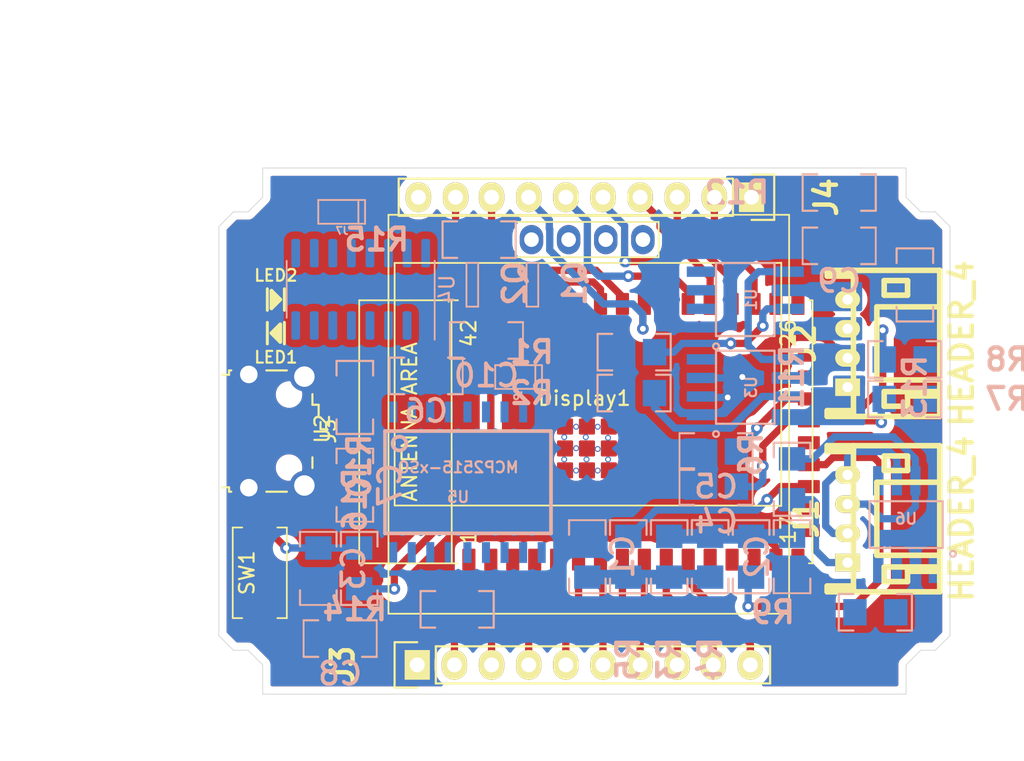
<source format=kicad_pcb>
(kicad_pcb (version 20171130) (host pcbnew "(5.1.4)-1")

  (general
    (thickness 1.6)
    (drawings 31)
    (tracks 206)
    (zones 0)
    (modules 45)
    (nets 59)
  )

  (page A4)
  (layers
    (0 F.Cu signal)
    (31 B.Cu signal)
    (32 B.Adhes user)
    (33 F.Adhes user)
    (34 B.Paste user)
    (35 F.Paste user)
    (36 B.SilkS user)
    (37 F.SilkS user hide)
    (38 B.Mask user)
    (39 F.Mask user)
    (40 Dwgs.User user)
    (41 Cmts.User user)
    (42 Eco1.User user)
    (43 Eco2.User user)
    (44 Edge.Cuts user)
    (45 Margin user)
    (46 B.CrtYd user)
    (47 F.CrtYd user)
    (48 B.Fab user)
    (49 F.Fab user)
  )

  (setup
    (last_trace_width 0.5)
    (user_trace_width 0.5)
    (user_trace_width 1)
    (trace_clearance 0.2)
    (zone_clearance 0.508)
    (zone_45_only no)
    (trace_min 0.2)
    (via_size 0.8)
    (via_drill 0.4)
    (via_min_size 0.4)
    (via_min_drill 0.3)
    (uvia_size 0.3)
    (uvia_drill 0.1)
    (uvias_allowed no)
    (uvia_min_size 0.2)
    (uvia_min_drill 0.1)
    (edge_width 0.05)
    (segment_width 0.2)
    (pcb_text_width 0.3)
    (pcb_text_size 1.5 1.5)
    (mod_edge_width 0.12)
    (mod_text_size 1 1)
    (mod_text_width 0.15)
    (pad_size 1.524 1.524)
    (pad_drill 0.762)
    (pad_to_mask_clearance 0.051)
    (solder_mask_min_width 0.25)
    (aux_axis_origin 0 0)
    (visible_elements 7FF9FFFF)
    (pcbplotparams
      (layerselection 0x010fc_ffffffff)
      (usegerberextensions false)
      (usegerberattributes false)
      (usegerberadvancedattributes false)
      (creategerberjobfile false)
      (excludeedgelayer true)
      (linewidth 0.100000)
      (plotframeref false)
      (viasonmask false)
      (mode 1)
      (useauxorigin false)
      (hpglpennumber 1)
      (hpglpenspeed 20)
      (hpglpendiameter 15.000000)
      (psnegative false)
      (psa4output false)
      (plotreference true)
      (plotvalue true)
      (plotinvisibletext false)
      (padsonsilk false)
      (subtractmaskfromsilk false)
      (outputformat 1)
      (mirror false)
      (drillshape 1)
      (scaleselection 1)
      (outputdirectory ""))
  )

  (net 0 "")
  (net 1 /A_OUT1)
  (net 2 /A_OUT2)
  (net 3 /B_OUT2)
  (net 4 /B_OUT1)
  (net 5 "Net-(R1-Pad1)")
  (net 6 GND)
  (net 7 "Net-(R2-Pad1)")
  (net 8 /VIN)
  (net 9 "Net-(C1-Pad2)")
  (net 10 "Net-(C2-Pad2)")
  (net 11 "Net-(C3-Pad1)")
  (net 12 "Net-(C4-Pad1)")
  (net 13 "Net-(C5-Pad1)")
  (net 14 "Net-(J1-Pad1)")
  (net 15 "Net-(J1-Pad2)")
  (net 16 "Net-(J1-Pad3)")
  (net 17 "Net-(J5-Pad2)")
  (net 18 "Net-(J5-Pad3)")
  (net 19 "Net-(R5-Pad1)")
  (net 20 "Net-(R6-Pad1)")
  (net 21 "Net-(R9-Pad2)")
  (net 22 VDD)
  (net 23 /EN)
  (net 24 /IO0)
  (net 25 /IO2)
  (net 26 /IO3)
  (net 27 /IO4)
  (net 28 /IO5)
  (net 29 /IO6)
  (net 30 /IO8)
  (net 31 /IO7)
  (net 32 /IO42)
  (net 33 /IO41)
  (net 34 /IO40)
  (net 35 /IO39)
  (net 36 /IO38)
  (net 37 /IO37)
  (net 38 /IO36)
  (net 39 /IO35)
  (net 40 /x0)
  (net 41 "Net-(C8-Pad2)")
  (net 42 "Net-(C9-Pad2)")
  (net 43 /rx)
  (net 44 "Net-(LED1-Pad1)")
  (net 45 "Net-(LED2-Pad1)")
  (net 46 /tx)
  (net 47 /dtr)
  (net 48 /rts)
  (net 49 "Net-(U5-Pad1)")
  (net 50 "Net-(U5-Pad2)")
  (net 51 /S0)
  (net 52 /CS)
  (net 53 "Net-(Q1-Pad1)")
  (net 54 "Net-(Q2-Pad1)")
  (net 55 /M1B)
  (net 56 /M1A)
  (net 57 /M2A)
  (net 58 /M2B)

  (net_class Default "Esta es la clase de red por defecto."
    (clearance 0.2)
    (trace_width 0.25)
    (via_dia 0.8)
    (via_drill 0.4)
    (uvia_dia 0.3)
    (uvia_drill 0.1)
    (add_net /A_OUT1)
    (add_net /A_OUT2)
    (add_net /B_OUT1)
    (add_net /B_OUT2)
    (add_net /CS)
    (add_net /EN)
    (add_net /IO0)
    (add_net /IO2)
    (add_net /IO3)
    (add_net /IO35)
    (add_net /IO36)
    (add_net /IO37)
    (add_net /IO38)
    (add_net /IO39)
    (add_net /IO4)
    (add_net /IO40)
    (add_net /IO41)
    (add_net /IO42)
    (add_net /IO5)
    (add_net /IO6)
    (add_net /IO7)
    (add_net /IO8)
    (add_net /M1A)
    (add_net /M1B)
    (add_net /M2A)
    (add_net /M2B)
    (add_net /S0)
    (add_net /VIN)
    (add_net /dtr)
    (add_net /rts)
    (add_net /rx)
    (add_net /tx)
    (add_net /x0)
    (add_net GND)
    (add_net "Net-(C1-Pad2)")
    (add_net "Net-(C2-Pad2)")
    (add_net "Net-(C3-Pad1)")
    (add_net "Net-(C4-Pad1)")
    (add_net "Net-(C5-Pad1)")
    (add_net "Net-(C8-Pad2)")
    (add_net "Net-(C9-Pad2)")
    (add_net "Net-(J1-Pad1)")
    (add_net "Net-(J1-Pad2)")
    (add_net "Net-(J1-Pad3)")
    (add_net "Net-(J5-Pad2)")
    (add_net "Net-(J5-Pad3)")
    (add_net "Net-(LED1-Pad1)")
    (add_net "Net-(LED2-Pad1)")
    (add_net "Net-(Q1-Pad1)")
    (add_net "Net-(Q2-Pad1)")
    (add_net "Net-(R1-Pad1)")
    (add_net "Net-(R2-Pad1)")
    (add_net "Net-(R5-Pad1)")
    (add_net "Net-(R6-Pad1)")
    (add_net "Net-(R9-Pad2)")
    (add_net "Net-(U5-Pad1)")
    (add_net "Net-(U5-Pad2)")
    (add_net VDD)
  )

  (module EESTN5:JST-4H (layer F.Cu) (tedit 0) (tstamp 5FE7FDAC)
    (at 153 64 90)
    (descr "JST PH series connector, S4B-PH-KL")
    (path /5FE80E2B)
    (fp_text reference J2 (at 0 -3 90) (layer F.SilkS)
      (effects (font (size 1.524 1.524) (thickness 0.3048)))
    )
    (fp_text value HEADER_4 (at 0 7.80034 90) (layer F.SilkS)
      (effects (font (size 1.524 1.524) (thickness 0.3048)))
    )
    (fp_line (start -4.99872 -1.39954) (end -4.99872 6.2992) (layer F.SilkS) (width 0.381))
    (fp_line (start -4.59994 -1.39954) (end -4.99872 -1.39954) (layer F.SilkS) (width 0.381))
    (fp_line (start -4.59994 0.39878) (end -4.59994 -1.39954) (layer F.SilkS) (width 0.381))
    (fp_line (start 4.59994 -1.39954) (end 4.59994 0.39878) (layer F.SilkS) (width 0.381))
    (fp_line (start 4.99872 -1.39954) (end 4.59994 -1.39954) (layer F.SilkS) (width 0.381))
    (fp_line (start 4.99872 6.2992) (end 4.99872 -1.39954) (layer F.SilkS) (width 0.381))
    (fp_line (start -4.79806 -1.39954) (end -4.79806 0.39878) (layer F.SilkS) (width 0.381))
    (fp_line (start 4.79806 -1.39954) (end 4.79806 0.39878) (layer F.SilkS) (width 0.381))
    (fp_line (start -4.30276 4.09956) (end -4.30276 2.49936) (layer F.SilkS) (width 0.381))
    (fp_line (start -3.302 4.09956) (end -4.30276 4.09956) (layer F.SilkS) (width 0.381))
    (fp_line (start -3.302 2.49936) (end -3.302 4.09956) (layer F.SilkS) (width 0.381))
    (fp_line (start -4.30276 2.49936) (end -3.302 2.49936) (layer F.SilkS) (width 0.381))
    (fp_line (start 3.29692 2.49936) (end 4.29768 2.49936) (layer F.SilkS) (width 0.381))
    (fp_line (start 4.29768 2.49936) (end 4.29768 4.09956) (layer F.SilkS) (width 0.381))
    (fp_line (start 4.29768 4.09956) (end 3.29692 4.09956) (layer F.SilkS) (width 0.381))
    (fp_line (start 3.29692 4.09956) (end 3.29692 2.49936) (layer F.SilkS) (width 0.381))
    (fp_line (start -2.5019 1.99898) (end -2.5019 6.2992) (layer F.SilkS) (width 0.381))
    (fp_line (start 2.49936 1.99898) (end 2.49936 6.2992) (layer F.SilkS) (width 0.381))
    (fp_line (start -5.00126 0.39878) (end 5.00126 0.39878) (layer F.SilkS) (width 0.381))
    (fp_line (start -5.00126 6.2992) (end 5.00126 6.2992) (layer F.SilkS) (width 0.381))
    (fp_line (start 2.49936 1.99898) (end -2.49936 1.99898) (layer F.SilkS) (width 0.381))
    (fp_line (start -3.59918 6.2992) (end -3.59918 4.09956) (layer F.SilkS) (width 0.381))
    (fp_line (start -3.29946 6.2992) (end -3.59918 6.2992) (layer F.SilkS) (width 0.381))
    (fp_line (start -3.29946 4.09956) (end -3.29946 6.2992) (layer F.SilkS) (width 0.381))
    (pad 4 thru_hole oval (at 2.99974 0 90) (size 1.19888 1.69926) (drill 0.70104) (layers *.Cu *.Mask F.SilkS)
      (net 1 /A_OUT1))
    (pad 3 thru_hole oval (at 1.00076 0 90) (size 1.19888 1.69926) (drill 0.70104) (layers *.Cu *.Mask F.SilkS)
      (net 2 /A_OUT2))
    (pad 2 thru_hole oval (at -1.00076 0 90) (size 1.19888 1.69926) (drill 0.70104) (layers *.Cu *.Mask F.SilkS)
      (net 4 /B_OUT1))
    (pad 1 thru_hole rect (at -2.99974 0 90) (size 1.19888 1.69926) (drill 0.70104) (layers *.Cu *.Mask F.SilkS)
      (net 3 /B_OUT2))
    (model JST-4H.wrl
      (at (xyz 0 0 0))
      (scale (xyz 1 1 1))
      (rotate (xyz 0 0 0))
    )
  )

  (module EESTN5:128x64OLED locked (layer F.Cu) (tedit 5FD6ED5C) (tstamp 5FE7FD6C)
    (at 135 67.5)
    (path /5FE7FF1D)
    (fp_text reference Display1 (at 0 0.254) (layer F.SilkS)
      (effects (font (size 1 1) (thickness 0.15)))
    )
    (fp_text value SSD1306-SSD1306-128x64_OLED (at -7.747 -7.62) (layer F.Fab)
      (effects (font (size 1 1) (thickness 0.15)))
    )
    (fp_line (start -13.4 -12.3) (end 14 -12.3) (layer F.SilkS) (width 0.12))
    (fp_line (start 14 -12.3) (end 14 15) (layer F.SilkS) (width 0.12))
    (fp_line (start 14 15) (end -13.4 15) (layer F.SilkS) (width 0.12))
    (fp_line (start -13.4 15) (end -13.4 -12.3) (layer F.SilkS) (width 0.12))
    (fp_line (start 10.122 7.595) (end -12.978 7.595) (layer F.SilkS) (width 0.12))
    (fp_line (start -12.978 7.595) (end -12.978 -9.005) (layer F.SilkS) (width 0.12))
    (fp_line (start -12.978 -9.005) (end 10.122 -9.005) (layer F.SilkS) (width 0.12))
    (fp_line (start -4.699 -11.811) (end 5.08 -11.811) (layer F.SilkS) (width 0.12))
    (fp_line (start 5.08 -11.811) (end 5.08 -9.398) (layer F.SilkS) (width 0.12))
    (fp_line (start 5.08 -9.398) (end -4.699 -9.398) (layer F.SilkS) (width 0.12))
    (fp_line (start -4.699 -11.811) (end -4.699 -9.398) (layer F.SilkS) (width 0.12))
    (fp_line (start 10.122 -9.005) (end 13.208 -9.005) (layer F.SilkS) (width 0.12))
    (fp_line (start 10.122 7.595) (end 13.462 7.62) (layer F.SilkS) (width 0.12))
    (fp_line (start 13.462 7.62) (end 13.462 -9.017) (layer F.SilkS) (width 0.12))
    (fp_line (start 13.462 -9.017) (end 13.208 -9.005) (layer F.SilkS) (width 0.12))
    (pad 4 thru_hole oval (at 4 -10.6 90) (size 2 1.6) (drill 1) (layers *.Cu *.Mask))
    (pad 3 thru_hole oval (at 1.46 -10.6 90) (size 2 1.6) (drill 1) (layers *.Cu *.Mask))
    (pad 1 thru_hole oval (at -3.62 -10.6 90) (size 2 1.6) (drill 1) (layers *.Cu *.Mask))
    (pad 2 thru_hole oval (at -1.08 -10.6 90) (size 2 1.6) (drill 1) (layers *.Cu *.Mask))
    (model ${KISYS3DMOD}/128x64_I2C_OLEDDisplay_Adafruit.wrl
      (at (xyz 0 0 0))
      (scale (xyz 1 1 1))
      (rotate (xyz 0 0 0))
    )
  )

  (module EESTN5:JST-4H (layer F.Cu) (tedit 0) (tstamp 5FE7FD8C)
    (at 153 76 90)
    (descr "JST PH series connector, S4B-PH-KL")
    (path /5FE80D97)
    (fp_text reference J1 (at 0 -2.79908 90) (layer F.SilkS)
      (effects (font (size 1.524 1.524) (thickness 0.3048)))
    )
    (fp_text value HEADER_4 (at 0 7.80034 90) (layer F.SilkS)
      (effects (font (size 1.524 1.524) (thickness 0.3048)))
    )
    (fp_line (start -3.29946 4.09956) (end -3.29946 6.2992) (layer F.SilkS) (width 0.381))
    (fp_line (start -3.29946 6.2992) (end -3.59918 6.2992) (layer F.SilkS) (width 0.381))
    (fp_line (start -3.59918 6.2992) (end -3.59918 4.09956) (layer F.SilkS) (width 0.381))
    (fp_line (start 2.49936 1.99898) (end -2.49936 1.99898) (layer F.SilkS) (width 0.381))
    (fp_line (start -5.00126 6.2992) (end 5.00126 6.2992) (layer F.SilkS) (width 0.381))
    (fp_line (start -5.00126 0.39878) (end 5.00126 0.39878) (layer F.SilkS) (width 0.381))
    (fp_line (start 2.49936 1.99898) (end 2.49936 6.2992) (layer F.SilkS) (width 0.381))
    (fp_line (start -2.5019 1.99898) (end -2.5019 6.2992) (layer F.SilkS) (width 0.381))
    (fp_line (start 3.29692 4.09956) (end 3.29692 2.49936) (layer F.SilkS) (width 0.381))
    (fp_line (start 4.29768 4.09956) (end 3.29692 4.09956) (layer F.SilkS) (width 0.381))
    (fp_line (start 4.29768 2.49936) (end 4.29768 4.09956) (layer F.SilkS) (width 0.381))
    (fp_line (start 3.29692 2.49936) (end 4.29768 2.49936) (layer F.SilkS) (width 0.381))
    (fp_line (start -4.30276 2.49936) (end -3.302 2.49936) (layer F.SilkS) (width 0.381))
    (fp_line (start -3.302 2.49936) (end -3.302 4.09956) (layer F.SilkS) (width 0.381))
    (fp_line (start -3.302 4.09956) (end -4.30276 4.09956) (layer F.SilkS) (width 0.381))
    (fp_line (start -4.30276 4.09956) (end -4.30276 2.49936) (layer F.SilkS) (width 0.381))
    (fp_line (start 4.79806 -1.39954) (end 4.79806 0.39878) (layer F.SilkS) (width 0.381))
    (fp_line (start -4.79806 -1.39954) (end -4.79806 0.39878) (layer F.SilkS) (width 0.381))
    (fp_line (start 4.99872 6.2992) (end 4.99872 -1.39954) (layer F.SilkS) (width 0.381))
    (fp_line (start 4.99872 -1.39954) (end 4.59994 -1.39954) (layer F.SilkS) (width 0.381))
    (fp_line (start 4.59994 -1.39954) (end 4.59994 0.39878) (layer F.SilkS) (width 0.381))
    (fp_line (start -4.59994 0.39878) (end -4.59994 -1.39954) (layer F.SilkS) (width 0.381))
    (fp_line (start -4.59994 -1.39954) (end -4.99872 -1.39954) (layer F.SilkS) (width 0.381))
    (fp_line (start -4.99872 -1.39954) (end -4.99872 6.2992) (layer F.SilkS) (width 0.381))
    (pad 1 thru_hole rect (at -2.99974 0 90) (size 1.19888 1.69926) (drill 0.70104) (layers *.Cu *.Mask F.SilkS)
      (net 14 "Net-(J1-Pad1)"))
    (pad 2 thru_hole oval (at -1.00076 0 90) (size 1.19888 1.69926) (drill 0.70104) (layers *.Cu *.Mask F.SilkS)
      (net 15 "Net-(J1-Pad2)"))
    (pad 3 thru_hole oval (at 1.00076 0 90) (size 1.19888 1.69926) (drill 0.70104) (layers *.Cu *.Mask F.SilkS)
      (net 16 "Net-(J1-Pad3)"))
    (pad 4 thru_hole oval (at 2.99974 0 90) (size 1.19888 1.69926) (drill 0.70104) (layers *.Cu *.Mask F.SilkS)
      (net 15 "Net-(J1-Pad2)"))
    (model JST-4H.wrl
      (at (xyz 0 0 0))
      (scale (xyz 1 1 1))
      (rotate (xyz 0 0 0))
    )
  )

  (module EESTN5:R_1206 (layer B.Cu) (tedit 5ABB6CAB) (tstamp 5FE7FDB8)
    (at 138.403 64.6)
    (descr "SMT resistor, 1206")
    (path /5FE8AA14)
    (fp_text reference R1 (at -7 0) (layer B.SilkS)
      (effects (font (size 1.5 1.5) (thickness 0.3)) (justify mirror))
    )
    (fp_text value R (at 5 0) (layer B.SilkS) hide
      (effects (font (size 1.5 1.5) (thickness 0.3)) (justify mirror))
    )
    (fp_line (start 1.5 1.25) (end 2.5 1.25) (layer B.SilkS) (width 0.15))
    (fp_line (start 1.5 -1.25) (end 2.5 -1.25) (layer B.SilkS) (width 0.15))
    (fp_line (start 2.5 -1.25) (end 2.5 1.25) (layer B.SilkS) (width 0.15))
    (fp_line (start -2.5 1.25) (end -2.5 -1.25) (layer B.SilkS) (width 0.15))
    (fp_line (start -2.5 -1.25) (end -1.5 -1.25) (layer B.SilkS) (width 0.15))
    (fp_line (start -1.5 1.25) (end -2.5 1.25) (layer B.SilkS) (width 0.15))
    (pad 1 smd rect (at 1.397 0) (size 1.6002 1.8034) (layers B.Cu B.Paste B.Mask)
      (net 5 "Net-(R1-Pad1)"))
    (pad 2 smd rect (at -1.397 0) (size 1.6002 1.8034) (layers B.Cu B.Paste B.Mask)
      (net 6 GND))
    (model R_1206.wrl
      (at (xyz 0 0 0))
      (scale (xyz 1 1 1))
      (rotate (xyz 0 0 0))
    )
  )

  (module EESTN5:R_1206 (layer B.Cu) (tedit 5ABB6CAB) (tstamp 5FE7FDC4)
    (at 138.397 67.4)
    (descr "SMT resistor, 1206")
    (path /5FE8E821)
    (fp_text reference R2 (at -7 0) (layer B.SilkS)
      (effects (font (size 1.5 1.5) (thickness 0.3)) (justify mirror))
    )
    (fp_text value R (at 5 0) (layer B.SilkS) hide
      (effects (font (size 1.5 1.5) (thickness 0.3)) (justify mirror))
    )
    (fp_line (start -1.5 1.25) (end -2.5 1.25) (layer B.SilkS) (width 0.15))
    (fp_line (start -2.5 -1.25) (end -1.5 -1.25) (layer B.SilkS) (width 0.15))
    (fp_line (start -2.5 1.25) (end -2.5 -1.25) (layer B.SilkS) (width 0.15))
    (fp_line (start 2.5 -1.25) (end 2.5 1.25) (layer B.SilkS) (width 0.15))
    (fp_line (start 1.5 -1.25) (end 2.5 -1.25) (layer B.SilkS) (width 0.15))
    (fp_line (start 1.5 1.25) (end 2.5 1.25) (layer B.SilkS) (width 0.15))
    (pad 2 smd rect (at -1.397 0) (size 1.6002 1.8034) (layers B.Cu B.Paste B.Mask)
      (net 6 GND))
    (pad 1 smd rect (at 1.397 0) (size 1.6002 1.8034) (layers B.Cu B.Paste B.Mask)
      (net 7 "Net-(R2-Pad1)"))
    (model R_1206.wrl
      (at (xyz 0 0 0))
      (scale (xyz 1 1 1))
      (rotate (xyz 0 0 0))
    )
  )

  (module EESTN5:SSOP-8 (layer B.Cu) (tedit 5ACEC810) (tstamp 5FE7FDD5)
    (at 146 61 90)
    (descr "SOIC PowerPad, 8 pins")
    (path /5FE85D05)
    (fp_text reference U1 (at 0 0.4 90) (layer B.SilkS)
      (effects (font (size 0.7493 0.7493) (thickness 0.14986)) (justify mirror))
    )
    (fp_text value DRV8872 (at 0 -0.6 90) (layer B.SilkS) hide
      (effects (font (size 0.7493 0.7493) (thickness 0.14986)) (justify mirror))
    )
    (fp_circle (center -3.2 -2) (end -3 -2) (layer B.SilkS) (width 0.15))
    (fp_line (start 2.5 2) (end -2.5 2) (layer B.SilkS) (width 0.15))
    (fp_line (start -2.5 -2) (end 2.5 -2) (layer B.SilkS) (width 0.15))
    (fp_line (start 2.5 2) (end 2.5 -2) (layer B.SilkS) (width 0.15))
    (fp_line (start -2.5 2) (end -2.5 -2) (layer B.SilkS) (width 0.15))
    (pad 1 smd rect (at -1.905 -3 90) (size 0.7112 2) (layers B.Cu B.Paste B.Mask)
      (net 6 GND))
    (pad 2 smd rect (at -0.635 -3 90) (size 0.7112 2) (layers B.Cu B.Paste B.Mask)
      (net 55 /M1B))
    (pad 3 smd rect (at 0.635 -3 90) (size 0.7112 2) (layers B.Cu B.Paste B.Mask)
      (net 56 /M1A))
    (pad 4 smd rect (at 1.905 -3 90) (size 0.7112 2) (layers B.Cu B.Paste B.Mask))
    (pad 5 smd rect (at 1.905 3 270) (size 0.7112 2) (layers B.Cu B.Paste B.Mask)
      (net 8 /VIN))
    (pad 6 smd rect (at 0.635 3 270) (size 0.7112 2) (layers B.Cu B.Paste B.Mask)
      (net 1 /A_OUT1))
    (pad 7 smd rect (at -0.635 3 270) (size 0.7112 2) (layers B.Cu B.Paste B.Mask)
      (net 5 "Net-(R1-Pad1)"))
    (pad 8 smd rect (at -1.905 3 270) (size 0.7112 2) (layers B.Cu B.Paste B.Mask)
      (net 2 /A_OUT2))
    (model SSOP-8.wrl
      (at (xyz 0 0 0))
      (scale (xyz 1 1 1))
      (rotate (xyz 0 0 0))
    )
  )

  (module EESTN5:esp32-s2-wrooom (layer F.Cu) (tedit 5FD5005B) (tstamp 5FE7FE24)
    (at 135 70 90)
    (path /5FE815BC)
    (fp_text reference U2 (at 0.16 -17.92 90) (layer F.SilkS)
      (effects (font (size 1 1) (thickness 0.15)))
    )
    (fp_text value esp32-s2-wroom (at 0.19 -16.27 90) (layer F.Fab)
      (effects (font (size 1 1) (thickness 0.15)))
    )
    (fp_line (start 8.95 -9.09) (end -9.05 -9.07) (layer F.SilkS) (width 0.12))
    (fp_line (start 8.95 15.35) (end 8.95 15.6) (layer F.SilkS) (width 0.12))
    (fp_line (start -9.05 15.35) (end -9.05 15.6) (layer F.SilkS) (width 0.12))
    (fp_line (start 8.95 -15.4) (end -9.05 -15.4) (layer F.SilkS) (width 0.12))
    (fp_line (start 8.95 -8.65) (end 8.95 -15.4) (layer F.SilkS) (width 0.12))
    (fp_line (start -9.05 15.6) (end 8.95 15.6) (layer F.SilkS) (width 0.12))
    (fp_line (start -9.05 -15.4) (end -9.05 -8.65) (layer F.SilkS) (width 0.12))
    (fp_text user "ANTENNA AREA" (at 0.63 -11.96 90) (layer F.SilkS)
      (effects (font (size 1 1) (thickness 0.15)))
    )
    (fp_text user 42 (at 6.698 -7.907 90) (layer F.SilkS)
      (effects (font (size 1 1) (thickness 0.15)))
    )
    (fp_text user 26 (at 6.698 13.937 90) (layer F.SilkS)
      (effects (font (size 1 1) (thickness 0.15)))
    )
    (fp_text user 17 (at -6.764 13.937 90) (layer F.SilkS)
      (effects (font (size 1 1) (thickness 0.15)))
    )
    (fp_text user 1 (at -7.272 -7.907 90) (layer F.SilkS)
      (effects (font (size 1 1) (thickness 0.15)))
    )
    (pad "" thru_hole circle (at -1.2268 0.9068 270) (size 0.4 0.4) (drill oval 0.25) (layers *.Cu *.Mask))
    (pad "" thru_hole circle (at -1.176 -0.5664 270) (size 0.4 0.4) (drill oval 0.25) (layers *.Cu *.Mask))
    (pad "" thru_hole circle (at -0.414 0.094 270) (size 0.4 0.4) (drill oval 0.25) (layers *.Cu *.Mask))
    (pad "" thru_hole circle (at -1.938 0.1448 270) (size 0.4 0.4) (drill oval 0.25) (layers *.Cu *.Mask))
    (pad "" thru_hole circle (at -2.7 0.9068 270) (size 0.4 0.4) (drill oval 0.25) (layers *.Cu *.Mask))
    (pad "" thru_hole circle (at -1.938 1.618 270) (size 0.4 0.4) (drill oval 0.25) (layers *.Cu *.Mask))
    (pad "" thru_hole circle (at -0.4648 1.618 270) (size 0.4 0.4) (drill oval 0.25) (layers *.Cu *.Mask))
    (pad "" thru_hole circle (at 0.2972 0.9068 270) (size 0.4 0.4) (drill oval 0.25) (layers *.Cu *.Mask))
    (pad "" thru_hole circle (at 0.2972 -0.5664 270) (size 0.4 0.4) (drill oval 0.25) (layers *.Cu *.Mask))
    (pad "" thru_hole circle (at -0.414 -1.3792 270) (size 0.4 0.4) (drill oval 0.25) (layers *.Cu *.Mask))
    (pad "" thru_hole circle (at -1.938 -1.3792 270) (size 0.4 0.4) (drill oval 0.25) (layers *.Cu *.Mask))
    (pad "" thru_hole circle (at -2.7 -0.5664 270) (size 0.4 0.4) (drill oval 0.25) (layers *.Cu *.Mask))
    (pad 43 smd roundrect (at 0.31 1.675 270) (size 1.1 1.1) (layers F.Cu F.Paste F.Mask) (roundrect_rratio 0.079)
      (net 6 GND))
    (pad 43 smd roundrect (at -1.19 1.675 270) (size 1.1 1.1) (layers F.Cu F.Paste F.Mask) (roundrect_rratio 0.079)
      (net 6 GND))
    (pad 43 smd roundrect (at -2.69 1.675 270) (size 1.1 1.1) (layers F.Cu F.Paste F.Mask) (roundrect_rratio 0.079)
      (net 6 GND))
    (pad 43 smd roundrect (at 0.31 0.175 270) (size 1.1 1.1) (layers F.Cu F.Paste F.Mask) (roundrect_rratio 0.079)
      (net 6 GND))
    (pad 43 smd roundrect (at -1.19 0.175 270) (size 1.1 1.1) (layers F.Cu F.Paste F.Mask) (roundrect_rratio 0.079)
      (net 6 GND))
    (pad 43 smd roundrect (at -2.69 0.175 270) (size 1.1 1.1) (layers F.Cu F.Paste F.Mask) (roundrect_rratio 0.079)
      (net 6 GND))
    (pad 43 smd roundrect (at 0.31 -1.325 270) (size 1.1 1.1) (layers F.Cu F.Paste F.Mask) (roundrect_rratio 0.079)
      (net 6 GND))
    (pad 43 smd roundrect (at -1.19 -1.325 270) (size 1.1 1.1) (layers F.Cu F.Paste F.Mask) (roundrect_rratio 0.079)
      (net 6 GND))
    (pad 43 smd roundrect (at -2.69 -1.325 270) (size 1.1 1.1) (layers F.Cu F.Paste F.Mask) (roundrect_rratio 0.079)
      (net 6 GND))
    (pad 42 smd roundrect (at 8.7 -7.9 270) (size 1.5 0.9) (layers F.Cu F.Paste F.Mask) (roundrect_rratio 0.079)
      (net 6 GND))
    (pad 41 smd roundrect (at 8.7 -6.4 270) (size 1.5 0.9) (layers F.Cu F.Paste F.Mask) (roundrect_rratio 0.079)
      (net 23 /EN))
    (pad 40 smd roundrect (at 8.7 -4.9 270) (size 1.5 0.9) (layers F.Cu F.Paste F.Mask) (roundrect_rratio 0.079))
    (pad 39 smd roundrect (at 8.7 -3.4 270) (size 1.5 0.9) (layers F.Cu F.Paste F.Mask) (roundrect_rratio 0.079))
    (pad 38 smd roundrect (at 8.7 -1.9 270) (size 1.5 0.9) (layers F.Cu F.Paste F.Mask) (roundrect_rratio 0.079))
    (pad 37 smd roundrect (at 8.7 -0.4 270) (size 1.5 0.9) (layers F.Cu F.Paste F.Mask) (roundrect_rratio 0.079))
    (pad 36 smd roundrect (at 8.7 1.1 270) (size 1.5 0.9) (layers F.Cu F.Paste F.Mask) (roundrect_rratio 0.079)
      (net 32 /IO42))
    (pad 35 smd roundrect (at 8.7 2.6 270) (size 1.5 0.9) (layers F.Cu F.Paste F.Mask) (roundrect_rratio 0.079)
      (net 33 /IO41))
    (pad 34 smd roundrect (at 8.7 4.1 270) (size 1.5 0.9) (layers F.Cu F.Paste F.Mask) (roundrect_rratio 0.079)
      (net 34 /IO40))
    (pad 33 smd roundrect (at 8.7 5.6 270) (size 1.5 0.9) (layers F.Cu F.Paste F.Mask) (roundrect_rratio 0.079)
      (net 35 /IO39))
    (pad 32 smd roundrect (at 8.7 7.1 270) (size 1.5 0.9) (layers F.Cu F.Paste F.Mask) (roundrect_rratio 0.079)
      (net 36 /IO38))
    (pad 31 smd roundrect (at 8.7 8.6 270) (size 1.5 0.9) (layers F.Cu F.Paste F.Mask) (roundrect_rratio 0.079)
      (net 37 /IO37))
    (pad 30 smd roundrect (at 8.7 10.1 270) (size 1.5 0.9) (layers F.Cu F.Paste F.Mask) (roundrect_rratio 0.079)
      (net 38 /IO36))
    (pad 29 smd roundrect (at 8.7 11.6 270) (size 1.5 0.9) (layers F.Cu F.Paste F.Mask) (roundrect_rratio 0.079)
      (net 39 /IO35))
    (pad 28 smd roundrect (at 8.7 13.1 270) (size 1.5 0.9) (layers F.Cu F.Paste F.Mask) (roundrect_rratio 0.079))
    (pad 27 smd roundrect (at 8.7 14.6 270) (size 1.5 0.9) (layers F.Cu F.Paste F.Mask) (roundrect_rratio 0.079))
    (pad 26 smd roundrect (at 6.7 15.35 180) (size 1.5 0.9) (layers F.Cu F.Paste F.Mask) (roundrect_rratio 0.079)
      (net 6 GND))
    (pad 25 smd roundrect (at 5.2 15.35 180) (size 1.5 0.9) (layers F.Cu F.Paste F.Mask) (roundrect_rratio 0.079))
    (pad 24 smd roundrect (at 3.7 15.35 180) (size 1.5 0.9) (layers F.Cu F.Paste F.Mask) (roundrect_rratio 0.079))
    (pad 23 smd roundrect (at 2.2 15.35 180) (size 1.5 0.9) (layers F.Cu F.Paste F.Mask) (roundrect_rratio 0.079)
      (net 13 "Net-(C5-Pad1)"))
    (pad 22 smd roundrect (at 0.7 15.35 180) (size 1.5 0.9) (layers F.Cu F.Paste F.Mask) (roundrect_rratio 0.079)
      (net 12 "Net-(C4-Pad1)"))
    (pad 21 smd roundrect (at -0.8 15.35 180) (size 1.5 0.9) (layers F.Cu F.Paste F.Mask) (roundrect_rratio 0.079)
      (net 21 "Net-(R9-Pad2)"))
    (pad 20 smd roundrect (at -2.3 15.35 180) (size 1.5 0.9) (layers F.Cu F.Paste F.Mask) (roundrect_rratio 0.079)
      (net 20 "Net-(R6-Pad1)"))
    (pad 19 smd roundrect (at -3.8 15.35 180) (size 1.5 0.9) (layers F.Cu F.Paste F.Mask) (roundrect_rratio 0.079)
      (net 19 "Net-(R5-Pad1)"))
    (pad 18 smd roundrect (at -5.3 15.35 180) (size 1.5 0.9) (layers F.Cu F.Paste F.Mask) (roundrect_rratio 0.079))
    (pad 17 smd roundrect (at -6.8 15.35 180) (size 1.5 0.9) (layers F.Cu F.Paste F.Mask) (roundrect_rratio 0.079)
      (net 57 /M2A))
    (pad 16 smd roundrect (at -8.8 14.6 90) (size 1.5 0.9) (layers F.Cu F.Paste F.Mask) (roundrect_rratio 0.079))
    (pad 15 smd roundrect (at -8.8 13.1 90) (size 1.5 0.9) (layers F.Cu F.Paste F.Mask) (roundrect_rratio 0.079)
      (net 58 /M2B))
    (pad 14 smd roundrect (at -8.8 11.6 90) (size 1.5 0.9) (layers F.Cu F.Paste F.Mask) (roundrect_rratio 0.079))
    (pad 13 smd roundrect (at -8.8 10.1 90) (size 1.5 0.9) (layers F.Cu F.Paste F.Mask) (roundrect_rratio 0.079))
    (pad 12 smd roundrect (at -8.8 8.6 90) (size 1.5 0.9) (layers F.Cu F.Paste F.Mask) (roundrect_rratio 0.079))
    (pad 11 smd roundrect (at -8.8 7.1 90) (size 1.5 0.9) (layers F.Cu F.Paste F.Mask) (roundrect_rratio 0.079)
      (net 30 /IO8))
    (pad 10 smd roundrect (at -8.8 5.6 90) (size 1.5 0.9) (layers F.Cu F.Paste F.Mask) (roundrect_rratio 0.079)
      (net 31 /IO7))
    (pad 9 smd roundrect (at -8.8 4.1 90) (size 1.5 0.9) (layers F.Cu F.Paste F.Mask) (roundrect_rratio 0.079)
      (net 29 /IO6))
    (pad 8 smd roundrect (at -8.8 2.6 90) (size 1.5 0.9) (layers F.Cu F.Paste F.Mask) (roundrect_rratio 0.079)
      (net 28 /IO5))
    (pad 7 smd roundrect (at -8.8 1.1 90) (size 1.5 0.9) (layers F.Cu F.Paste F.Mask) (roundrect_rratio 0.079)
      (net 27 /IO4))
    (pad 6 smd roundrect (at -8.8 -0.4 90) (size 1.5 0.9) (layers F.Cu F.Paste F.Mask) (roundrect_rratio 0.079)
      (net 26 /IO3))
    (pad 5 smd roundrect (at -8.8 -1.9 90) (size 1.5 0.9) (layers F.Cu F.Paste F.Mask) (roundrect_rratio 0.079)
      (net 25 /IO2))
    (pad 4 smd roundrect (at -8.8 -3.4 90) (size 1.5 0.9) (layers F.Cu F.Paste F.Mask) (roundrect_rratio 0.079)
      (net 56 /M1A))
    (pad 3 smd roundrect (at -8.8 -4.9 90) (size 1.5 0.9) (layers F.Cu F.Paste F.Mask) (roundrect_rratio 0.079)
      (net 55 /M1B))
    (pad 2 smd roundrect (at -8.8 -6.4 90) (size 1.5 0.9) (layers F.Cu F.Paste F.Mask) (roundrect_rratio 0.079))
    (pad 1 smd roundrect (at -8.8 -7.9 90) (size 1.5 0.9) (layers F.Cu F.Paste F.Mask) (roundrect_rratio 0.079))
    (model ${KISYS3DMOD}/ESP32-S2-WROVER.STEP
      (at (xyz 0 0 0))
      (scale (xyz 1 1 1))
      (rotate (xyz 0 0 0))
    )
  )

  (module EESTN5:SSOP-8 (layer B.Cu) (tedit 5ACEC810) (tstamp 5FE7FE35)
    (at 146 67 90)
    (descr "SOIC PowerPad, 8 pins")
    (path /5FE8E805)
    (fp_text reference U3 (at 0 0.4 -90) (layer B.SilkS)
      (effects (font (size 0.7493 0.7493) (thickness 0.14986)) (justify mirror))
    )
    (fp_text value DRV8872 (at 0 -0.6 -90) (layer B.SilkS) hide
      (effects (font (size 0.7493 0.7493) (thickness 0.14986)) (justify mirror))
    )
    (fp_line (start -2.5 2) (end -2.5 -2) (layer B.SilkS) (width 0.15))
    (fp_line (start 2.5 2) (end 2.5 -2) (layer B.SilkS) (width 0.15))
    (fp_line (start -2.5 -2) (end 2.5 -2) (layer B.SilkS) (width 0.15))
    (fp_line (start 2.5 2) (end -2.5 2) (layer B.SilkS) (width 0.15))
    (fp_circle (center -3.2 -2) (end -3 -2) (layer B.SilkS) (width 0.15))
    (pad 8 smd rect (at -1.905 3 270) (size 0.7112 2) (layers B.Cu B.Paste B.Mask)
      (net 3 /B_OUT2))
    (pad 7 smd rect (at -0.635 3 270) (size 0.7112 2) (layers B.Cu B.Paste B.Mask)
      (net 7 "Net-(R2-Pad1)"))
    (pad 6 smd rect (at 0.635 3 270) (size 0.7112 2) (layers B.Cu B.Paste B.Mask)
      (net 4 /B_OUT1))
    (pad 5 smd rect (at 1.905 3 270) (size 0.7112 2) (layers B.Cu B.Paste B.Mask)
      (net 8 /VIN))
    (pad 4 smd rect (at 1.905 -3 90) (size 0.7112 2) (layers B.Cu B.Paste B.Mask))
    (pad 3 smd rect (at 0.635 -3 90) (size 0.7112 2) (layers B.Cu B.Paste B.Mask)
      (net 57 /M2A))
    (pad 2 smd rect (at -0.635 -3 90) (size 0.7112 2) (layers B.Cu B.Paste B.Mask)
      (net 58 /M2B))
    (pad 1 smd rect (at -1.905 -3 90) (size 0.7112 2) (layers B.Cu B.Paste B.Mask)
      (net 6 GND))
    (model SSOP-8.wrl
      (at (xyz 0 0 0))
      (scale (xyz 1 1 1))
      (rotate (xyz 0 0 0))
    )
  )

  (module EESTN5:Pin_Header_Straight_1x10 (layer F.Cu) (tedit 5AE99C1B) (tstamp 5FE845A9)
    (at 135 86 90)
    (descr "Through hole pin header 10")
    (tags "pin header")
    (path /5FE87CDD)
    (fp_text reference J3 (at 0 -16.53 90) (layer F.SilkS)
      (effects (font (size 1.5 1.5) (thickness 0.3)))
    )
    (fp_text value HEADER_10 (at 0 -14.53 90) (layer F.SilkS) hide
      (effects (font (size 1.5 1.5) (thickness 0.3)))
    )
    (fp_line (start -1.75 -13.18) (end -1.75 13.2) (layer F.CrtYd) (width 0.05))
    (fp_line (start 1.75 -13.18) (end 1.75 13.2) (layer F.CrtYd) (width 0.05))
    (fp_line (start -1.75 -13.18) (end 1.75 -13.18) (layer F.CrtYd) (width 0.05))
    (fp_line (start -1.75 13.2) (end 1.75 13.2) (layer F.CrtYd) (width 0.05))
    (fp_line (start 1.27 -10.16) (end 1.27 12.7) (layer F.SilkS) (width 0.15))
    (fp_line (start 1.27 12.7) (end -1.27 12.7) (layer F.SilkS) (width 0.15))
    (fp_line (start -1.27 12.7) (end -1.27 -10.16) (layer F.SilkS) (width 0.15))
    (fp_line (start 1.55 -12.98) (end 1.55 -11.43) (layer F.SilkS) (width 0.15))
    (fp_line (start 1.27 -10.16) (end -1.27 -10.16) (layer F.SilkS) (width 0.15))
    (fp_line (start -1.55 -11.43) (end -1.55 -12.98) (layer F.SilkS) (width 0.15))
    (fp_line (start -1.55 -12.98) (end 1.55 -12.98) (layer F.SilkS) (width 0.15))
    (pad 1 thru_hole rect (at 0 -11.43 90) (size 2.032 1.7272) (drill 1.016) (layers *.Cu *.Mask F.SilkS)
      (net 6 GND))
    (pad 2 thru_hole oval (at 0 -8.89 90) (size 2.032 1.7272) (drill 1.016) (layers *.Cu *.Mask F.SilkS)
      (net 24 /IO0))
    (pad 3 thru_hole oval (at 0 -6.35 90) (size 2.032 1.7272) (drill 1.016) (layers *.Cu *.Mask F.SilkS))
    (pad 4 thru_hole oval (at 0 -3.81 90) (size 2.032 1.7272) (drill 1.016) (layers *.Cu *.Mask F.SilkS)
      (net 25 /IO2))
    (pad 5 thru_hole oval (at 0 -1.27 90) (size 2.032 1.7272) (drill 1.016) (layers *.Cu *.Mask F.SilkS)
      (net 26 /IO3))
    (pad 6 thru_hole oval (at 0 1.27 90) (size 2.032 1.7272) (drill 1.016) (layers *.Cu *.Mask F.SilkS)
      (net 27 /IO4))
    (pad 7 thru_hole oval (at 0 3.81 90) (size 2.032 1.7272) (drill 1.016) (layers *.Cu *.Mask F.SilkS)
      (net 28 /IO5))
    (pad 8 thru_hole oval (at 0 6.35 90) (size 2.032 1.7272) (drill 1.016) (layers *.Cu *.Mask F.SilkS)
      (net 29 /IO6))
    (pad 10 thru_hole oval (at 0 11.35 90) (size 2.032 1.7272) (drill 1.016) (layers *.Cu *.Mask F.SilkS)
      (net 30 /IO8))
    (pad 9 thru_hole oval (at 0 8.81 90) (size 2.032 1.7272) (drill 1.016) (layers *.Cu *.Mask F.SilkS)
      (net 31 /IO7))
  )

  (module EESTN5:Pin_Header_Straight_1x10 (layer F.Cu) (tedit 5AE99C1B) (tstamp 5FE845C2)
    (at 135 54 270)
    (descr "Through hole pin header 10")
    (tags "pin header")
    (path /5FE88495)
    (fp_text reference J4 (at 0 -16.53 90) (layer F.SilkS)
      (effects (font (size 1.5 1.5) (thickness 0.3)))
    )
    (fp_text value HEADER_10 (at 0 -14.53 90) (layer F.SilkS) hide
      (effects (font (size 1.5 1.5) (thickness 0.3)))
    )
    (fp_line (start -1.55 -12.98) (end 1.55 -12.98) (layer F.SilkS) (width 0.15))
    (fp_line (start -1.55 -11.43) (end -1.55 -12.98) (layer F.SilkS) (width 0.15))
    (fp_line (start 1.27 -10.16) (end -1.27 -10.16) (layer F.SilkS) (width 0.15))
    (fp_line (start 1.55 -12.98) (end 1.55 -11.43) (layer F.SilkS) (width 0.15))
    (fp_line (start -1.27 12.7) (end -1.27 -10.16) (layer F.SilkS) (width 0.15))
    (fp_line (start 1.27 12.7) (end -1.27 12.7) (layer F.SilkS) (width 0.15))
    (fp_line (start 1.27 -10.16) (end 1.27 12.7) (layer F.SilkS) (width 0.15))
    (fp_line (start -1.75 13.2) (end 1.75 13.2) (layer F.CrtYd) (width 0.05))
    (fp_line (start -1.75 -13.18) (end 1.75 -13.18) (layer F.CrtYd) (width 0.05))
    (fp_line (start 1.75 -13.18) (end 1.75 13.2) (layer F.CrtYd) (width 0.05))
    (fp_line (start -1.75 -13.18) (end -1.75 13.2) (layer F.CrtYd) (width 0.05))
    (pad 9 thru_hole oval (at 0 8.81 270) (size 2.032 1.7272) (drill 1.016) (layers *.Cu *.Mask F.SilkS)
      (net 32 /IO42))
    (pad 10 thru_hole oval (at 0 11.35 270) (size 2.032 1.7272) (drill 1.016) (layers *.Cu *.Mask F.SilkS)
      (net 22 VDD))
    (pad 8 thru_hole oval (at 0 6.35 270) (size 2.032 1.7272) (drill 1.016) (layers *.Cu *.Mask F.SilkS)
      (net 33 /IO41))
    (pad 7 thru_hole oval (at 0 3.81 270) (size 2.032 1.7272) (drill 1.016) (layers *.Cu *.Mask F.SilkS)
      (net 34 /IO40))
    (pad 6 thru_hole oval (at 0 1.27 270) (size 2.032 1.7272) (drill 1.016) (layers *.Cu *.Mask F.SilkS)
      (net 35 /IO39))
    (pad 5 thru_hole oval (at 0 -1.27 270) (size 2.032 1.7272) (drill 1.016) (layers *.Cu *.Mask F.SilkS)
      (net 36 /IO38))
    (pad 4 thru_hole oval (at 0 -3.81 270) (size 2.032 1.7272) (drill 1.016) (layers *.Cu *.Mask F.SilkS)
      (net 37 /IO37))
    (pad 3 thru_hole oval (at 0 -6.35 270) (size 2.032 1.7272) (drill 1.016) (layers *.Cu *.Mask F.SilkS)
      (net 38 /IO36))
    (pad 2 thru_hole oval (at 0 -8.89 270) (size 2.032 1.7272) (drill 1.016) (layers *.Cu *.Mask F.SilkS)
      (net 39 /IO35))
    (pad 1 thru_hole rect (at 0 -11.43 270) (size 2.032 1.7272) (drill 1.016) (layers *.Cu *.Mask F.SilkS)
      (net 6 GND))
  )

  (module Connector_USB:USB_Micro-B_Wuerth_629105150521_CircularHoles (layer F.Cu) (tedit 5A142044) (tstamp 5FE845F1)
    (at 114 70 270)
    (descr "USB Micro-B receptacle, http://www.mouser.com/ds/2/445/629105150521-469306.pdf")
    (tags "usb micro receptacle")
    (path /5FE8F111)
    (attr smd)
    (fp_text reference J5 (at 0 -3.5 90) (layer F.SilkS)
      (effects (font (size 1 1) (thickness 0.15)))
    )
    (fp_text value USB_B_Micro (at 0 5.6 90) (layer F.Fab)
      (effects (font (size 1 1) (thickness 0.15)))
    )
    (fp_line (start -4 -2.25) (end -4 3.15) (layer F.Fab) (width 0.15))
    (fp_line (start -4 3.15) (end -3.7 3.15) (layer F.Fab) (width 0.15))
    (fp_line (start -3.7 3.15) (end -3.7 4.35) (layer F.Fab) (width 0.15))
    (fp_line (start -3.7 4.35) (end 3.7 4.35) (layer F.Fab) (width 0.15))
    (fp_line (start 3.7 4.35) (end 3.7 3.15) (layer F.Fab) (width 0.15))
    (fp_line (start 3.7 3.15) (end 4 3.15) (layer F.Fab) (width 0.15))
    (fp_line (start 4 3.15) (end 4 -2.25) (layer F.Fab) (width 0.15))
    (fp_line (start 4 -2.25) (end -4 -2.25) (layer F.Fab) (width 0.15))
    (fp_line (start -2.7 3.75) (end 2.7 3.75) (layer F.Fab) (width 0.15))
    (fp_line (start -1.075 -2.725) (end -1.3 -2.55) (layer F.Fab) (width 0.15))
    (fp_line (start -1.3 -2.55) (end -1.525 -2.725) (layer F.Fab) (width 0.15))
    (fp_line (start -1.525 -2.725) (end -1.525 -2.95) (layer F.Fab) (width 0.15))
    (fp_line (start -1.525 -2.95) (end -1.075 -2.95) (layer F.Fab) (width 0.15))
    (fp_line (start -1.075 -2.95) (end -1.075 -2.725) (layer F.Fab) (width 0.15))
    (fp_line (start -4.15 -0.65) (end -4.15 0.75) (layer F.SilkS) (width 0.15))
    (fp_line (start -4.15 3.15) (end -4.15 3.3) (layer F.SilkS) (width 0.15))
    (fp_line (start -4.15 3.3) (end -3.85 3.3) (layer F.SilkS) (width 0.15))
    (fp_line (start -3.85 3.3) (end -3.85 3.75) (layer F.SilkS) (width 0.15))
    (fp_line (start 3.85 3.75) (end 3.85 3.3) (layer F.SilkS) (width 0.15))
    (fp_line (start 3.85 3.3) (end 4.15 3.3) (layer F.SilkS) (width 0.15))
    (fp_line (start 4.15 3.3) (end 4.15 3.15) (layer F.SilkS) (width 0.15))
    (fp_line (start 4.15 0.75) (end 4.15 -0.65) (layer F.SilkS) (width 0.15))
    (fp_line (start -1.075 -2.825) (end -1.8 -2.825) (layer F.SilkS) (width 0.15))
    (fp_line (start -1.8 -2.825) (end -1.8 -2.4) (layer F.SilkS) (width 0.15))
    (fp_line (start -1.8 -2.4) (end -2.525 -2.4) (layer F.SilkS) (width 0.15))
    (fp_line (start 1.8 -2.4) (end 2.525 -2.4) (layer F.SilkS) (width 0.15))
    (fp_line (start -5.27 -3.34) (end -5.27 4.85) (layer F.CrtYd) (width 0.05))
    (fp_line (start -5.27 4.85) (end 5.28 4.85) (layer F.CrtYd) (width 0.05))
    (fp_line (start 5.28 4.85) (end 5.28 -3.34) (layer F.CrtYd) (width 0.05))
    (fp_line (start 5.28 -3.34) (end -5.27 -3.34) (layer F.CrtYd) (width 0.05))
    (fp_text user %R (at 0 1.05 90) (layer F.Fab)
      (effects (font (size 1 1) (thickness 0.15)))
    )
    (fp_text user "PCB Edge" (at 0 3.75 90) (layer Dwgs.User)
      (effects (font (size 0.5 0.5) (thickness 0.08)))
    )
    (pad 1 smd rect (at -1.3 -1.9 270) (size 0.45 1.3) (layers F.Cu F.Paste F.Mask))
    (pad 2 smd rect (at -0.65 -1.9 270) (size 0.45 1.3) (layers F.Cu F.Paste F.Mask)
      (net 17 "Net-(J5-Pad2)"))
    (pad 3 smd rect (at 0 -1.9 270) (size 0.45 1.3) (layers F.Cu F.Paste F.Mask)
      (net 18 "Net-(J5-Pad3)"))
    (pad 4 smd rect (at 0.65 -1.9 270) (size 0.45 1.3) (layers F.Cu F.Paste F.Mask))
    (pad 5 smd rect (at 1.3 -1.9 270) (size 0.45 1.3) (layers F.Cu F.Paste F.Mask)
      (net 6 GND))
    (pad 6 thru_hole circle (at -3.725 -1.85 270) (size 2 2) (drill 1.4) (layers *.Cu *.Mask)
      (net 6 GND))
    (pad 6 thru_hole circle (at 3.725 -1.85 270) (size 2 2) (drill 1.4) (layers *.Cu *.Mask)
      (net 6 GND))
    (pad 6 thru_hole circle (at -3.875 1.95 270) (size 1.8 1.8) (drill 1.2) (layers *.Cu *.Mask)
      (net 6 GND))
    (pad 6 thru_hole circle (at 3.875 1.95 270) (size 1.8 1.8) (drill 1.2) (layers *.Cu *.Mask)
      (net 6 GND))
    (pad "" np_thru_hole circle (at -2.5 -0.8 270) (size 0.8 0.8) (drill 0.8) (layers *.Cu *.Mask))
    (pad "" np_thru_hole circle (at 2.5 -0.8 270) (size 0.8 0.8) (drill 0.8) (layers *.Cu *.Mask))
    (model ${KISYS3DMOD}/Connector_USB.3dshapes/USB_Micro-B_Wuerth_629105150521_CircularHoles.wrl
      (at (xyz 0 0 0))
      (scale (xyz 1 1 1))
      (rotate (xyz 0 0 0))
    )
    (model ${KISYS3DMOD}/Connector_USB.3dshapes/USB_Micro-B_Molex_47346-0001.step
      (at (xyz 0 0 0))
      (scale (xyz 1 1 1))
      (rotate (xyz 0 0 0))
    )
  )

  (module EESTN5:C_1206 (layer B.Cu) (tedit 59FBD6C1) (tstamp 5FE84BF1)
    (at 135.2 78.597 90)
    (descr "SMT capacitor, 1206")
    (path /5FEFF28B)
    (fp_text reference C1 (at 0 2.4 90) (layer B.SilkS)
      (effects (font (size 1.524 1.524) (thickness 0.254)) (justify mirror))
    )
    (fp_text value C (at 0 -1.27 90) (layer B.SilkS) hide
      (effects (font (size 0.50038 0.50038) (thickness 0.11938)) (justify mirror))
    )
    (fp_line (start 2.5 -1.25) (end 2.5 1.25) (layer B.SilkS) (width 0.127))
    (fp_line (start -2.5 1.25) (end -2.5 -1.25) (layer B.SilkS) (width 0.127))
    (fp_line (start -1.5 -1.25) (end -2.5 -1.25) (layer B.SilkS) (width 0.15))
    (fp_line (start -1.5 1.25) (end -2.5 1.25) (layer B.SilkS) (width 0.15))
    (fp_line (start 1.5 1.25) (end 2.5 1.25) (layer B.SilkS) (width 0.15))
    (fp_line (start 1.5 -1.25) (end 2.5 -1.25) (layer B.SilkS) (width 0.15))
    (pad 2 smd rect (at -1.397 0 90) (size 1.6002 1.8034) (layers B.Cu B.Paste B.Mask)
      (net 9 "Net-(C1-Pad2)"))
    (pad 1 smd rect (at 1.397 0 90) (size 1.6002 1.8034) (layers B.Cu B.Paste B.Mask)
      (net 6 GND))
    (model C_1206.wrl
      (at (xyz 0 0 0))
      (scale (xyz 1 1 1))
      (rotate (xyz 0 0 0))
    )
  )

  (module EESTN5:C_1206 (layer B.Cu) (tedit 59FBD6C1) (tstamp 5FE84BFD)
    (at 149.2 78.597 270)
    (descr "SMT capacitor, 1206")
    (path /5FEFF281)
    (fp_text reference C2 (at 0 2.4 90) (layer B.SilkS)
      (effects (font (size 1.524 1.524) (thickness 0.254)) (justify mirror))
    )
    (fp_text value C (at 0 -1.27 90) (layer B.SilkS) hide
      (effects (font (size 0.50038 0.50038) (thickness 0.11938)) (justify mirror))
    )
    (fp_line (start 1.5 -1.25) (end 2.5 -1.25) (layer B.SilkS) (width 0.15))
    (fp_line (start 1.5 1.25) (end 2.5 1.25) (layer B.SilkS) (width 0.15))
    (fp_line (start -1.5 1.25) (end -2.5 1.25) (layer B.SilkS) (width 0.15))
    (fp_line (start -1.5 -1.25) (end -2.5 -1.25) (layer B.SilkS) (width 0.15))
    (fp_line (start -2.5 1.25) (end -2.5 -1.25) (layer B.SilkS) (width 0.127))
    (fp_line (start 2.5 -1.25) (end 2.5 1.25) (layer B.SilkS) (width 0.127))
    (pad 1 smd rect (at 1.397 0 270) (size 1.6002 1.8034) (layers B.Cu B.Paste B.Mask)
      (net 6 GND))
    (pad 2 smd rect (at -1.397 0 270) (size 1.6002 1.8034) (layers B.Cu B.Paste B.Mask)
      (net 10 "Net-(C2-Pad2)"))
    (model C_1206.wrl
      (at (xyz 0 0 0))
      (scale (xyz 1 1 1))
      (rotate (xyz 0 0 0))
    )
  )

  (module EESTN5:C_1206 (layer B.Cu) (tedit 59FBD6C1) (tstamp 5FE84C09)
    (at 116.8 79.4 90)
    (descr "SMT capacitor, 1206")
    (path /5FF8D4FF)
    (fp_text reference C3 (at 0 2.4 90) (layer B.SilkS)
      (effects (font (size 1.524 1.524) (thickness 0.254)) (justify mirror))
    )
    (fp_text value C (at 0 -1.27 90) (layer B.SilkS) hide
      (effects (font (size 0.50038 0.50038) (thickness 0.11938)) (justify mirror))
    )
    (fp_line (start 1.5 -1.25) (end 2.5 -1.25) (layer B.SilkS) (width 0.15))
    (fp_line (start 1.5 1.25) (end 2.5 1.25) (layer B.SilkS) (width 0.15))
    (fp_line (start -1.5 1.25) (end -2.5 1.25) (layer B.SilkS) (width 0.15))
    (fp_line (start -1.5 -1.25) (end -2.5 -1.25) (layer B.SilkS) (width 0.15))
    (fp_line (start -2.5 1.25) (end -2.5 -1.25) (layer B.SilkS) (width 0.127))
    (fp_line (start 2.5 -1.25) (end 2.5 1.25) (layer B.SilkS) (width 0.127))
    (pad 1 smd rect (at 1.397 0 90) (size 1.6002 1.8034) (layers B.Cu B.Paste B.Mask)
      (net 11 "Net-(C3-Pad1)"))
    (pad 2 smd rect (at -1.397 0 90) (size 1.6002 1.8034) (layers B.Cu B.Paste B.Mask)
      (net 6 GND))
    (model C_1206.wrl
      (at (xyz 0 0 0))
      (scale (xyz 1 1 1))
      (rotate (xyz 0 0 0))
    )
  )

  (module EESTN5:C_1206 (layer B.Cu) (tedit 59FBD6C1) (tstamp 5FE84C15)
    (at 144.003 73.8)
    (descr "SMT capacitor, 1206")
    (path /5FECE934)
    (fp_text reference C4 (at 0 2.4) (layer B.SilkS)
      (effects (font (size 1.524 1.524) (thickness 0.254)) (justify mirror))
    )
    (fp_text value C (at 0 -1.27) (layer B.SilkS) hide
      (effects (font (size 0.50038 0.50038) (thickness 0.11938)) (justify mirror))
    )
    (fp_line (start 1.5 -1.25) (end 2.5 -1.25) (layer B.SilkS) (width 0.15))
    (fp_line (start 1.5 1.25) (end 2.5 1.25) (layer B.SilkS) (width 0.15))
    (fp_line (start -1.5 1.25) (end -2.5 1.25) (layer B.SilkS) (width 0.15))
    (fp_line (start -1.5 -1.25) (end -2.5 -1.25) (layer B.SilkS) (width 0.15))
    (fp_line (start -2.5 1.25) (end -2.5 -1.25) (layer B.SilkS) (width 0.127))
    (fp_line (start 2.5 -1.25) (end 2.5 1.25) (layer B.SilkS) (width 0.127))
    (pad 1 smd rect (at 1.397 0) (size 1.6002 1.8034) (layers B.Cu B.Paste B.Mask)
      (net 12 "Net-(C4-Pad1)"))
    (pad 2 smd rect (at -1.397 0) (size 1.6002 1.8034) (layers B.Cu B.Paste B.Mask)
      (net 6 GND))
    (model C_1206.wrl
      (at (xyz 0 0 0))
      (scale (xyz 1 1 1))
      (rotate (xyz 0 0 0))
    )
  )

  (module EESTN5:C_1206 (layer B.Cu) (tedit 59FBD6C1) (tstamp 5FE84C21)
    (at 144.003 71.4)
    (descr "SMT capacitor, 1206")
    (path /5FECEF72)
    (fp_text reference C5 (at 0 2.4) (layer B.SilkS)
      (effects (font (size 1.524 1.524) (thickness 0.254)) (justify mirror))
    )
    (fp_text value C (at 0 -1.27) (layer B.SilkS) hide
      (effects (font (size 0.50038 0.50038) (thickness 0.11938)) (justify mirror))
    )
    (fp_line (start 2.5 -1.25) (end 2.5 1.25) (layer B.SilkS) (width 0.127))
    (fp_line (start -2.5 1.25) (end -2.5 -1.25) (layer B.SilkS) (width 0.127))
    (fp_line (start -1.5 -1.25) (end -2.5 -1.25) (layer B.SilkS) (width 0.15))
    (fp_line (start -1.5 1.25) (end -2.5 1.25) (layer B.SilkS) (width 0.15))
    (fp_line (start 1.5 1.25) (end 2.5 1.25) (layer B.SilkS) (width 0.15))
    (fp_line (start 1.5 -1.25) (end 2.5 -1.25) (layer B.SilkS) (width 0.15))
    (pad 2 smd rect (at -1.397 0) (size 1.6002 1.8034) (layers B.Cu B.Paste B.Mask)
      (net 6 GND))
    (pad 1 smd rect (at 1.397 0) (size 1.6002 1.8034) (layers B.Cu B.Paste B.Mask)
      (net 13 "Net-(C5-Pad1)"))
    (model C_1206.wrl
      (at (xyz 0 0 0))
      (scale (xyz 1 1 1))
      (rotate (xyz 0 0 0))
    )
  )

  (module EESTN5:R_1206 (layer B.Cu) (tedit 5ABB6CAB) (tstamp 5FE84C2D)
    (at 140.8 78.6 90)
    (descr "SMT resistor, 1206")
    (path /5FF678B6)
    (fp_text reference R3 (at -7 0 90) (layer B.SilkS)
      (effects (font (size 1.5 1.5) (thickness 0.3)) (justify mirror))
    )
    (fp_text value R (at 5 0 90) (layer B.SilkS) hide
      (effects (font (size 1.5 1.5) (thickness 0.3)) (justify mirror))
    )
    (fp_line (start 1.5 1.25) (end 2.5 1.25) (layer B.SilkS) (width 0.15))
    (fp_line (start 1.5 -1.25) (end 2.5 -1.25) (layer B.SilkS) (width 0.15))
    (fp_line (start 2.5 -1.25) (end 2.5 1.25) (layer B.SilkS) (width 0.15))
    (fp_line (start -2.5 1.25) (end -2.5 -1.25) (layer B.SilkS) (width 0.15))
    (fp_line (start -2.5 -1.25) (end -1.5 -1.25) (layer B.SilkS) (width 0.15))
    (fp_line (start -1.5 1.25) (end -2.5 1.25) (layer B.SilkS) (width 0.15))
    (pad 1 smd rect (at 1.397 0 90) (size 1.6002 1.8034) (layers B.Cu B.Paste B.Mask)
      (net 10 "Net-(C2-Pad2)"))
    (pad 2 smd rect (at -1.397 0 90) (size 1.6002 1.8034) (layers B.Cu B.Paste B.Mask)
      (net 9 "Net-(C1-Pad2)"))
    (model R_1206.wrl
      (at (xyz 0 0 0))
      (scale (xyz 1 1 1))
      (rotate (xyz 0 0 0))
    )
  )

  (module EESTN5:R_1206 (layer B.Cu) (tedit 5ABB6CAB) (tstamp 5FE84C39)
    (at 143.6 78.597 90)
    (descr "SMT resistor, 1206")
    (path /5FF0D934)
    (fp_text reference R4 (at -7 0 90) (layer B.SilkS)
      (effects (font (size 1.5 1.5) (thickness 0.3)) (justify mirror))
    )
    (fp_text value R (at 5 0 90) (layer B.SilkS) hide
      (effects (font (size 1.5 1.5) (thickness 0.3)) (justify mirror))
    )
    (fp_line (start -1.5 1.25) (end -2.5 1.25) (layer B.SilkS) (width 0.15))
    (fp_line (start -2.5 -1.25) (end -1.5 -1.25) (layer B.SilkS) (width 0.15))
    (fp_line (start -2.5 1.25) (end -2.5 -1.25) (layer B.SilkS) (width 0.15))
    (fp_line (start 2.5 -1.25) (end 2.5 1.25) (layer B.SilkS) (width 0.15))
    (fp_line (start 1.5 -1.25) (end 2.5 -1.25) (layer B.SilkS) (width 0.15))
    (fp_line (start 1.5 1.25) (end 2.5 1.25) (layer B.SilkS) (width 0.15))
    (pad 2 smd rect (at -1.397 0 90) (size 1.6002 1.8034) (layers B.Cu B.Paste B.Mask)
      (net 9 "Net-(C1-Pad2)"))
    (pad 1 smd rect (at 1.397 0 90) (size 1.6002 1.8034) (layers B.Cu B.Paste B.Mask)
      (net 10 "Net-(C2-Pad2)"))
    (model R_1206.wrl
      (at (xyz 0 0 0))
      (scale (xyz 1 1 1))
      (rotate (xyz 0 0 0))
    )
  )

  (module EESTN5:R_1206 (layer B.Cu) (tedit 5ABB6CAB) (tstamp 5FE84C45)
    (at 138 78.6 90)
    (descr "SMT resistor, 1206")
    (path /5FF0DCDA)
    (fp_text reference R5 (at -7 0 90) (layer B.SilkS)
      (effects (font (size 1.5 1.5) (thickness 0.3)) (justify mirror))
    )
    (fp_text value R (at 5 0 90) (layer B.SilkS) hide
      (effects (font (size 1.5 1.5) (thickness 0.3)) (justify mirror))
    )
    (fp_line (start 1.5 1.25) (end 2.5 1.25) (layer B.SilkS) (width 0.15))
    (fp_line (start 1.5 -1.25) (end 2.5 -1.25) (layer B.SilkS) (width 0.15))
    (fp_line (start 2.5 -1.25) (end 2.5 1.25) (layer B.SilkS) (width 0.15))
    (fp_line (start -2.5 1.25) (end -2.5 -1.25) (layer B.SilkS) (width 0.15))
    (fp_line (start -2.5 -1.25) (end -1.5 -1.25) (layer B.SilkS) (width 0.15))
    (fp_line (start -1.5 1.25) (end -2.5 1.25) (layer B.SilkS) (width 0.15))
    (pad 1 smd rect (at 1.397 0 90) (size 1.6002 1.8034) (layers B.Cu B.Paste B.Mask)
      (net 19 "Net-(R5-Pad1)"))
    (pad 2 smd rect (at -1.397 0 90) (size 1.6002 1.8034) (layers B.Cu B.Paste B.Mask)
      (net 9 "Net-(C1-Pad2)"))
    (model R_1206.wrl
      (at (xyz 0 0 0))
      (scale (xyz 1 1 1))
      (rotate (xyz 0 0 0))
    )
  )

  (module EESTN5:R_1206 (layer B.Cu) (tedit 5ABB6CAB) (tstamp 5FE84C51)
    (at 146.4 78.6 270)
    (descr "SMT resistor, 1206")
    (path /5FF0E0FA)
    (fp_text reference R6 (at -7 0 90) (layer B.SilkS)
      (effects (font (size 1.5 1.5) (thickness 0.3)) (justify mirror))
    )
    (fp_text value R (at 5 0 90) (layer B.SilkS) hide
      (effects (font (size 1.5 1.5) (thickness 0.3)) (justify mirror))
    )
    (fp_line (start -1.5 1.25) (end -2.5 1.25) (layer B.SilkS) (width 0.15))
    (fp_line (start -2.5 -1.25) (end -1.5 -1.25) (layer B.SilkS) (width 0.15))
    (fp_line (start -2.5 1.25) (end -2.5 -1.25) (layer B.SilkS) (width 0.15))
    (fp_line (start 2.5 -1.25) (end 2.5 1.25) (layer B.SilkS) (width 0.15))
    (fp_line (start 1.5 -1.25) (end 2.5 -1.25) (layer B.SilkS) (width 0.15))
    (fp_line (start 1.5 1.25) (end 2.5 1.25) (layer B.SilkS) (width 0.15))
    (pad 2 smd rect (at -1.397 0 270) (size 1.6002 1.8034) (layers B.Cu B.Paste B.Mask)
      (net 10 "Net-(C2-Pad2)"))
    (pad 1 smd rect (at 1.397 0 270) (size 1.6002 1.8034) (layers B.Cu B.Paste B.Mask)
      (net 20 "Net-(R6-Pad1)"))
    (model R_1206.wrl
      (at (xyz 0 0 0))
      (scale (xyz 1 1 1))
      (rotate (xyz 0 0 0))
    )
  )

  (module EESTN5:R_1206 (layer B.Cu) (tedit 5ABB6CAB) (tstamp 5FE84C5D)
    (at 156.9 67.8 180)
    (descr "SMT resistor, 1206")
    (path /5FEBE063)
    (fp_text reference R7 (at -7 0) (layer B.SilkS)
      (effects (font (size 1.5 1.5) (thickness 0.3)) (justify mirror))
    )
    (fp_text value R (at 5 0) (layer B.SilkS) hide
      (effects (font (size 1.5 1.5) (thickness 0.3)) (justify mirror))
    )
    (fp_line (start 1.5 1.25) (end 2.5 1.25) (layer B.SilkS) (width 0.15))
    (fp_line (start 1.5 -1.25) (end 2.5 -1.25) (layer B.SilkS) (width 0.15))
    (fp_line (start 2.5 -1.25) (end 2.5 1.25) (layer B.SilkS) (width 0.15))
    (fp_line (start -2.5 1.25) (end -2.5 -1.25) (layer B.SilkS) (width 0.15))
    (fp_line (start -2.5 -1.25) (end -1.5 -1.25) (layer B.SilkS) (width 0.15))
    (fp_line (start -1.5 1.25) (end -2.5 1.25) (layer B.SilkS) (width 0.15))
    (pad 1 smd rect (at 1.397 0 180) (size 1.6002 1.8034) (layers B.Cu B.Paste B.Mask)
      (net 12 "Net-(C4-Pad1)"))
    (pad 2 smd rect (at -1.397 0 180) (size 1.6002 1.8034) (layers B.Cu B.Paste B.Mask))
    (model R_1206.wrl
      (at (xyz 0 0 0))
      (scale (xyz 1 1 1))
      (rotate (xyz 0 0 0))
    )
  )

  (module EESTN5:R_1206 (layer B.Cu) (tedit 5ABB6CAB) (tstamp 5FE84C69)
    (at 156.9 65.1 180)
    (descr "SMT resistor, 1206")
    (path /5FEBE3F5)
    (fp_text reference R8 (at -7 0) (layer B.SilkS)
      (effects (font (size 1.5 1.5) (thickness 0.3)) (justify mirror))
    )
    (fp_text value R (at 5 0) (layer B.SilkS) hide
      (effects (font (size 1.5 1.5) (thickness 0.3)) (justify mirror))
    )
    (fp_line (start 1.5 1.25) (end 2.5 1.25) (layer B.SilkS) (width 0.15))
    (fp_line (start 1.5 -1.25) (end 2.5 -1.25) (layer B.SilkS) (width 0.15))
    (fp_line (start 2.5 -1.25) (end 2.5 1.25) (layer B.SilkS) (width 0.15))
    (fp_line (start -2.5 1.25) (end -2.5 -1.25) (layer B.SilkS) (width 0.15))
    (fp_line (start -2.5 -1.25) (end -1.5 -1.25) (layer B.SilkS) (width 0.15))
    (fp_line (start -1.5 1.25) (end -2.5 1.25) (layer B.SilkS) (width 0.15))
    (pad 1 smd rect (at 1.397 0 180) (size 1.6002 1.8034) (layers B.Cu B.Paste B.Mask)
      (net 13 "Net-(C5-Pad1)"))
    (pad 2 smd rect (at -1.397 0 180) (size 1.6002 1.8034) (layers B.Cu B.Paste B.Mask))
    (model R_1206.wrl
      (at (xyz 0 0 0))
      (scale (xyz 1 1 1))
      (rotate (xyz 0 0 0))
    )
  )

  (module EESTN5:R_1206 (layer B.Cu) (tedit 5ABB6CAB) (tstamp 5FE84C75)
    (at 154.897 82.4)
    (descr "SMT resistor, 1206")
    (path /5FEBAE9E)
    (fp_text reference R9 (at -7 0) (layer B.SilkS)
      (effects (font (size 1.5 1.5) (thickness 0.3)) (justify mirror))
    )
    (fp_text value R (at 5 0) (layer B.SilkS) hide
      (effects (font (size 1.5 1.5) (thickness 0.3)) (justify mirror))
    )
    (fp_line (start -1.5 1.25) (end -2.5 1.25) (layer B.SilkS) (width 0.15))
    (fp_line (start -2.5 -1.25) (end -1.5 -1.25) (layer B.SilkS) (width 0.15))
    (fp_line (start -2.5 1.25) (end -2.5 -1.25) (layer B.SilkS) (width 0.15))
    (fp_line (start 2.5 -1.25) (end 2.5 1.25) (layer B.SilkS) (width 0.15))
    (fp_line (start 1.5 -1.25) (end 2.5 -1.25) (layer B.SilkS) (width 0.15))
    (fp_line (start 1.5 1.25) (end 2.5 1.25) (layer B.SilkS) (width 0.15))
    (pad 2 smd rect (at -1.397 0) (size 1.6002 1.8034) (layers B.Cu B.Paste B.Mask)
      (net 21 "Net-(R9-Pad2)"))
    (pad 1 smd rect (at 1.397 0) (size 1.6002 1.8034) (layers B.Cu B.Paste B.Mask)
      (net 22 VDD))
    (model R_1206.wrl
      (at (xyz 0 0 0))
      (scale (xyz 1 1 1))
      (rotate (xyz 0 0 0))
    )
  )

  (module EESTN5:R_1206 (layer B.Cu) (tedit 5ABB6CAB) (tstamp 5FE84C81)
    (at 119.6 79.4 270)
    (descr "SMT resistor, 1206")
    (path /5FFA06A3)
    (fp_text reference R10 (at -7 0 90) (layer B.SilkS)
      (effects (font (size 1.5 1.5) (thickness 0.3)) (justify mirror))
    )
    (fp_text value R (at 5 0 90) (layer B.SilkS) hide
      (effects (font (size 1.5 1.5) (thickness 0.3)) (justify mirror))
    )
    (fp_line (start -1.5 1.25) (end -2.5 1.25) (layer B.SilkS) (width 0.15))
    (fp_line (start -2.5 -1.25) (end -1.5 -1.25) (layer B.SilkS) (width 0.15))
    (fp_line (start -2.5 1.25) (end -2.5 -1.25) (layer B.SilkS) (width 0.15))
    (fp_line (start 2.5 -1.25) (end 2.5 1.25) (layer B.SilkS) (width 0.15))
    (fp_line (start 1.5 -1.25) (end 2.5 -1.25) (layer B.SilkS) (width 0.15))
    (fp_line (start 1.5 1.25) (end 2.5 1.25) (layer B.SilkS) (width 0.15))
    (pad 2 smd rect (at -1.397 0 270) (size 1.6002 1.8034) (layers B.Cu B.Paste B.Mask)
      (net 11 "Net-(C3-Pad1)"))
    (pad 1 smd rect (at 1.397 0 270) (size 1.6002 1.8034) (layers B.Cu B.Paste B.Mask)
      (net 23 /EN))
    (model R_1206.wrl
      (at (xyz 0 0 0))
      (scale (xyz 1 1 1))
      (rotate (xyz 0 0 0))
    )
  )

  (module EESTN5:SW_SPST_EVQPE1 (layer F.Cu) (tedit 58724896) (tstamp 5FE84C9A)
    (at 112.8 79.7 90)
    (descr "Light Touch Switch, https://industrial.panasonic.com/cdbs/www-data/pdf/ATK0000/ATK0000CE7.pdf")
    (path /5FF7C171)
    (attr smd)
    (fp_text reference SW1 (at 0 -0.88 90) (layer F.SilkS)
      (effects (font (size 1 1) (thickness 0.15)))
    )
    (fp_text value SW_Push (at 0 3 90) (layer F.Fab)
      (effects (font (size 1 1) (thickness 0.15)))
    )
    (fp_line (start -3.1 1.85) (end 3.1 1.85) (layer F.SilkS) (width 0.12))
    (fp_line (start 3.1 -1.85) (end -3.1 -1.85) (layer F.SilkS) (width 0.12))
    (fp_line (start -3.1 -1.85) (end -3.1 -1.2) (layer F.SilkS) (width 0.12))
    (fp_line (start -3.1 1.2) (end -3.1 1.85) (layer F.SilkS) (width 0.12))
    (fp_line (start 3.1 1.85) (end 3.1 1.2) (layer F.SilkS) (width 0.12))
    (fp_line (start 3.1 -1.85) (end 3.1 -1.2) (layer F.SilkS) (width 0.12))
    (fp_line (start -3.95 2) (end -3.95 -2) (layer F.CrtYd) (width 0.05))
    (fp_line (start 3.95 2) (end -3.95 2) (layer F.CrtYd) (width 0.05))
    (fp_line (start 3.95 -2) (end 3.95 2) (layer F.CrtYd) (width 0.05))
    (fp_line (start -3.95 -2) (end 3.95 -2) (layer F.CrtYd) (width 0.05))
    (fp_line (start -1.4 0.7) (end -1.4 -0.7) (layer F.Fab) (width 0.1))
    (fp_line (start 1.4 0.7) (end -1.4 0.7) (layer F.Fab) (width 0.1))
    (fp_line (start 1.4 -0.7) (end 1.4 0.7) (layer F.Fab) (width 0.1))
    (fp_line (start -1.4 -0.7) (end 1.4 -0.7) (layer F.Fab) (width 0.1))
    (fp_line (start -3 -1.75) (end 3 -1.75) (layer F.Fab) (width 0.1))
    (fp_line (start -3 1.75) (end -3 -1.75) (layer F.Fab) (width 0.1))
    (fp_line (start 3 1.75) (end -3 1.75) (layer F.Fab) (width 0.1))
    (fp_line (start 3 -1.75) (end 3 1.75) (layer F.Fab) (width 0.1))
    (fp_text user %R (at 0 -2.65 90) (layer F.Fab)
      (effects (font (size 1 1) (thickness 0.15)))
    )
    (pad 1 smd rect (at -2.7 0 90) (size 2 1.6) (layers F.Cu F.Paste F.Mask)
      (net 6 GND))
    (pad 2 smd rect (at 2.7 0 90) (size 2 1.6) (layers F.Cu F.Paste F.Mask)
      (net 11 "Net-(C3-Pad1)"))
    (model ${KISYS3DMOD}/Buttons_Switches_SMD.3dshapes/SW_SPST_EVQPE1.wrl
      (at (xyz 0 0 0))
      (scale (xyz 1 1 1))
      (rotate (xyz 0 0 0))
    )
    (model ${KISYS3DMOD}/Button_Switch_SMD.3dshapes/SW_SPST_B3U-1000P.wrl
      (at (xyz 0 0 0))
      (scale (xyz 1 1 1))
      (rotate (xyz 0 0 0))
    )
  )

  (module EESTN5:R_1206 (layer B.Cu) (tedit 5ABB6CAB) (tstamp 5FE88587)
    (at 149.2 73.3 270)
    (descr "SMT resistor, 1206")
    (path /60113901)
    (fp_text reference R11 (at -7 0 90) (layer B.SilkS)
      (effects (font (size 1.5 1.5) (thickness 0.3)) (justify mirror))
    )
    (fp_text value R (at 5 0 90) (layer B.SilkS) hide
      (effects (font (size 1.5 1.5) (thickness 0.3)) (justify mirror))
    )
    (fp_line (start 1.5 1.25) (end 2.5 1.25) (layer B.SilkS) (width 0.15))
    (fp_line (start 1.5 -1.25) (end 2.5 -1.25) (layer B.SilkS) (width 0.15))
    (fp_line (start 2.5 -1.25) (end 2.5 1.25) (layer B.SilkS) (width 0.15))
    (fp_line (start -2.5 1.25) (end -2.5 -1.25) (layer B.SilkS) (width 0.15))
    (fp_line (start -2.5 -1.25) (end -1.5 -1.25) (layer B.SilkS) (width 0.15))
    (fp_line (start -1.5 1.25) (end -2.5 1.25) (layer B.SilkS) (width 0.15))
    (pad 1 smd rect (at 1.397 0 270) (size 1.6002 1.8034) (layers B.Cu B.Paste B.Mask)
      (net 14 "Net-(J1-Pad1)"))
    (pad 2 smd rect (at -1.397 0 270) (size 1.6002 1.8034) (layers B.Cu B.Paste B.Mask)
      (net 16 "Net-(J1-Pad3)"))
    (model R_1206.wrl
      (at (xyz 0 0 0))
      (scale (xyz 1 1 1))
      (rotate (xyz 0 0 0))
    )
  )

  (module EESTN5:SOIC-18 (layer B.Cu) (tedit 5FA92886) (tstamp 5FE885A2)
    (at 127 73.5)
    (descr "SOIC Wide, 16 pins")
    (path /600B9724)
    (fp_text reference U5 (at -0.635 1.016) (layer B.SilkS)
      (effects (font (size 0.7493 0.7493) (thickness 0.14986)) (justify mirror))
    )
    (fp_text value MCP2515-xSO (at -0.635 -1.016) (layer B.SilkS)
      (effects (font (size 0.7493 0.7493) (thickness 0.14986)) (justify mirror))
    )
    (fp_circle (center -4.65074 -2.64668) (end -4.93014 -3.02768) (layer B.SilkS) (width 0.254))
    (fp_line (start -5.635 3.5) (end -5.635 -3.5) (layer B.SilkS) (width 0.254))
    (fp_line (start 5.715 -3.5) (end 5.715 3.5) (layer B.SilkS) (width 0.254))
    (fp_line (start -5.635 -3.5) (end 5.715 -3.5) (layer B.SilkS) (width 0.254))
    (fp_line (start 5.715 3.5) (end -5.635 3.5) (layer B.SilkS) (width 0.254))
    (pad 1 smd rect (at -5.08 -4.81076) (size 0.55118 1.43002) (layers B.Cu B.Paste B.Mask)
      (net 49 "Net-(U5-Pad1)"))
    (pad 2 smd rect (at -3.81 -4.81076) (size 0.55118 1.43002) (layers B.Cu B.Paste B.Mask)
      (net 50 "Net-(U5-Pad2)"))
    (pad 3 smd rect (at -2.54 -4.81076) (size 0.55118 1.43002) (layers B.Cu B.Paste B.Mask))
    (pad 4 smd rect (at -1.27 -4.81076) (size 0.55118 1.43002) (layers B.Cu B.Paste B.Mask))
    (pad 5 smd rect (at 0 -4.81076) (size 0.55118 1.43002) (layers B.Cu B.Paste B.Mask))
    (pad 6 smd rect (at 1.27 -4.81076) (size 0.55118 1.43002) (layers B.Cu B.Paste B.Mask))
    (pad 7 smd rect (at 2.54 -4.81076) (size 0.55118 1.43002) (layers B.Cu B.Paste B.Mask)
      (net 41 "Net-(C8-Pad2)"))
    (pad 8 smd rect (at 3.81 -4.81076) (size 0.55118 1.43002) (layers B.Cu B.Paste B.Mask)
      (net 42 "Net-(C9-Pad2)"))
    (pad 9 smd rect (at 5.08 -4.81076) (size 0.55118 1.43002) (layers B.Cu B.Paste B.Mask)
      (net 6 GND))
    (pad 10 smd rect (at 5.08 4.81076) (size 0.55118 1.43002) (layers B.Cu B.Paste B.Mask))
    (pad 11 smd rect (at 3.81 4.81076) (size 0.55118 1.43002) (layers B.Cu B.Paste B.Mask))
    (pad 12 smd rect (at 2.54 4.81076) (size 0.55118 1.43002) (layers B.Cu B.Paste B.Mask))
    (pad 13 smd rect (at 1.27 4.81076) (size 0.55118 1.43002) (layers B.Cu B.Paste B.Mask))
    (pad 14 smd rect (at 0 4.81076) (size 0.55118 1.43002) (layers B.Cu B.Paste B.Mask))
    (pad 15 smd rect (at -1.27 4.81076) (size 0.55118 1.43002) (layers B.Cu B.Paste B.Mask)
      (net 51 /S0))
    (pad 16 smd rect (at -2.54 4.81076) (size 0.55118 1.43002) (layers B.Cu B.Paste B.Mask)
      (net 52 /CS))
    (pad 15 smd rect (at -3.81 4.81076) (size 0.55118 1.43002) (layers B.Cu B.Paste B.Mask)
      (net 51 /S0))
    (pad 16 smd rect (at -5.08 4.81076) (size 0.55118 1.43002) (layers B.Cu B.Paste B.Mask)
      (net 52 /CS))
    (model SOIC-18.wrl
      (at (xyz 0 0 0))
      (scale (xyz 1 1 1))
      (rotate (xyz 0 0 -90))
    )
  )

  (module EESTN5:SOIC-8_Hand_Soldering (layer B.Cu) (tedit 58EC14FE) (tstamp 5FE885B3)
    (at 157 76.4 180)
    (descr "SOIC Wide, 16 pins")
    (path /600B9E72)
    (fp_text reference U6 (at 0 0.4) (layer B.SilkS)
      (effects (font (size 0.7493 0.7493) (thickness 0.14986)) (justify mirror))
    )
    (fp_text value TJA1050 (at 0.6 -0.2) (layer B.SilkS) hide
      (effects (font (size 0.7493 0.7493) (thickness 0.14986)) (justify mirror))
    )
    (fp_circle (center -3.2 -2) (end -3 -2) (layer B.SilkS) (width 0.15))
    (fp_line (start 2.5 1.6) (end -2.5 1.6) (layer B.SilkS) (width 0.15))
    (fp_line (start -2.5 -1.6) (end 2.5 -1.6) (layer B.SilkS) (width 0.15))
    (fp_line (start 2.5 1.6) (end 2.5 -1.6) (layer B.SilkS) (width 0.15))
    (fp_line (start -2.5 1.6) (end -2.5 -1.6) (layer B.SilkS) (width 0.15))
    (pad 1 smd rect (at -1.905 -3 180) (size 0.7112 2) (layers B.Cu B.Paste B.Mask)
      (net 49 "Net-(U5-Pad1)"))
    (pad 2 smd rect (at -0.635 -3 180) (size 0.7112 2) (layers B.Cu B.Paste B.Mask)
      (net 6 GND))
    (pad 3 smd rect (at 0.635 -3 180) (size 0.7112 2) (layers B.Cu B.Paste B.Mask)
      (net 22 VDD))
    (pad 4 smd rect (at 1.905 -3 180) (size 0.7112 2) (layers B.Cu B.Paste B.Mask)
      (net 50 "Net-(U5-Pad2)"))
    (pad 5 smd rect (at 1.905 3) (size 0.7112 2) (layers B.Cu B.Paste B.Mask))
    (pad 6 smd rect (at 0.635 3) (size 0.7112 2) (layers B.Cu B.Paste B.Mask)
      (net 15 "Net-(J1-Pad2)"))
    (pad 7 smd rect (at -0.635 3) (size 0.7112 2) (layers B.Cu B.Paste B.Mask)
      (net 16 "Net-(J1-Pad3)"))
    (pad 8 smd rect (at -1.905 3) (size 0.7112 2) (layers B.Cu B.Paste B.Mask)
      (net 6 GND))
    (model SOIC-8.wrl
      (at (xyz 0 0 0))
      (scale (xyz 1 1 1))
      (rotate (xyz 0 0 0))
    )
  )

  (module EESTN5:C_1206 (layer B.Cu) (tedit 59FBD6C1) (tstamp 5FE8F30C)
    (at 124.175001 66.224999)
    (descr "SMT capacitor, 1206")
    (path /6007E77A)
    (fp_text reference C6 (at 0 2.4) (layer B.SilkS)
      (effects (font (size 1.524 1.524) (thickness 0.254)) (justify mirror))
    )
    (fp_text value C (at 0 -1.27) (layer B.SilkS) hide
      (effects (font (size 0.50038 0.50038) (thickness 0.11938)) (justify mirror))
    )
    (fp_line (start 2.5 -1.25) (end 2.5 1.25) (layer B.SilkS) (width 0.127))
    (fp_line (start -2.5 1.25) (end -2.5 -1.25) (layer B.SilkS) (width 0.127))
    (fp_line (start -1.5 -1.25) (end -2.5 -1.25) (layer B.SilkS) (width 0.15))
    (fp_line (start -1.5 1.25) (end -2.5 1.25) (layer B.SilkS) (width 0.15))
    (fp_line (start 1.5 1.25) (end 2.5 1.25) (layer B.SilkS) (width 0.15))
    (fp_line (start 1.5 -1.25) (end 2.5 -1.25) (layer B.SilkS) (width 0.15))
    (pad 2 smd rect (at -1.397 0) (size 1.6002 1.8034) (layers B.Cu B.Paste B.Mask)
      (net 40 /x0))
    (pad 1 smd rect (at 1.397 0) (size 1.6002 1.8034) (layers B.Cu B.Paste B.Mask)
      (net 6 GND))
    (model C_1206.wrl
      (at (xyz 0 0 0))
      (scale (xyz 1 1 1))
      (rotate (xyz 0 0 0))
    )
  )

  (module EESTN5:C_1206 (layer B.Cu) (tedit 59FBD6C1) (tstamp 5FE8F318)
    (at 119.3 73.703 90)
    (descr "SMT capacitor, 1206")
    (path /6007E784)
    (fp_text reference C7 (at 0 2.4 90) (layer B.SilkS)
      (effects (font (size 1.524 1.524) (thickness 0.254)) (justify mirror))
    )
    (fp_text value C (at 0 -1.27 90) (layer B.SilkS) hide
      (effects (font (size 0.50038 0.50038) (thickness 0.11938)) (justify mirror))
    )
    (fp_line (start 1.5 -1.25) (end 2.5 -1.25) (layer B.SilkS) (width 0.15))
    (fp_line (start 1.5 1.25) (end 2.5 1.25) (layer B.SilkS) (width 0.15))
    (fp_line (start -1.5 1.25) (end -2.5 1.25) (layer B.SilkS) (width 0.15))
    (fp_line (start -1.5 -1.25) (end -2.5 -1.25) (layer B.SilkS) (width 0.15))
    (fp_line (start -2.5 1.25) (end -2.5 -1.25) (layer B.SilkS) (width 0.127))
    (fp_line (start 2.5 -1.25) (end 2.5 1.25) (layer B.SilkS) (width 0.127))
    (pad 1 smd rect (at 1.397 0 90) (size 1.6002 1.8034) (layers B.Cu B.Paste B.Mask)
      (net 6 GND))
    (pad 2 smd rect (at -1.397 0 90) (size 1.6002 1.8034) (layers B.Cu B.Paste B.Mask)
      (net 40 /x0))
    (model C_1206.wrl
      (at (xyz 0 0 0))
      (scale (xyz 1 1 1))
      (rotate (xyz 0 0 0))
    )
  )

  (module EESTN5:C_1206 (layer B.Cu) (tedit 59FBD6C1) (tstamp 5FE8F324)
    (at 118.297 84.2)
    (descr "SMT capacitor, 1206")
    (path /60202576)
    (fp_text reference C8 (at 0 2.4) (layer B.SilkS)
      (effects (font (size 1.524 1.524) (thickness 0.254)) (justify mirror))
    )
    (fp_text value C (at 0 -1.27) (layer B.SilkS) hide
      (effects (font (size 0.50038 0.50038) (thickness 0.11938)) (justify mirror))
    )
    (fp_line (start 1.5 -1.25) (end 2.5 -1.25) (layer B.SilkS) (width 0.15))
    (fp_line (start 1.5 1.25) (end 2.5 1.25) (layer B.SilkS) (width 0.15))
    (fp_line (start -1.5 1.25) (end -2.5 1.25) (layer B.SilkS) (width 0.15))
    (fp_line (start -1.5 -1.25) (end -2.5 -1.25) (layer B.SilkS) (width 0.15))
    (fp_line (start -2.5 1.25) (end -2.5 -1.25) (layer B.SilkS) (width 0.127))
    (fp_line (start 2.5 -1.25) (end 2.5 1.25) (layer B.SilkS) (width 0.127))
    (pad 1 smd rect (at 1.397 0) (size 1.6002 1.8034) (layers B.Cu B.Paste B.Mask)
      (net 6 GND))
    (pad 2 smd rect (at -1.397 0) (size 1.6002 1.8034) (layers B.Cu B.Paste B.Mask)
      (net 41 "Net-(C8-Pad2)"))
    (model C_1206.wrl
      (at (xyz 0 0 0))
      (scale (xyz 1 1 1))
      (rotate (xyz 0 0 0))
    )
  )

  (module EESTN5:C_1206 (layer B.Cu) (tedit 59FBD6C1) (tstamp 5FE8F330)
    (at 152.425001 57.324999)
    (descr "SMT capacitor, 1206")
    (path /60202D4F)
    (fp_text reference C9 (at 0 2.4) (layer B.SilkS)
      (effects (font (size 1.524 1.524) (thickness 0.254)) (justify mirror))
    )
    (fp_text value C (at 0 -1.27) (layer B.SilkS) hide
      (effects (font (size 0.50038 0.50038) (thickness 0.11938)) (justify mirror))
    )
    (fp_line (start 2.5 -1.25) (end 2.5 1.25) (layer B.SilkS) (width 0.127))
    (fp_line (start -2.5 1.25) (end -2.5 -1.25) (layer B.SilkS) (width 0.127))
    (fp_line (start -1.5 -1.25) (end -2.5 -1.25) (layer B.SilkS) (width 0.15))
    (fp_line (start -1.5 1.25) (end -2.5 1.25) (layer B.SilkS) (width 0.15))
    (fp_line (start 1.5 1.25) (end 2.5 1.25) (layer B.SilkS) (width 0.15))
    (fp_line (start 1.5 -1.25) (end 2.5 -1.25) (layer B.SilkS) (width 0.15))
    (pad 2 smd rect (at -1.397 0) (size 1.6002 1.8034) (layers B.Cu B.Paste B.Mask)
      (net 42 "Net-(C9-Pad2)"))
    (pad 1 smd rect (at 1.397 0) (size 1.6002 1.8034) (layers B.Cu B.Paste B.Mask)
      (net 6 GND))
    (model C_1206.wrl
      (at (xyz 0 0 0))
      (scale (xyz 1 1 1))
      (rotate (xyz 0 0 0))
    )
  )

  (module EESTN5:C_1206 (layer B.Cu) (tedit 59FBD6C1) (tstamp 5FE8F33C)
    (at 128.3 63.8)
    (descr "SMT capacitor, 1206")
    (path /60034411)
    (fp_text reference C10 (at 0 2.4) (layer B.SilkS)
      (effects (font (size 1.524 1.524) (thickness 0.254)) (justify mirror))
    )
    (fp_text value C (at 0 -1.27) (layer B.SilkS) hide
      (effects (font (size 0.50038 0.50038) (thickness 0.11938)) (justify mirror))
    )
    (fp_line (start 1.5 -1.25) (end 2.5 -1.25) (layer B.SilkS) (width 0.15))
    (fp_line (start 1.5 1.25) (end 2.5 1.25) (layer B.SilkS) (width 0.15))
    (fp_line (start -1.5 1.25) (end -2.5 1.25) (layer B.SilkS) (width 0.15))
    (fp_line (start -1.5 -1.25) (end -2.5 -1.25) (layer B.SilkS) (width 0.15))
    (fp_line (start -2.5 1.25) (end -2.5 -1.25) (layer B.SilkS) (width 0.127))
    (fp_line (start 2.5 -1.25) (end 2.5 1.25) (layer B.SilkS) (width 0.127))
    (pad 1 smd rect (at 1.397 0) (size 1.6002 1.8034) (layers B.Cu B.Paste B.Mask)
      (net 6 GND))
    (pad 2 smd rect (at -1.397 0) (size 1.6002 1.8034) (layers B.Cu B.Paste B.Mask)
      (net 22 VDD))
    (model C_1206.wrl
      (at (xyz 0 0 0))
      (scale (xyz 1 1 1))
      (rotate (xyz 0 0 0))
    )
  )

  (module EESTN5:CAP_TAN_A (layer B.Cu) (tedit 582AE6CB) (tstamp 5FE8F347)
    (at 130.5 66.3)
    (descr "SMT capacitor, tantalum size A")
    (path /6007E770)
    (fp_text reference J6 (at 0.0254 1.2954) (layer B.SilkS)
      (effects (font (size 0.50038 0.50038) (thickness 0.11938)) (justify mirror))
    )
    (fp_text value HEADER_2 (at 0 -1.27) (layer B.SilkS) hide
      (effects (font (size 0.50038 0.50038) (thickness 0.11938)) (justify mirror))
    )
    (fp_line (start 1.6002 0.8128) (end -1.6002 0.8128) (layer B.SilkS) (width 0.127))
    (fp_line (start 1.6002 -0.8128) (end 1.6002 0.8128) (layer B.SilkS) (width 0.127))
    (fp_line (start -1.6002 -0.8128) (end 1.6002 -0.8128) (layer B.SilkS) (width 0.127))
    (fp_line (start -1.6002 0.8128) (end -1.6002 -0.8128) (layer B.SilkS) (width 0.127))
    (fp_line (start 1.143 -0.8128) (end 1.143 0.8128) (layer B.SilkS) (width 0.127))
    (pad 1 smd rect (at -1.7 0) (size 1.7 1.5) (layers B.Cu B.Paste B.Mask)
      (net 40 /x0))
    (pad 2 smd rect (at 1.7 0) (size 1.7 1.5) (layers B.Cu B.Paste B.Mask)
      (net 40 /x0))
    (model CAP_TAN_A.wrl
      (at (xyz 0 0 0))
      (scale (xyz 1 1 1))
      (rotate (xyz 0 0 0))
    )
  )

  (module EESTN5:CAP_TAN_A (layer B.Cu) (tedit 582AE6CB) (tstamp 5FE8F352)
    (at 118.4 55)
    (descr "SMT capacitor, tantalum size A")
    (path /60201B78)
    (fp_text reference J7 (at 0.0254 1.2954) (layer B.SilkS)
      (effects (font (size 0.50038 0.50038) (thickness 0.11938)) (justify mirror))
    )
    (fp_text value HEADER_2 (at 0 -1.27) (layer B.SilkS) hide
      (effects (font (size 0.50038 0.50038) (thickness 0.11938)) (justify mirror))
    )
    (fp_line (start 1.143 -0.8128) (end 1.143 0.8128) (layer B.SilkS) (width 0.127))
    (fp_line (start -1.6002 0.8128) (end -1.6002 -0.8128) (layer B.SilkS) (width 0.127))
    (fp_line (start -1.6002 -0.8128) (end 1.6002 -0.8128) (layer B.SilkS) (width 0.127))
    (fp_line (start 1.6002 -0.8128) (end 1.6002 0.8128) (layer B.SilkS) (width 0.127))
    (fp_line (start 1.6002 0.8128) (end -1.6002 0.8128) (layer B.SilkS) (width 0.127))
    (pad 2 smd rect (at 1.7 0) (size 1.7 1.5) (layers B.Cu B.Paste B.Mask)
      (net 41 "Net-(C8-Pad2)"))
    (pad 1 smd rect (at -1.7 0) (size 1.7 1.5) (layers B.Cu B.Paste B.Mask)
      (net 42 "Net-(C9-Pad2)"))
    (model CAP_TAN_A.wrl
      (at (xyz 0 0 0))
      (scale (xyz 1 1 1))
      (rotate (xyz 0 0 0))
    )
  )

  (module EESTN5:LED_1206 (layer F.Cu) (tedit 592B83B4) (tstamp 5FE8F35F)
    (at 113.9 63.3 180)
    (descr "SMD LED_ 1206")
    (path /600A9540)
    (fp_text reference LED1 (at 0 -1.651) (layer F.SilkS)
      (effects (font (size 0.8001 0.8001) (thickness 0.14986)))
    )
    (fp_text value LED (at 0 1.80086) (layer F.SilkS) hide
      (effects (font (size 0.8001 0.8001) (thickness 0.14986)))
    )
    (fp_line (start -0.5842 -0.7366) (end -0.5842 0.7366) (layer F.SilkS) (width 0.2032))
    (fp_line (start 0.5842 0.7366) (end 0.5842 -0.7366) (layer F.SilkS) (width 0.2032))
    (fp_line (start 0.29972 0) (end -0.29972 -0.59944) (layer F.SilkS) (width 0.254))
    (fp_line (start -0.29972 0.59944) (end 0.29972 0) (layer F.SilkS) (width 0.254))
    (fp_line (start -0.29972 -0.59944) (end -0.29972 0.59944) (layer F.SilkS) (width 0.254))
    (fp_line (start -0.09906 0.29972) (end -0.09906 -0.29972) (layer F.SilkS) (width 0.254))
    (fp_line (start 0 -0.20066) (end 0 0.09906) (layer F.SilkS) (width 0.254))
    (pad 2 smd rect (at 1.74752 0 180) (size 1.4986 1.4986) (layers F.Cu F.Paste F.Mask)
      (net 43 /rx))
    (pad 1 smd rect (at -1.74752 0 180) (size 1.4986 1.4986) (layers F.Cu F.Paste F.Mask)
      (net 44 "Net-(LED1-Pad1)"))
    (model LED_1206.wrl
      (at (xyz 0 0 0))
      (scale (xyz 1 1 1))
      (rotate (xyz 0 0 0))
    )
  )

  (module EESTN5:LED_1206 (layer F.Cu) (tedit 592B83B4) (tstamp 5FE8F36C)
    (at 113.9 61)
    (descr "SMD LED_ 1206")
    (path /600E7903)
    (fp_text reference LED2 (at 0 -1.651) (layer F.SilkS)
      (effects (font (size 0.8001 0.8001) (thickness 0.14986)))
    )
    (fp_text value LED (at 0 1.80086) (layer F.SilkS) hide
      (effects (font (size 0.8001 0.8001) (thickness 0.14986)))
    )
    (fp_line (start 0 -0.20066) (end 0 0.09906) (layer F.SilkS) (width 0.254))
    (fp_line (start -0.09906 0.29972) (end -0.09906 -0.29972) (layer F.SilkS) (width 0.254))
    (fp_line (start -0.29972 -0.59944) (end -0.29972 0.59944) (layer F.SilkS) (width 0.254))
    (fp_line (start -0.29972 0.59944) (end 0.29972 0) (layer F.SilkS) (width 0.254))
    (fp_line (start 0.29972 0) (end -0.29972 -0.59944) (layer F.SilkS) (width 0.254))
    (fp_line (start 0.5842 0.7366) (end 0.5842 -0.7366) (layer F.SilkS) (width 0.2032))
    (fp_line (start -0.5842 -0.7366) (end -0.5842 0.7366) (layer F.SilkS) (width 0.2032))
    (pad 1 smd rect (at -1.74752 0) (size 1.4986 1.4986) (layers F.Cu F.Paste F.Mask)
      (net 45 "Net-(LED2-Pad1)"))
    (pad 2 smd rect (at 1.74752 0) (size 1.4986 1.4986) (layers F.Cu F.Paste F.Mask)
      (net 46 /tx))
    (model LED_1206.wrl
      (at (xyz 0 0 0))
      (scale (xyz 1 1 1))
      (rotate (xyz 0 0 0))
    )
  )

  (module EESTN5:R_1206 (layer B.Cu) (tedit 5ABB6CAB) (tstamp 5FE8F378)
    (at 152.425001 53.674999)
    (descr "SMT resistor, 1206")
    (path /6026067B)
    (fp_text reference R12 (at -7 0) (layer B.SilkS)
      (effects (font (size 1.5 1.5) (thickness 0.3)) (justify mirror))
    )
    (fp_text value R (at 5 0) (layer B.SilkS) hide
      (effects (font (size 1.5 1.5) (thickness 0.3)) (justify mirror))
    )
    (fp_line (start 1.5 1.25) (end 2.5 1.25) (layer B.SilkS) (width 0.15))
    (fp_line (start 1.5 -1.25) (end 2.5 -1.25) (layer B.SilkS) (width 0.15))
    (fp_line (start 2.5 -1.25) (end 2.5 1.25) (layer B.SilkS) (width 0.15))
    (fp_line (start -2.5 1.25) (end -2.5 -1.25) (layer B.SilkS) (width 0.15))
    (fp_line (start -2.5 -1.25) (end -1.5 -1.25) (layer B.SilkS) (width 0.15))
    (fp_line (start -1.5 1.25) (end -2.5 1.25) (layer B.SilkS) (width 0.15))
    (pad 1 smd rect (at 1.397 0) (size 1.6002 1.8034) (layers B.Cu B.Paste B.Mask))
    (pad 2 smd rect (at -1.397 0) (size 1.6002 1.8034) (layers B.Cu B.Paste B.Mask)
      (net 22 VDD))
    (model R_1206.wrl
      (at (xyz 0 0 0))
      (scale (xyz 1 1 1))
      (rotate (xyz 0 0 0))
    )
  )

  (module EESTN5:R_1206 (layer B.Cu) (tedit 5ABB6CAB) (tstamp 5FE8F384)
    (at 157.6 60 90)
    (descr "SMT resistor, 1206")
    (path /600D2DAC)
    (fp_text reference R13 (at -7 0 90) (layer B.SilkS)
      (effects (font (size 1.5 1.5) (thickness 0.3)) (justify mirror))
    )
    (fp_text value R (at 5 0 90) (layer B.SilkS) hide
      (effects (font (size 1.5 1.5) (thickness 0.3)) (justify mirror))
    )
    (fp_line (start -1.5 1.25) (end -2.5 1.25) (layer B.SilkS) (width 0.15))
    (fp_line (start -2.5 -1.25) (end -1.5 -1.25) (layer B.SilkS) (width 0.15))
    (fp_line (start -2.5 1.25) (end -2.5 -1.25) (layer B.SilkS) (width 0.15))
    (fp_line (start 2.5 -1.25) (end 2.5 1.25) (layer B.SilkS) (width 0.15))
    (fp_line (start 1.5 -1.25) (end 2.5 -1.25) (layer B.SilkS) (width 0.15))
    (fp_line (start 1.5 1.25) (end 2.5 1.25) (layer B.SilkS) (width 0.15))
    (pad 2 smd rect (at -1.397 0 90) (size 1.6002 1.8034) (layers B.Cu B.Paste B.Mask)
      (net 22 VDD))
    (pad 1 smd rect (at 1.397 0 90) (size 1.6002 1.8034) (layers B.Cu B.Paste B.Mask)
      (net 44 "Net-(LED1-Pad1)"))
    (model R_1206.wrl
      (at (xyz 0 0 0))
      (scale (xyz 1 1 1))
      (rotate (xyz 0 0 0))
    )
  )

  (module EESTN5:R_1206 (layer B.Cu) (tedit 5ABB6CAB) (tstamp 5FE8F390)
    (at 126.297 82.2)
    (descr "SMT resistor, 1206")
    (path /600E7910)
    (fp_text reference R14 (at -7 0) (layer B.SilkS)
      (effects (font (size 1.5 1.5) (thickness 0.3)) (justify mirror))
    )
    (fp_text value R (at 5 0) (layer B.SilkS) hide
      (effects (font (size 1.5 1.5) (thickness 0.3)) (justify mirror))
    )
    (fp_line (start 1.5 1.25) (end 2.5 1.25) (layer B.SilkS) (width 0.15))
    (fp_line (start 1.5 -1.25) (end 2.5 -1.25) (layer B.SilkS) (width 0.15))
    (fp_line (start 2.5 -1.25) (end 2.5 1.25) (layer B.SilkS) (width 0.15))
    (fp_line (start -2.5 1.25) (end -2.5 -1.25) (layer B.SilkS) (width 0.15))
    (fp_line (start -2.5 -1.25) (end -1.5 -1.25) (layer B.SilkS) (width 0.15))
    (fp_line (start -1.5 1.25) (end -2.5 1.25) (layer B.SilkS) (width 0.15))
    (pad 1 smd rect (at 1.397 0) (size 1.6002 1.8034) (layers B.Cu B.Paste B.Mask)
      (net 45 "Net-(LED2-Pad1)"))
    (pad 2 smd rect (at -1.397 0) (size 1.6002 1.8034) (layers B.Cu B.Paste B.Mask)
      (net 22 VDD))
    (model R_1206.wrl
      (at (xyz 0 0 0))
      (scale (xyz 1 1 1))
      (rotate (xyz 0 0 0))
    )
  )

  (module Package_SO:SOIC-16_3.9x9.9mm_P1.27mm (layer B.Cu) (tedit 5C97300E) (tstamp 5FE8F3B2)
    (at 119.7 60.3 90)
    (descr "SOIC, 16 Pin (JEDEC MS-012AC, https://www.analog.com/media/en/package-pcb-resources/package/pkg_pdf/soic_narrow-r/r_16.pdf), generated with kicad-footprint-generator ipc_gullwing_generator.py")
    (tags "SOIC SO")
    (path /5FF6C68D)
    (attr smd)
    (fp_text reference U4 (at 0 5.9 90) (layer B.SilkS)
      (effects (font (size 1 1) (thickness 0.15)) (justify mirror))
    )
    (fp_text value CH340G (at 0 -5.9 90) (layer B.Fab)
      (effects (font (size 1 1) (thickness 0.15)) (justify mirror))
    )
    (fp_line (start 0 -5.06) (end 1.95 -5.06) (layer B.SilkS) (width 0.12))
    (fp_line (start 0 -5.06) (end -1.95 -5.06) (layer B.SilkS) (width 0.12))
    (fp_line (start 0 5.06) (end 1.95 5.06) (layer B.SilkS) (width 0.12))
    (fp_line (start 0 5.06) (end -3.45 5.06) (layer B.SilkS) (width 0.12))
    (fp_line (start -0.975 4.95) (end 1.95 4.95) (layer B.Fab) (width 0.1))
    (fp_line (start 1.95 4.95) (end 1.95 -4.95) (layer B.Fab) (width 0.1))
    (fp_line (start 1.95 -4.95) (end -1.95 -4.95) (layer B.Fab) (width 0.1))
    (fp_line (start -1.95 -4.95) (end -1.95 3.975) (layer B.Fab) (width 0.1))
    (fp_line (start -1.95 3.975) (end -0.975 4.95) (layer B.Fab) (width 0.1))
    (fp_line (start -3.7 5.2) (end -3.7 -5.2) (layer B.CrtYd) (width 0.05))
    (fp_line (start -3.7 -5.2) (end 3.7 -5.2) (layer B.CrtYd) (width 0.05))
    (fp_line (start 3.7 -5.2) (end 3.7 5.2) (layer B.CrtYd) (width 0.05))
    (fp_line (start 3.7 5.2) (end -3.7 5.2) (layer B.CrtYd) (width 0.05))
    (fp_text user %R (at 0 0 90) (layer B.Fab)
      (effects (font (size 0.98 0.98) (thickness 0.15)) (justify mirror))
    )
    (pad 1 smd roundrect (at -2.475 4.445 90) (size 1.95 0.6) (layers B.Cu B.Paste B.Mask) (roundrect_rratio 0.25)
      (net 6 GND))
    (pad 2 smd roundrect (at -2.475 3.175 90) (size 1.95 0.6) (layers B.Cu B.Paste B.Mask) (roundrect_rratio 0.25)
      (net 46 /tx))
    (pad 3 smd roundrect (at -2.475 1.905 90) (size 1.95 0.6) (layers B.Cu B.Paste B.Mask) (roundrect_rratio 0.25)
      (net 43 /rx))
    (pad 4 smd roundrect (at -2.475 0.635 90) (size 1.95 0.6) (layers B.Cu B.Paste B.Mask) (roundrect_rratio 0.25)
      (net 22 VDD))
    (pad 5 smd roundrect (at -2.475 -0.635 90) (size 1.95 0.6) (layers B.Cu B.Paste B.Mask) (roundrect_rratio 0.25)
      (net 18 "Net-(J5-Pad3)"))
    (pad 6 smd roundrect (at -2.475 -1.905 90) (size 1.95 0.6) (layers B.Cu B.Paste B.Mask) (roundrect_rratio 0.25)
      (net 17 "Net-(J5-Pad2)"))
    (pad 7 smd roundrect (at -2.475 -3.175 90) (size 1.95 0.6) (layers B.Cu B.Paste B.Mask) (roundrect_rratio 0.25))
    (pad 8 smd roundrect (at -2.475 -4.445 90) (size 1.95 0.6) (layers B.Cu B.Paste B.Mask) (roundrect_rratio 0.25)
      (net 40 /x0))
    (pad 9 smd roundrect (at 2.475 -4.445 90) (size 1.95 0.6) (layers B.Cu B.Paste B.Mask) (roundrect_rratio 0.25))
    (pad 10 smd roundrect (at 2.475 -3.175 90) (size 1.95 0.6) (layers B.Cu B.Paste B.Mask) (roundrect_rratio 0.25))
    (pad 11 smd roundrect (at 2.475 -1.905 90) (size 1.95 0.6) (layers B.Cu B.Paste B.Mask) (roundrect_rratio 0.25))
    (pad 12 smd roundrect (at 2.475 -0.635 90) (size 1.95 0.6) (layers B.Cu B.Paste B.Mask) (roundrect_rratio 0.25))
    (pad 13 smd roundrect (at 2.475 0.635 90) (size 1.95 0.6) (layers B.Cu B.Paste B.Mask) (roundrect_rratio 0.25)
      (net 47 /dtr))
    (pad 14 smd roundrect (at 2.475 1.905 90) (size 1.95 0.6) (layers B.Cu B.Paste B.Mask) (roundrect_rratio 0.25)
      (net 48 /rts))
    (pad 15 smd roundrect (at 2.475 3.175 90) (size 1.95 0.6) (layers B.Cu B.Paste B.Mask) (roundrect_rratio 0.25))
    (pad 16 smd roundrect (at 2.475 4.445 90) (size 1.95 0.6) (layers B.Cu B.Paste B.Mask) (roundrect_rratio 0.25)
      (net 22 VDD))
    (model ${KISYS3DMOD}/Package_SO.3dshapes/SOIC-16_3.9x9.9mm_P1.27mm.wrl
      (at (xyz 0 0 0))
      (scale (xyz 1 1 1))
      (rotate (xyz 0 0 0))
    )
  )

  (module EESTN5:SOT23 (layer B.Cu) (tedit 5AC2FA45) (tstamp 5FE8FBEB)
    (at 131.44298 59.986499 90)
    (descr SOT23)
    (path /6010C036)
    (fp_text reference Q1 (at 0.1 2.9 90) (layer B.SilkS)
      (effects (font (size 1.5 1.5) (thickness 0.3)) (justify mirror))
    )
    (fp_text value BC847 (at 0 -3 90) (layer B.SilkS) hide
      (effects (font (size 1.5 1.5) (thickness 0.3)) (justify mirror))
    )
    (fp_line (start -1.4972 0.4) (end 1.5 0.4) (layer B.SilkS) (width 0.127))
    (fp_line (start 1.5 0.4) (end 1.5 -0.4) (layer B.SilkS) (width 0.127))
    (fp_line (start 1.5 -0.4) (end -1.4972 -0.4) (layer B.SilkS) (width 0.127))
    (fp_line (start -1.5 -0.4) (end -1.5 0.4) (layer B.SilkS) (width 0.127))
    (pad 1 smd rect (at -0.9525 -1.05664 90) (size 0.59944 1.00076) (layers B.Cu B.Paste B.Mask)
      (net 53 "Net-(Q1-Pad1)"))
    (pad 2 smd rect (at 0 1.05664 90) (size 0.59944 1.00076) (layers B.Cu B.Paste B.Mask)
      (net 23 /EN))
    (pad 3 smd rect (at 0.9525 -1.05664 90) (size 0.59944 1.00076) (layers B.Cu B.Paste B.Mask)
      (net 48 /rts))
    (model SOT-23.wrl
      (at (xyz 0 0 0))
      (scale (xyz 1 1 1))
      (rotate (xyz 0 0 0))
    )
  )

  (module EESTN5:SOT23 (layer B.Cu) (tedit 5AC2FA45) (tstamp 5FE8FBF6)
    (at 127.33298 59.986499 90)
    (descr SOT23)
    (path /6010C7FA)
    (fp_text reference Q2 (at 0.1 2.9 90) (layer B.SilkS)
      (effects (font (size 1.5 1.5) (thickness 0.3)) (justify mirror))
    )
    (fp_text value BC847 (at 0 -3 90) (layer B.SilkS) hide
      (effects (font (size 1.5 1.5) (thickness 0.3)) (justify mirror))
    )
    (fp_line (start -1.5 -0.4) (end -1.5 0.4) (layer B.SilkS) (width 0.127))
    (fp_line (start 1.5 -0.4) (end -1.4972 -0.4) (layer B.SilkS) (width 0.127))
    (fp_line (start 1.5 0.4) (end 1.5 -0.4) (layer B.SilkS) (width 0.127))
    (fp_line (start -1.4972 0.4) (end 1.5 0.4) (layer B.SilkS) (width 0.127))
    (pad 3 smd rect (at 0.9525 -1.05664 90) (size 0.59944 1.00076) (layers B.Cu B.Paste B.Mask)
      (net 24 /IO0))
    (pad 2 smd rect (at 0 1.05664 90) (size 0.59944 1.00076) (layers B.Cu B.Paste B.Mask)
      (net 47 /dtr))
    (pad 1 smd rect (at -0.9525 -1.05664 90) (size 0.59944 1.00076) (layers B.Cu B.Paste B.Mask)
      (net 54 "Net-(Q2-Pad1)"))
    (model SOT-23.wrl
      (at (xyz 0 0 0))
      (scale (xyz 1 1 1))
      (rotate (xyz 0 0 0))
    )
  )

  (module EESTN5:R_1206 (layer B.Cu) (tedit 5ABB6CAB) (tstamp 5FE8FC02)
    (at 127.8 56.9)
    (descr "SMT resistor, 1206")
    (path /6011AF18)
    (fp_text reference R15 (at -7 0) (layer B.SilkS)
      (effects (font (size 1.5 1.5) (thickness 0.3)) (justify mirror))
    )
    (fp_text value R (at 5 0) (layer B.SilkS) hide
      (effects (font (size 1.5 1.5) (thickness 0.3)) (justify mirror))
    )
    (fp_line (start -1.5 1.25) (end -2.5 1.25) (layer B.SilkS) (width 0.15))
    (fp_line (start -2.5 -1.25) (end -1.5 -1.25) (layer B.SilkS) (width 0.15))
    (fp_line (start -2.5 1.25) (end -2.5 -1.25) (layer B.SilkS) (width 0.15))
    (fp_line (start 2.5 -1.25) (end 2.5 1.25) (layer B.SilkS) (width 0.15))
    (fp_line (start 1.5 -1.25) (end 2.5 -1.25) (layer B.SilkS) (width 0.15))
    (fp_line (start 1.5 1.25) (end 2.5 1.25) (layer B.SilkS) (width 0.15))
    (pad 2 smd rect (at -1.397 0) (size 1.6002 1.8034) (layers B.Cu B.Paste B.Mask)
      (net 53 "Net-(Q1-Pad1)"))
    (pad 1 smd rect (at 1.397 0) (size 1.6002 1.8034) (layers B.Cu B.Paste B.Mask)
      (net 47 /dtr))
    (model R_1206.wrl
      (at (xyz 0 0 0))
      (scale (xyz 1 1 1))
      (rotate (xyz 0 0 0))
    )
  )

  (module EESTN5:R_1206 (layer B.Cu) (tedit 5ABB6CAB) (tstamp 5FE8FC0E)
    (at 119.3 67.7 90)
    (descr "SMT resistor, 1206")
    (path /6011B6A6)
    (fp_text reference R16 (at -7 0 90) (layer B.SilkS)
      (effects (font (size 1.5 1.5) (thickness 0.3)) (justify mirror))
    )
    (fp_text value R (at 5 0 90) (layer B.SilkS) hide
      (effects (font (size 1.5 1.5) (thickness 0.3)) (justify mirror))
    )
    (fp_line (start 1.5 1.25) (end 2.5 1.25) (layer B.SilkS) (width 0.15))
    (fp_line (start 1.5 -1.25) (end 2.5 -1.25) (layer B.SilkS) (width 0.15))
    (fp_line (start 2.5 -1.25) (end 2.5 1.25) (layer B.SilkS) (width 0.15))
    (fp_line (start -2.5 1.25) (end -2.5 -1.25) (layer B.SilkS) (width 0.15))
    (fp_line (start -2.5 -1.25) (end -1.5 -1.25) (layer B.SilkS) (width 0.15))
    (fp_line (start -1.5 1.25) (end -2.5 1.25) (layer B.SilkS) (width 0.15))
    (pad 1 smd rect (at 1.397 0 90) (size 1.6002 1.8034) (layers B.Cu B.Paste B.Mask)
      (net 48 /rts))
    (pad 2 smd rect (at -1.397 0 90) (size 1.6002 1.8034) (layers B.Cu B.Paste B.Mask)
      (net 54 "Net-(Q2-Pad1)"))
    (model R_1206.wrl
      (at (xyz 0 0 0))
      (scale (xyz 1 1 1))
      (rotate (xyz 0 0 0))
    )
  )

  (dimension 50 (width 0.15) (layer Dwgs.User)
    (gr_text "50,000 mm" (at 135 41.2) (layer Dwgs.User)
      (effects (font (size 1 1) (thickness 0.15)))
    )
    (feature1 (pts (xy 160 85) (xy 160 41.913579)))
    (feature2 (pts (xy 110 85) (xy 110 41.913579)))
    (crossbar (pts (xy 110 42.5) (xy 160 42.5)))
    (arrow1a (pts (xy 160 42.5) (xy 158.873496 43.086421)))
    (arrow1b (pts (xy 160 42.5) (xy 158.873496 41.913579)))
    (arrow2a (pts (xy 110 42.5) (xy 111.126504 43.086421)))
    (arrow2b (pts (xy 110 42.5) (xy 111.126504 41.913579)))
  )
  (gr_line (start 154 88) (end 116 88) (layer Edge.Cuts) (width 0.05) (tstamp 5FE82C1B))
  (gr_line (start 116 52) (end 154 52) (layer Edge.Cuts) (width 0.05) (tstamp 5FE82C14))
  (gr_line (start 107.5 70) (end 165 70) (layer Dwgs.User) (width 0.15))
  (gr_line (start 135 52.5) (end 135 92.5) (layer Dwgs.User) (width 0.15))
  (dimension 25 (width 0.15) (layer Dwgs.User)
    (gr_text "25,000 mm" (at 122.5 46.2) (layer Dwgs.User)
      (effects (font (size 1 1) (thickness 0.15)))
    )
    (feature1 (pts (xy 135 52.5) (xy 135 46.913579)))
    (feature2 (pts (xy 110 52.5) (xy 110 46.913579)))
    (crossbar (pts (xy 110 47.5) (xy 135 47.5)))
    (arrow1a (pts (xy 135 47.5) (xy 133.873496 48.086421)))
    (arrow1b (pts (xy 135 47.5) (xy 133.873496 46.913579)))
    (arrow2a (pts (xy 110 47.5) (xy 111.126504 48.086421)))
    (arrow2b (pts (xy 110 47.5) (xy 111.126504 46.913579)))
  )
  (dimension 15 (width 0.15) (layer Dwgs.User)
    (gr_text "15,000 mm" (at 108.7 62.5 270) (layer Dwgs.User)
      (effects (font (size 1 1) (thickness 0.15)))
    )
    (feature1 (pts (xy 110 70) (xy 109.413579 70)))
    (feature2 (pts (xy 110 55) (xy 109.413579 55)))
    (crossbar (pts (xy 110 55) (xy 110 70)))
    (arrow1a (pts (xy 110 70) (xy 109.413579 68.873496)))
    (arrow1b (pts (xy 110 70) (xy 110.586421 68.873496)))
    (arrow2a (pts (xy 110 55) (xy 109.413579 56.126504)))
    (arrow2b (pts (xy 110 55) (xy 110.586421 56.126504)))
  )
  (dimension 30 (width 0.15) (layer Dwgs.User)
    (gr_text "30,000 mm" (at 103.7 70 270) (layer Dwgs.User)
      (effects (font (size 1 1) (thickness 0.15)))
    )
    (feature1 (pts (xy 110 85) (xy 104.413579 85)))
    (feature2 (pts (xy 110 55) (xy 104.413579 55)))
    (crossbar (pts (xy 105 55) (xy 105 85)))
    (arrow1a (pts (xy 105 85) (xy 104.413579 83.873496)))
    (arrow1b (pts (xy 105 85) (xy 105.586421 83.873496)))
    (arrow2a (pts (xy 105 55) (xy 104.413579 56.126504)))
    (arrow2b (pts (xy 105 55) (xy 105.586421 56.126504)))
  )
  (dimension 36 (width 0.15) (layer Dwgs.User)
    (gr_text "36,000 mm" (at 98.7 70 90) (layer Dwgs.User)
      (effects (font (size 1 1) (thickness 0.15)))
    )
    (feature1 (pts (xy 113 52) (xy 99.413579 52)))
    (feature2 (pts (xy 113 88) (xy 99.413579 88)))
    (crossbar (pts (xy 100 88) (xy 100 52)))
    (arrow1a (pts (xy 100 52) (xy 100.586421 53.126504)))
    (arrow1b (pts (xy 100 52) (xy 99.413579 53.126504)))
    (arrow2a (pts (xy 100 88) (xy 100.586421 86.873496)))
    (arrow2b (pts (xy 100 88) (xy 99.413579 86.873496)))
  )
  (gr_line (start 113 88) (end 116 88) (layer Edge.Cuts) (width 0.05))
  (gr_line (start 113 86) (end 113 88) (layer Edge.Cuts) (width 0.05))
  (gr_line (start 112 85) (end 113 86) (layer Edge.Cuts) (width 0.05))
  (gr_line (start 111 85) (end 112 85) (layer Edge.Cuts) (width 0.05))
  (gr_line (start 110 84) (end 111 85) (layer Edge.Cuts) (width 0.05))
  (gr_line (start 110 56) (end 110 84) (layer Edge.Cuts) (width 0.05))
  (gr_line (start 111 55) (end 110 56) (layer Edge.Cuts) (width 0.05))
  (gr_line (start 112 55) (end 111 55) (layer Edge.Cuts) (width 0.05))
  (gr_line (start 113 54) (end 112 55) (layer Edge.Cuts) (width 0.05))
  (gr_line (start 113 52) (end 113 54) (layer Edge.Cuts) (width 0.05))
  (gr_line (start 116 52) (end 113 52) (layer Edge.Cuts) (width 0.05))
  (gr_line (start 157 52) (end 154 52) (layer Edge.Cuts) (width 0.05))
  (gr_line (start 157 54) (end 157 52) (layer Edge.Cuts) (width 0.05))
  (gr_line (start 158 55) (end 157 54) (layer Edge.Cuts) (width 0.05))
  (gr_line (start 159 55) (end 158 55) (layer Edge.Cuts) (width 0.05))
  (gr_line (start 160 56) (end 159 55) (layer Edge.Cuts) (width 0.05))
  (gr_line (start 160 84) (end 160 56) (layer Edge.Cuts) (width 0.05))
  (gr_line (start 159 85) (end 160 84) (layer Edge.Cuts) (width 0.05))
  (gr_line (start 158 85) (end 159 85) (layer Edge.Cuts) (width 0.05))
  (gr_line (start 157 86) (end 158 85) (layer Edge.Cuts) (width 0.05))
  (gr_line (start 157 88) (end 157 86) (layer Edge.Cuts) (width 0.05))
  (gr_line (start 154 88) (end 157 88) (layer Edge.Cuts) (width 0.05))

  (segment (start 152.90576 62.905) (end 153 62.99924) (width 0.25) (layer B.Cu) (net 2) (status 30))
  (segment (start 149 66.365) (end 149.365 66.365) (width 0.25) (layer B.Cu) (net 4) (status 30))
  (via (at 145 64) (size 0.8) (drill 0.4) (layers F.Cu B.Cu) (net 5))
  (via (at 147.2 62.8) (size 0.8) (drill 0.4) (layers F.Cu B.Cu) (net 5))
  (segment (start 145 64) (end 146 64) (width 0.5) (layer F.Cu) (net 5))
  (segment (start 146 64) (end 147.2 62.8) (width 0.5) (layer F.Cu) (net 5))
  (segment (start 147.5 61.635) (end 149 61.635) (width 0.5) (layer B.Cu) (net 5) (status 20))
  (segment (start 147.2 61.935) (end 147.5 61.635) (width 0.5) (layer B.Cu) (net 5))
  (segment (start 147.2 62.8) (end 147.2 61.935) (width 0.5) (layer B.Cu) (net 5))
  (segment (start 141.7001 64) (end 145 64) (width 0.5) (layer B.Cu) (net 5))
  (segment (start 139.8 64.6) (end 141.1001 64.6) (width 0.5) (layer B.Cu) (net 5) (status 10))
  (segment (start 141.1001 64.6) (end 141.7001 64) (width 0.5) (layer B.Cu) (net 5))
  (segment (start 147.165 67.635) (end 149 67.635) (width 0.5) (layer B.Cu) (net 7) (status 20))
  (segment (start 139.794 68.394) (end 141.2 69.8) (width 0.5) (layer B.Cu) (net 7))
  (segment (start 139.794 67.4) (end 139.794 68.394) (width 0.5) (layer B.Cu) (net 7) (status 10))
  (segment (start 141.2 69.8) (end 141.2 69.8024) (width 0.5) (layer B.Cu) (net 7))
  (segment (start 141.2 69.8024) (end 141.2024 69.8) (width 0.5) (layer B.Cu) (net 7))
  (segment (start 141.2024 69.8) (end 145 69.8) (width 0.5) (layer B.Cu) (net 7))
  (segment (start 145 69.8) (end 147.165 67.635) (width 0.5) (layer B.Cu) (net 7))
  (segment (start 147.145 65.095) (end 149 65.095) (width 0.5) (layer B.Cu) (net 8) (status 20))
  (segment (start 146.2 64.15) (end 147.145 65.095) (width 0.5) (layer B.Cu) (net 8))
  (segment (start 146.2 59.8) (end 146.2 64.15) (width 0.5) (layer B.Cu) (net 8))
  (segment (start 149 59.095) (end 146.905 59.095) (width 0.5) (layer B.Cu) (net 8) (status 10))
  (segment (start 146.905 59.095) (end 146.2 59.8) (width 0.5) (layer B.Cu) (net 8))
  (segment (start 135.2 79.994) (end 143.6 79.994) (width 1) (layer B.Cu) (net 9) (status 30))
  (segment (start 149.197 77.203) (end 149.2 77.2) (width 1) (layer B.Cu) (net 10) (status 30))
  (segment (start 140.8 77.203) (end 149.197 77.203) (width 1) (layer B.Cu) (net 10) (status 30))
  (segment (start 119.6 78.003) (end 116.8 78.003) (width 0.5) (layer B.Cu) (net 11) (status 30))
  (via (at 114.6 78) (size 0.8) (drill 0.4) (layers F.Cu B.Cu) (net 11))
  (segment (start 112.8 77) (end 113.6 77) (width 0.5) (layer F.Cu) (net 11) (status 30))
  (segment (start 113.6 77) (end 114.6 78) (width 0.5) (layer F.Cu) (net 11) (status 10))
  (segment (start 116.797 78) (end 116.8 78.003) (width 0.5) (layer B.Cu) (net 11) (status 30))
  (segment (start 114.6 78) (end 116.797 78) (width 0.5) (layer B.Cu) (net 11) (status 20))
  (segment (start 150.35 69.3) (end 148.9 69.3) (width 0.5) (layer F.Cu) (net 12) (status 10))
  (via (at 147.2 72.4) (size 0.8) (drill 0.4) (layers F.Cu B.Cu) (net 12))
  (segment (start 148.9 69.3) (end 147.2 71) (width 0.5) (layer F.Cu) (net 12))
  (segment (start 147.2 71) (end 147.2 72.4) (width 0.5) (layer F.Cu) (net 12))
  (segment (start 146.8 73.8) (end 145.4 73.8) (width 0.5) (layer B.Cu) (net 12) (status 20))
  (segment (start 147.2 72.4) (end 147.2 73.4) (width 0.5) (layer B.Cu) (net 12))
  (segment (start 147.2 73.4) (end 146.8 73.8) (width 0.5) (layer B.Cu) (net 12))
  (segment (start 150.35 69.3) (end 153.8 69.3) (width 0.5) (layer F.Cu) (net 12) (status 10))
  (via (at 155.3 69.4) (size 0.8) (drill 0.4) (layers F.Cu B.Cu) (net 12))
  (segment (start 153.8 69.3) (end 155.2 69.3) (width 0.5) (layer F.Cu) (net 12))
  (segment (start 155.2 69.3) (end 155.3 69.4) (width 0.5) (layer F.Cu) (net 12))
  (segment (start 155.3 68.003) (end 155.503 67.8) (width 0.5) (layer B.Cu) (net 12) (status 30))
  (segment (start 155.3 69.4) (end 155.3 68.003) (width 0.5) (layer B.Cu) (net 12) (status 20))
  (via (at 146.8 69.8) (size 0.8) (drill 0.4) (layers F.Cu B.Cu) (net 13))
  (segment (start 150.35 67.8) (end 148.8 67.8) (width 0.5) (layer F.Cu) (net 13) (status 10))
  (segment (start 148.8 67.8) (end 146.8 69.8) (width 0.5) (layer F.Cu) (net 13))
  (segment (start 146.8 70) (end 145.4 71.4) (width 0.5) (layer B.Cu) (net 13) (status 20))
  (segment (start 146.8 69.8) (end 146.8 70) (width 0.5) (layer B.Cu) (net 13))
  (via (at 155.4 63.100002) (size 0.8) (drill 0.4) (layers F.Cu B.Cu) (net 13))
  (segment (start 150.35 67.8) (end 150.87071 68.32071) (width 0.5) (layer F.Cu) (net 13) (status 10))
  (segment (start 150.87071 68.32071) (end 154.044975 68.32071) (width 0.5) (layer F.Cu) (net 13))
  (segment (start 154.044975 68.32071) (end 155.4 66.965685) (width 0.5) (layer F.Cu) (net 13))
  (segment (start 155.4 63.665687) (end 155.4 63.100002) (width 0.5) (layer F.Cu) (net 13))
  (segment (start 155.4 66.965685) (end 155.4 63.665687) (width 0.5) (layer F.Cu) (net 13))
  (segment (start 155.4 64.997) (end 155.503 65.1) (width 0.5) (layer B.Cu) (net 13) (status 30))
  (segment (start 155.4 63.100002) (end 155.4 64.997) (width 0.5) (layer B.Cu) (net 13) (status 20))
  (segment (start 150.6017 74.697) (end 149.2 74.697) (width 0.5) (layer B.Cu) (net 14) (status 20))
  (segment (start 150.8 74.8953) (end 150.6017 74.697) (width 0.5) (layer B.Cu) (net 14))
  (segment (start 150.8 78.14937) (end 150.8 74.8953) (width 0.5) (layer B.Cu) (net 14))
  (segment (start 151.65037 78.99974) (end 150.8 78.14937) (width 0.5) (layer B.Cu) (net 14))
  (segment (start 153 78.99974) (end 151.65037 78.99974) (width 0.5) (layer B.Cu) (net 14) (status 10))
  (segment (start 156.365 71.9) (end 155.865 71.4) (width 0.5) (layer B.Cu) (net 15))
  (segment (start 156.365 73.4) (end 156.365 71.9) (width 0.5) (layer B.Cu) (net 15) (status 10))
  (segment (start 155.865 71.4) (end 153.4 71.4) (width 0.5) (layer B.Cu) (net 15))
  (segment (start 153 71.8) (end 153 73.00026) (width 0.5) (layer B.Cu) (net 15) (status 20))
  (segment (start 153.4 71.4) (end 153 71.8) (width 0.5) (layer B.Cu) (net 15))
  (segment (start 152.00076 77.00076) (end 153 77.00076) (width 0.5) (layer B.Cu) (net 15) (status 20))
  (segment (start 151.5 76.5) (end 152.00076 77.00076) (width 0.5) (layer B.Cu) (net 15))
  (segment (start 151.5 73.6) (end 151.5 76.5) (width 0.5) (layer B.Cu) (net 15))
  (segment (start 153 73.00026) (end 152.09974 73.00026) (width 0.5) (layer B.Cu) (net 15) (status 10))
  (segment (start 152.09974 73.00026) (end 151.5 73.6) (width 0.5) (layer B.Cu) (net 15))
  (segment (start 154.34963 74.99924) (end 155.35039 76) (width 0.5) (layer B.Cu) (net 16))
  (segment (start 153 74.99924) (end 154.34963 74.99924) (width 0.5) (layer B.Cu) (net 16) (status 10))
  (segment (start 155.35039 76) (end 156.8 76) (width 0.5) (layer B.Cu) (net 16))
  (segment (start 157.635 75.165) (end 157.635 73.4) (width 0.5) (layer B.Cu) (net 16) (status 20))
  (segment (start 156.8 76) (end 157.635 75.165) (width 0.5) (layer B.Cu) (net 16))
  (segment (start 157.635 71.9) (end 157.635 73.4) (width 0.5) (layer B.Cu) (net 16) (status 20))
  (segment (start 156.135 70.4) (end 157.635 71.9) (width 0.5) (layer B.Cu) (net 16))
  (segment (start 152.1047 70.4) (end 156.135 70.4) (width 0.5) (layer B.Cu) (net 16))
  (segment (start 149.2 71.903) (end 150.6017 71.903) (width 0.5) (layer B.Cu) (net 16) (status 10))
  (segment (start 150.6017 71.903) (end 152.1047 70.4) (width 0.5) (layer B.Cu) (net 16))
  (via (at 147.5 74.699998) (size 0.8) (drill 0.4) (layers F.Cu B.Cu) (net 19))
  (segment (start 147.100001 75.099997) (end 147.5 74.699998) (width 0.5) (layer B.Cu) (net 19))
  (segment (start 146.799998 75.4) (end 147.100001 75.099997) (width 0.5) (layer B.Cu) (net 19))
  (segment (start 139.9046 75.4) (end 146.799998 75.4) (width 0.5) (layer B.Cu) (net 19))
  (segment (start 138.1016 77.203) (end 139.9046 75.4) (width 0.5) (layer B.Cu) (net 19) (status 10))
  (segment (start 138 77.203) (end 138.1016 77.203) (width 0.5) (layer B.Cu) (net 19) (status 30))
  (segment (start 150.35 73.8) (end 148.399998 73.8) (width 0.5) (layer F.Cu) (net 19) (status 10))
  (segment (start 148.399998 73.8) (end 147.899999 74.299999) (width 0.5) (layer F.Cu) (net 19))
  (segment (start 147.899999 74.299999) (end 147.5 74.699998) (width 0.5) (layer F.Cu) (net 19))
  (segment (start 150.35 72.3) (end 151.5 72.3) (width 0.5) (layer F.Cu) (net 20) (status 10))
  (segment (start 151.5 72.3) (end 152 71.8) (width 0.5) (layer F.Cu) (net 20))
  (segment (start 152 71.8) (end 154.8 71.8) (width 0.5) (layer F.Cu) (net 20))
  (segment (start 154.8 71.8) (end 155.2 72.2) (width 0.5) (layer F.Cu) (net 20))
  (segment (start 155.2 72.2) (end 155.2 80.2) (width 0.5) (layer F.Cu) (net 20))
  (via (at 146.2 82) (size 0.8) (drill 0.4) (layers F.Cu B.Cu) (net 20))
  (segment (start 155.2 80.2) (end 153.4 82) (width 0.5) (layer F.Cu) (net 20))
  (segment (start 153.4 82) (end 146.2 82) (width 0.5) (layer F.Cu) (net 20))
  (segment (start 146.2 80.197) (end 146.4 79.997) (width 0.5) (layer B.Cu) (net 20) (status 30))
  (segment (start 146.2 82) (end 146.2 80.197) (width 0.5) (layer B.Cu) (net 20) (status 20))
  (segment (start 128.6 61.3) (end 128.6 73) (width 0.5) (layer F.Cu) (net 23) (status 10))
  (via (at 122 80.8) (size 0.8) (drill 0.4) (layers F.Cu B.Cu) (net 23))
  (segment (start 128.6 73) (end 122 79.6) (width 0.5) (layer F.Cu) (net 23))
  (segment (start 122 79.6) (end 122 80.8) (width 0.5) (layer F.Cu) (net 23))
  (segment (start 119.603 80.8) (end 119.6 80.797) (width 0.5) (layer B.Cu) (net 23) (status 30))
  (segment (start 122 80.8) (end 119.603 80.8) (width 0.5) (layer B.Cu) (net 23) (status 20))
  (segment (start 126.11 86) (end 126.11 83.89) (width 0.5) (layer F.Cu) (net 24) (status 10))
  (segment (start 126.11 83.89) (end 130.1 79.9) (width 0.5) (layer F.Cu) (net 24))
  (segment (start 130.1 79.9) (end 130.1 78.8) (width 0.5) (layer F.Cu) (net 24) (status 20))
  (segment (start 131.6 78.8) (end 131.6 80.6) (width 0.5) (layer F.Cu) (net 56) (status 10))
  (segment (start 131.6 80.6) (end 128.65 83.55) (width 0.5) (layer F.Cu) (net 56))
  (segment (start 133.1 80.8) (end 133.1 78.8) (width 0.5) (layer F.Cu) (net 25) (status 20))
  (segment (start 131.19 86) (end 131.19 82.71) (width 0.5) (layer F.Cu) (net 25) (status 10))
  (segment (start 131.19 82.71) (end 133.1 80.8) (width 0.5) (layer F.Cu) (net 25))
  (segment (start 134.6 78.8) (end 134.6 81.9) (width 0.5) (layer F.Cu) (net 26) (status 10))
  (segment (start 133.73 82.77) (end 133.73 86) (width 0.5) (layer F.Cu) (net 26) (status 20))
  (segment (start 134.6 81.9) (end 133.73 82.77) (width 0.5) (layer F.Cu) (net 26))
  (segment (start 136.27 86) (end 136.27 80.77) (width 0.5) (layer F.Cu) (net 27) (status 10))
  (segment (start 136.1 80.6) (end 136.1 78.8) (width 0.5) (layer F.Cu) (net 27) (status 20))
  (segment (start 136.27 80.77) (end 136.1 80.6) (width 0.5) (layer F.Cu) (net 27))
  (segment (start 138.81 83.21) (end 138.81 86) (width 0.5) (layer F.Cu) (net 28) (status 20))
  (segment (start 137.6 78.8) (end 137.6 82) (width 0.5) (layer F.Cu) (net 28) (status 10))
  (segment (start 137.6 82) (end 138.81 83.21) (width 0.5) (layer F.Cu) (net 28))
  (segment (start 141.35 86) (end 141.35 84.484) (width 0.5) (layer F.Cu) (net 29) (status 10))
  (segment (start 141.35 84.484) (end 139.1 82.234) (width 0.5) (layer F.Cu) (net 29))
  (segment (start 139.1 82.234) (end 139.1 78.8) (width 0.5) (layer F.Cu) (net 29) (status 20))
  (segment (start 146.35 84.75) (end 146.35 86) (width 0.5) (layer F.Cu) (net 30) (status 20))
  (segment (start 146.35 84.484) (end 146.35 86) (width 0.5) (layer F.Cu) (net 30) (status 20))
  (segment (start 146.284 84.484) (end 146.35 84.484) (width 0.5) (layer F.Cu) (net 30))
  (segment (start 142.1 78.8) (end 142.1 80.3) (width 0.5) (layer F.Cu) (net 30) (status 10))
  (segment (start 142.1 80.3) (end 146.284 84.484) (width 0.5) (layer F.Cu) (net 30))
  (segment (start 143.81 84.484) (end 143.81 86) (width 0.5) (layer F.Cu) (net 31) (status 20))
  (segment (start 143.81 84.41) (end 143.81 84.484) (width 0.5) (layer F.Cu) (net 31))
  (segment (start 140.6 78.8) (end 140.6 81.2) (width 0.5) (layer F.Cu) (net 31) (status 10))
  (segment (start 140.6 81.2) (end 143.81 84.41) (width 0.5) (layer F.Cu) (net 31))
  (segment (start 136.1 60.3) (end 136.1 61.3) (width 0.5) (layer F.Cu) (net 32) (status 20))
  (segment (start 135.6 59.8) (end 136.1 60.3) (width 0.5) (layer F.Cu) (net 32))
  (segment (start 129.6 59.8) (end 135.6 59.8) (width 0.5) (layer F.Cu) (net 32))
  (segment (start 126.19 54) (end 126.19 56.39) (width 0.5) (layer F.Cu) (net 32) (status 10))
  (segment (start 126.19 56.39) (end 129.6 59.8) (width 0.5) (layer F.Cu) (net 32))
  (segment (start 137.6 60.810037) (end 135.789963 59) (width 0.5) (layer F.Cu) (net 33) (status 10))
  (segment (start 137.6 61.3) (end 137.6 60.810037) (width 0.5) (layer F.Cu) (net 33) (status 30))
  (segment (start 135.789963 59) (end 130.4 59) (width 0.5) (layer F.Cu) (net 33))
  (segment (start 128.65 57.25) (end 128.65 54) (width 0.5) (layer F.Cu) (net 33) (status 20))
  (segment (start 130.4 59) (end 128.65 57.25) (width 0.5) (layer F.Cu) (net 33))
  (via (at 139 63) (size 0.8) (drill 0.4) (layers F.Cu B.Cu) (net 34))
  (segment (start 139 61.4) (end 139.1 61.3) (width 0.5) (layer F.Cu) (net 34) (status 30))
  (segment (start 139 63) (end 139 61.4) (width 0.5) (layer F.Cu) (net 34) (status 20))
  (segment (start 138.3 61.3) (end 139 62) (width 0.5) (layer B.Cu) (net 34))
  (segment (start 136.312239 61.3) (end 138.3 61.3) (width 0.5) (layer B.Cu) (net 34))
  (segment (start 131.19 54.1524) (end 132.6 55.5624) (width 0.5) (layer B.Cu) (net 34) (status 10))
  (segment (start 131.19 54) (end 131.19 54.1524) (width 0.5) (layer B.Cu) (net 34) (status 30))
  (segment (start 139 62) (end 139 63) (width 0.5) (layer B.Cu) (net 34))
  (segment (start 132.6 55.5624) (end 132.6 56.152219) (width 0.5) (layer B.Cu) (net 34))
  (segment (start 132.6 56.152219) (end 132.63001 56.182229) (width 0.5) (layer B.Cu) (net 34))
  (segment (start 132.63001 56.182229) (end 132.63001 57.617771) (width 0.5) (layer B.Cu) (net 34))
  (segment (start 132.63001 57.617771) (end 136.312239 61.3) (width 0.5) (layer B.Cu) (net 34))
  (segment (start 140.6 60.45) (end 139.55 59.4) (width 0.5) (layer F.Cu) (net 35))
  (segment (start 140.6 61.3) (end 140.6 60.45) (width 0.5) (layer F.Cu) (net 35) (status 10))
  (via (at 138 59.4) (size 0.8) (drill 0.4) (layers F.Cu B.Cu) (net 35))
  (segment (start 139.55 59.4) (end 138 59.4) (width 0.5) (layer F.Cu) (net 35))
  (segment (start 138 59.4) (end 136 59.4) (width 0.5) (layer B.Cu) (net 35))
  (segment (start 136 59.4) (end 135.2 58.6) (width 0.5) (layer B.Cu) (net 35))
  (segment (start 133.73 54.1524) (end 133.73 54) (width 0.5) (layer B.Cu) (net 35) (status 30))
  (segment (start 135.2 55.6224) (end 133.73 54.1524) (width 0.5) (layer B.Cu) (net 35) (status 20))
  (segment (start 135.2 58.6) (end 135.2 55.6224) (width 0.5) (layer B.Cu) (net 35))
  (segment (start 136.27 54) (end 136.27 54.47) (width 0.5) (layer B.Cu) (net 36) (status 30))
  (via (at 137.8 58.4) (size 0.8) (drill 0.4) (layers F.Cu B.Cu) (net 36))
  (segment (start 137.74999 58.34999) (end 137.8 58.4) (width 0.5) (layer B.Cu) (net 36))
  (segment (start 136.27 54.47) (end 137.74999 55.94999) (width 0.5) (layer B.Cu) (net 36) (status 10))
  (segment (start 137.74999 55.94999) (end 137.74999 58.34999) (width 0.5) (layer B.Cu) (net 36))
  (segment (start 142.1 60.45) (end 142.1 61.3) (width 0.5) (layer F.Cu) (net 36) (status 20))
  (segment (start 140.05 58.4) (end 142.1 60.45) (width 0.5) (layer F.Cu) (net 36))
  (segment (start 137.8 58.4) (end 140.05 58.4) (width 0.5) (layer F.Cu) (net 36))
  (segment (start 138.81 54.1524) (end 138.81 54) (width 0.5) (layer F.Cu) (net 37) (status 30))
  (segment (start 140.1736 55.516) (end 138.81 54.1524) (width 0.5) (layer F.Cu) (net 37) (status 20))
  (segment (start 140.1736 56.038562) (end 140.1736 55.516) (width 0.5) (layer F.Cu) (net 37))
  (segment (start 143.6 59.464962) (end 140.1736 56.038562) (width 0.5) (layer F.Cu) (net 37))
  (segment (start 143.6 61.3) (end 143.6 59.464962) (width 0.5) (layer F.Cu) (net 37) (status 10))
  (segment (start 141.35 55.516) (end 141.35 54) (width 0.5) (layer F.Cu) (net 38) (status 20))
  (segment (start 141.35 55.8875) (end 141.35 55.516) (width 0.5) (layer F.Cu) (net 38))
  (segment (start 145.1 61.3) (end 145.1 59.6375) (width 0.5) (layer F.Cu) (net 38) (status 10))
  (segment (start 145.1 59.6375) (end 141.35 55.8875) (width 0.5) (layer F.Cu) (net 38))
  (segment (start 143.89 54.1524) (end 143.89 54) (width 0.5) (layer F.Cu) (net 39) (status 30))
  (segment (start 143.89 56.49) (end 143.89 54.1524) (width 0.5) (layer F.Cu) (net 39) (status 20))
  (segment (start 146.6 61.3) (end 146.6 59.2) (width 0.5) (layer F.Cu) (net 39) (status 10))
  (segment (start 146.6 59.2) (end 143.89 56.49) (width 0.5) (layer F.Cu) (net 39))
  (segment (start 128.65 83.55) (end 128.65 86) (width 0.5) (layer F.Cu) (net 56) (status 20))
  (via (at 145.8 66.3) (size 0.8) (drill 0.4) (layers F.Cu B.Cu) (net 57))
  (segment (start 143 66.365) (end 145.735 66.365) (width 0.5) (layer B.Cu) (net 57) (status 10))
  (segment (start 145.735 66.365) (end 145.8 66.3) (width 0.5) (layer B.Cu) (net 57))
  (segment (start 149 76.8) (end 150.35 76.8) (width 0.5) (layer F.Cu) (net 57) (status 20))
  (segment (start 147.939963 76.8) (end 149 76.8) (width 0.5) (layer F.Cu) (net 57))
  (segment (start 145.8 66.3) (end 145.8 74.660037) (width 0.5) (layer F.Cu) (net 57))
  (segment (start 145.8 74.660037) (end 147.939963 76.8) (width 0.5) (layer F.Cu) (net 57))
  (segment (start 148.1 77.95) (end 147.35 77.2) (width 0.5) (layer F.Cu) (net 58))
  (segment (start 148.1 78.8) (end 148.1 77.95) (width 0.5) (layer F.Cu) (net 58) (status 10))
  (segment (start 147.35 77.2) (end 145.7 77.2) (width 0.5) (layer F.Cu) (net 58))
  (via (at 144.8 67.7) (size 0.8) (drill 0.4) (layers F.Cu B.Cu) (net 58))
  (segment (start 145.7 77.2) (end 144.8 76.3) (width 0.5) (layer F.Cu) (net 58))
  (segment (start 144.8 76.3) (end 144.8 67.7) (width 0.5) (layer F.Cu) (net 58))
  (segment (start 143.065 67.7) (end 143 67.635) (width 0.5) (layer B.Cu) (net 58) (status 30))
  (segment (start 144.8 67.7) (end 143.065 67.7) (width 0.5) (layer B.Cu) (net 58) (status 20))

  (zone (net 1) (net_name /A_OUT1) (layer B.Cu) (tstamp 0) (hatch edge 0.508)
    (priority 1)
    (connect_pads yes (clearance 0.508))
    (min_thickness 0.254)
    (fill yes (arc_segments 32) (thermal_gap 0.508) (thermal_bridge_width 0.508))
    (polygon
      (pts
        (xy 147.8 59.8) (xy 154 59.8) (xy 154 61.8) (xy 152.4 61.8) (xy 151.4 61.8)
        (xy 150.4 61.8) (xy 150.4 61) (xy 147.8 61)
      )
    )
    (filled_polygon
      (pts
        (xy 153.873 61.673) (xy 150.638072 61.673) (xy 150.638072 61.2794) (xy 150.625812 61.154918) (xy 150.589502 61.03522)
        (xy 150.530537 60.924906) (xy 150.451185 60.828215) (xy 150.354494 60.748863) (xy 150.24418 60.689898) (xy 150.124482 60.653588)
        (xy 150 60.641328) (xy 148 60.641328) (xy 147.927 60.648518) (xy 147.927 60.081482) (xy 148 60.088672)
        (xy 150 60.088672) (xy 150.124482 60.076412) (xy 150.24418 60.040102) (xy 150.354494 59.981137) (xy 150.42046 59.927)
        (xy 153.873 59.927)
      )
    )
  )
  (zone (net 2) (net_name /A_OUT2) (layer B.Cu) (tstamp 0) (hatch edge 0.508)
    (priority 1)
    (connect_pads yes (clearance 0.508))
    (min_thickness 0.254)
    (fill yes (arc_segments 32) (thermal_gap 0.508) (thermal_bridge_width 0.508))
    (polygon
      (pts
        (xy 147.8 62.4) (xy 147.8 63.4) (xy 150.4 63.4) (xy 150.4 63.6) (xy 150.4 63.8)
        (xy 153.4 63.8) (xy 154 63.8) (xy 154 62.2) (xy 147.8 62.2)
      )
    )
    (filled_polygon
      (pts
        (xy 153.873 63.673) (xy 150.527 63.673) (xy 150.527 63.4) (xy 150.52456 63.375224) (xy 150.517333 63.351399)
        (xy 150.505597 63.329443) (xy 150.489803 63.310197) (xy 150.470557 63.294403) (xy 150.448601 63.282667) (xy 150.424776 63.27544)
        (xy 150.4 63.273) (xy 148.124353 63.273) (xy 148.195226 63.101898) (xy 148.235 62.901939) (xy 148.235 62.698061)
        (xy 148.221198 62.628672) (xy 150 62.628672) (xy 150.124482 62.616412) (xy 150.24418 62.580102) (xy 150.354494 62.521137)
        (xy 150.451185 62.441785) (xy 150.530537 62.345094) (xy 150.540209 62.327) (xy 153.873 62.327)
      )
    )
  )
  (zone (net 3) (net_name /B_OUT2) (layer B.Cu) (tstamp 0) (hatch edge 0.508)
    (priority 1)
    (connect_pads yes (clearance 0.508))
    (min_thickness 0.254)
    (fill yes (arc_segments 32) (thermal_gap 0.508) (thermal_bridge_width 0.508))
    (polygon
      (pts
        (xy 147.8 69.4) (xy 147.8 69.6) (xy 153.8 69.6) (xy 154 69.6) (xy 154.2 69.6)
        (xy 154.2 66.2) (xy 152 66.2) (xy 152 67) (xy 150.4 67) (xy 150.4 68.2)
        (xy 147.8 68.2)
      )
    )
    (filled_polygon
      (pts
        (xy 154.073 66.815326) (xy 154.064828 66.8983) (xy 154.064828 68.7017) (xy 154.073 68.784674) (xy 154.073 69.473)
        (xy 147.927 69.473) (xy 147.927 68.621482) (xy 148 68.628672) (xy 150 68.628672) (xy 150.124482 68.616412)
        (xy 150.24418 68.580102) (xy 150.354494 68.521137) (xy 150.451185 68.441785) (xy 150.530537 68.345094) (xy 150.589502 68.23478)
        (xy 150.625812 68.115082) (xy 150.638072 67.9906) (xy 150.638072 67.2794) (xy 150.625812 67.154918) (xy 150.617343 67.127)
        (xy 152 67.127) (xy 152.024776 67.12456) (xy 152.048601 67.117333) (xy 152.070557 67.105597) (xy 152.089803 67.089803)
        (xy 152.105597 67.070557) (xy 152.117333 67.048601) (xy 152.12456 67.024776) (xy 152.127 67) (xy 152.127 66.327)
        (xy 154.073 66.327)
      )
    )
  )
  (zone (net 4) (net_name /B_OUT1) (layer B.Cu) (tstamp 0) (hatch edge 0.508)
    (priority 1)
    (connect_pads yes (clearance 0.508))
    (min_thickness 0.254)
    (fill yes (arc_segments 32) (thermal_gap 0.508) (thermal_bridge_width 0.508))
    (polygon
      (pts
        (xy 147.8 66.8) (xy 147.8 67) (xy 151.8 66.85) (xy 151.8 66) (xy 154.2 66)
        (xy 154.2 64) (xy 152 64) (xy 150.4 64) (xy 150.4 65.8) (xy 147.8 65.8)
      )
    )
    (filled_polygon
      (pts
        (xy 152.275125 64.145231) (xy 152.507818 64.215818) (xy 152.689175 64.23368) (xy 153.310825 64.23368) (xy 153.492182 64.215818)
        (xy 153.724875 64.145231) (xy 153.758983 64.127) (xy 154.07185 64.127) (xy 154.064828 64.1983) (xy 154.064828 65.802006)
        (xy 153.974112 65.774488) (xy 153.84963 65.762228) (xy 152.15037 65.762228) (xy 152.025888 65.774488) (xy 151.90619 65.810798)
        (xy 151.795876 65.869763) (xy 151.790831 65.873903) (xy 151.775224 65.87544) (xy 151.751399 65.882667) (xy 151.729443 65.894403)
        (xy 151.710197 65.910197) (xy 151.694403 65.929443) (xy 151.682667 65.951399) (xy 151.67544 65.975224) (xy 151.675124 65.978434)
        (xy 151.619833 66.045806) (xy 151.560868 66.15612) (xy 151.524558 66.275818) (xy 151.512298 66.4003) (xy 151.512298 66.733699)
        (xy 150.387417 66.775882) (xy 150.354494 66.748863) (xy 150.24418 66.689898) (xy 150.124482 66.653588) (xy 150 66.641328)
        (xy 148 66.641328) (xy 147.927 66.648518) (xy 147.927 66.081482) (xy 148 66.088672) (xy 150 66.088672)
        (xy 150.124482 66.076412) (xy 150.24418 66.040102) (xy 150.354494 65.981137) (xy 150.42325 65.92471) (xy 150.424776 65.92456)
        (xy 150.448601 65.917333) (xy 150.470557 65.905597) (xy 150.489803 65.889803) (xy 150.505597 65.870557) (xy 150.517333 65.848601)
        (xy 150.52456 65.824776) (xy 150.525948 65.810686) (xy 150.530537 65.805094) (xy 150.589502 65.69478) (xy 150.625812 65.575082)
        (xy 150.638072 65.4506) (xy 150.638072 64.7394) (xy 150.625812 64.614918) (xy 150.589502 64.49522) (xy 150.530537 64.384906)
        (xy 150.527 64.380596) (xy 150.527 64.127) (xy 152.241017 64.127)
      )
    )
  )
  (zone (net 6) (net_name GND) (layer B.Cu) (tstamp 0) (hatch edge 0.508)
    (connect_pads yes (clearance 0.508))
    (min_thickness 0.254)
    (fill yes (arc_segments 32) (thermal_gap 0.508) (thermal_bridge_width 0.508))
    (polygon
      (pts
        (xy 110 50) (xy 160 50) (xy 160 90) (xy 110 90)
      )
    )
    (filled_polygon
      (pts
        (xy 122.585203 52.782803) (xy 122.397931 53.010994) (xy 122.258775 53.271336) (xy 122.173084 53.553823) (xy 122.1514 53.773981)
        (xy 122.1514 54.226018) (xy 122.173084 54.446176) (xy 122.258775 54.728663) (xy 122.397931 54.989005) (xy 122.585203 55.217197)
        (xy 122.813394 55.404469) (xy 123.073736 55.543625) (xy 123.356223 55.629316) (xy 123.65 55.658251) (xy 123.943776 55.629316)
        (xy 124.226263 55.543625) (xy 124.486605 55.404469) (xy 124.714797 55.217197) (xy 124.902069 54.989006) (xy 124.92 54.955459)
        (xy 124.937931 54.989005) (xy 125.125203 55.217197) (xy 125.353394 55.404469) (xy 125.613736 55.543625) (xy 125.896223 55.629316)
        (xy 126.19 55.658251) (xy 126.483776 55.629316) (xy 126.766263 55.543625) (xy 127.026605 55.404469) (xy 127.254797 55.217197)
        (xy 127.42 55.015897) (xy 127.585203 55.217197) (xy 127.813394 55.404469) (xy 128.073736 55.543625) (xy 128.356223 55.629316)
        (xy 128.65 55.658251) (xy 128.943776 55.629316) (xy 129.226263 55.543625) (xy 129.486605 55.404469) (xy 129.714797 55.217197)
        (xy 129.902069 54.989006) (xy 129.92 54.955459) (xy 129.937931 54.989005) (xy 130.125203 55.217197) (xy 130.353394 55.404469)
        (xy 130.561236 55.515563) (xy 130.360392 55.680393) (xy 130.181068 55.8989) (xy 130.047818 56.148193) (xy 129.965764 56.418692)
        (xy 129.945 56.629509) (xy 129.945 57.170492) (xy 129.965764 57.381309) (xy 130.047818 57.651808) (xy 130.181068 57.901101)
        (xy 130.360393 58.119608) (xy 130.5789 58.298932) (xy 130.828193 58.432182) (xy 131.098692 58.514236) (xy 131.38 58.541943)
        (xy 131.661309 58.514236) (xy 131.931808 58.432182) (xy 132.101917 58.341257) (xy 135.655709 61.895049) (xy 135.683422 61.928817)
        (xy 135.71719 61.95653) (xy 135.717192 61.956532) (xy 135.740077 61.975313) (xy 135.81818 62.039411) (xy 135.971926 62.121589)
        (xy 136.138749 62.172195) (xy 136.268762 62.185) (xy 136.268772 62.185) (xy 136.312238 62.189281) (xy 136.355704 62.185)
        (xy 137.933422 62.185) (xy 138.115 62.366579) (xy 138.115 62.461545) (xy 138.082795 62.509744) (xy 138.004774 62.698102)
        (xy 137.965 62.898061) (xy 137.965 63.101939) (xy 138.004774 63.301898) (xy 138.082795 63.490256) (xy 138.196063 63.659774)
        (xy 138.340226 63.803937) (xy 138.361828 63.818371) (xy 138.361828 65.5017) (xy 138.374088 65.626182) (xy 138.410398 65.74588)
        (xy 138.469363 65.856194) (xy 138.548715 65.952885) (xy 138.603125 65.997538) (xy 138.542715 66.047115) (xy 138.463363 66.143806)
        (xy 138.404398 66.25412) (xy 138.368088 66.373818) (xy 138.355828 66.4983) (xy 138.355828 68.3017) (xy 138.368088 68.426182)
        (xy 138.404398 68.54588) (xy 138.463363 68.656194) (xy 138.542715 68.752885) (xy 138.639406 68.832237) (xy 138.74972 68.891202)
        (xy 138.869418 68.927512) (xy 138.9939 68.939772) (xy 139.09703 68.939772) (xy 139.137468 68.989046) (xy 139.137471 68.989049)
        (xy 139.165184 69.022817) (xy 139.198951 69.050529) (xy 140.532486 70.384065) (xy 140.571183 70.431217) (xy 140.705942 70.541811)
        (xy 140.859688 70.623989) (xy 140.951087 70.651715) (xy 141.02651 70.674595) (xy 141.042065 70.676127) (xy 141.2 70.691682)
        (xy 141.267845 70.685) (xy 143.961828 70.685) (xy 143.961828 72.3017) (xy 143.974088 72.426182) (xy 144.010398 72.54588)
        (xy 144.039326 72.6) (xy 144.010398 72.65412) (xy 143.974088 72.773818) (xy 143.961828 72.8983) (xy 143.961828 74.515)
        (xy 139.948066 74.515) (xy 139.904599 74.510719) (xy 139.861133 74.515) (xy 139.861123 74.515) (xy 139.73111 74.527805)
        (xy 139.564287 74.578411) (xy 139.410541 74.660589) (xy 139.410539 74.66059) (xy 139.41054 74.66059) (xy 139.309553 74.743468)
        (xy 139.309551 74.74347) (xy 139.275783 74.771183) (xy 139.24807 74.804951) (xy 138.288194 75.764828) (xy 137.0983 75.764828)
        (xy 136.973818 75.777088) (xy 136.85412 75.813398) (xy 136.743806 75.872363) (xy 136.647115 75.951715) (xy 136.567763 76.048406)
        (xy 136.508798 76.15872) (xy 136.472488 76.278418) (xy 136.460228 76.4029) (xy 136.460228 78.0031) (xy 136.472488 78.127582)
        (xy 136.508798 78.24728) (xy 136.567763 78.357594) (xy 136.647115 78.454285) (xy 136.743806 78.533637) (xy 136.85412 78.592602)
        (xy 136.878508 78.6) (xy 136.85412 78.607398) (xy 136.743806 78.666363) (xy 136.647115 78.745715) (xy 136.601231 78.801625)
        (xy 136.552885 78.742715) (xy 136.456194 78.663363) (xy 136.34588 78.604398) (xy 136.226182 78.568088) (xy 136.1017 78.555828)
        (xy 134.2983 78.555828) (xy 134.173818 78.568088) (xy 134.05412 78.604398) (xy 133.943806 78.663363) (xy 133.847115 78.742715)
        (xy 133.767763 78.839406) (xy 133.708798 78.94972) (xy 133.672488 79.069418) (xy 133.660228 79.1939) (xy 133.660228 80.7941)
        (xy 133.672488 80.918582) (xy 133.708798 81.03828) (xy 133.767763 81.148594) (xy 133.847115 81.245285) (xy 133.943806 81.324637)
        (xy 134.05412 81.383602) (xy 134.173818 81.419912) (xy 134.2983 81.432172) (xy 136.1017 81.432172) (xy 136.226182 81.419912)
        (xy 136.34588 81.383602) (xy 136.456194 81.324637) (xy 136.552885 81.245285) (xy 136.598769 81.189375) (xy 136.647115 81.248285)
        (xy 136.743806 81.327637) (xy 136.85412 81.386602) (xy 136.973818 81.422912) (xy 137.0983 81.435172) (xy 138.9017 81.435172)
        (xy 139.026182 81.422912) (xy 139.14588 81.386602) (xy 139.256194 81.327637) (xy 139.352885 81.248285) (xy 139.4 81.190875)
        (xy 139.447115 81.248285) (xy 139.543806 81.327637) (xy 139.65412 81.386602) (xy 139.773818 81.422912) (xy 139.8983 81.435172)
        (xy 141.7017 81.435172) (xy 141.826182 81.422912) (xy 141.94588 81.386602) (xy 142.056194 81.327637) (xy 142.152885 81.248285)
        (xy 142.201231 81.189375) (xy 142.247115 81.245285) (xy 142.343806 81.324637) (xy 142.45412 81.383602) (xy 142.573818 81.419912)
        (xy 142.6983 81.432172) (xy 144.5017 81.432172) (xy 144.626182 81.419912) (xy 144.74588 81.383602) (xy 144.856194 81.324637)
        (xy 144.952885 81.245285) (xy 144.998769 81.189375) (xy 145.047115 81.248285) (xy 145.143806 81.327637) (xy 145.25412 81.386602)
        (xy 145.315 81.40507) (xy 145.315 81.461545) (xy 145.282795 81.509744) (xy 145.204774 81.698102) (xy 145.165 81.898061)
        (xy 145.165 82.101939) (xy 145.204774 82.301898) (xy 145.282795 82.490256) (xy 145.396063 82.659774) (xy 145.540226 82.803937)
        (xy 145.709744 82.917205) (xy 145.898102 82.995226) (xy 146.098061 83.035) (xy 146.301939 83.035) (xy 146.501898 82.995226)
        (xy 146.690256 82.917205) (xy 146.859774 82.803937) (xy 147.003937 82.659774) (xy 147.117205 82.490256) (xy 147.195226 82.301898)
        (xy 147.235 82.101939) (xy 147.235 81.898061) (xy 147.195226 81.698102) (xy 147.117205 81.509744) (xy 147.085 81.461546)
        (xy 147.085 81.435172) (xy 147.3017 81.435172) (xy 147.426182 81.422912) (xy 147.54588 81.386602) (xy 147.656194 81.327637)
        (xy 147.752885 81.248285) (xy 147.832237 81.151594) (xy 147.891202 81.04128) (xy 147.927512 80.921582) (xy 147.939772 80.7971)
        (xy 147.939772 79.1969) (xy 147.927512 79.072418) (xy 147.891202 78.95272) (xy 147.832237 78.842406) (xy 147.752885 78.745715)
        (xy 147.656194 78.666363) (xy 147.54588 78.607398) (xy 147.521492 78.6) (xy 147.54588 78.592602) (xy 147.656194 78.533637)
        (xy 147.752885 78.454285) (xy 147.801231 78.395375) (xy 147.847115 78.451285) (xy 147.943806 78.530637) (xy 148.05412 78.589602)
        (xy 148.173818 78.625912) (xy 148.2983 78.638172) (xy 150.05778 78.638172) (xy 150.060589 78.643428) (xy 150.171183 78.778187)
        (xy 150.204956 78.805904) (xy 150.99384 79.594789) (xy 151.021553 79.628557) (xy 151.055321 79.65627) (xy 151.055323 79.656272)
        (xy 151.112189 79.702941) (xy 151.156311 79.739151) (xy 151.310057 79.821329) (xy 151.47688 79.871935) (xy 151.581658 79.882255)
        (xy 151.619833 79.953674) (xy 151.699185 80.050365) (xy 151.795876 80.129717) (xy 151.90619 80.188682) (xy 152.025888 80.224992)
        (xy 152.15037 80.237252) (xy 153.84963 80.237252) (xy 153.974112 80.224992) (xy 154.09381 80.188682) (xy 154.101328 80.184663)
        (xy 154.101328 80.4) (xy 154.113588 80.524482) (xy 154.149898 80.64418) (xy 154.208863 80.754494) (xy 154.288215 80.851185)
        (xy 154.299234 80.860228) (xy 152.6999 80.860228) (xy 152.575418 80.872488) (xy 152.45572 80.908798) (xy 152.345406 80.967763)
        (xy 152.248715 81.047115) (xy 152.169363 81.143806) (xy 152.110398 81.25412) (xy 152.074088 81.373818) (xy 152.061828 81.4983)
        (xy 152.061828 83.3017) (xy 152.074088 83.426182) (xy 152.110398 83.54588) (xy 152.169363 83.656194) (xy 152.248715 83.752885)
        (xy 152.345406 83.832237) (xy 152.45572 83.891202) (xy 152.575418 83.927512) (xy 152.6999 83.939772) (xy 154.3001 83.939772)
        (xy 154.424582 83.927512) (xy 154.54428 83.891202) (xy 154.654594 83.832237) (xy 154.751285 83.752885) (xy 154.830637 83.656194)
        (xy 154.889602 83.54588) (xy 154.897 83.521492) (xy 154.904398 83.54588) (xy 154.963363 83.656194) (xy 155.042715 83.752885)
        (xy 155.139406 83.832237) (xy 155.24972 83.891202) (xy 155.369418 83.927512) (xy 155.4939 83.939772) (xy 157.0941 83.939772)
        (xy 157.218582 83.927512) (xy 157.33828 83.891202) (xy 157.448594 83.832237) (xy 157.545285 83.752885) (xy 157.624637 83.656194)
        (xy 157.683602 83.54588) (xy 157.719912 83.426182) (xy 157.732172 83.3017) (xy 157.732172 81.4983) (xy 157.719912 81.373818)
        (xy 157.683602 81.25412) (xy 157.624637 81.143806) (xy 157.545285 81.047115) (xy 157.448594 80.967763) (xy 157.33828 80.908798)
        (xy 157.218582 80.872488) (xy 157.153623 80.86609) (xy 157.171785 80.851185) (xy 157.251137 80.754494) (xy 157.310102 80.64418)
        (xy 157.346412 80.524482) (xy 157.358672 80.4) (xy 157.358672 78.4) (xy 157.346412 78.275518) (xy 157.310102 78.15582)
        (xy 157.251137 78.045506) (xy 157.171785 77.948815) (xy 157.075094 77.869463) (xy 156.96478 77.810498) (xy 156.845082 77.774188)
        (xy 156.7206 77.761928) (xy 156.0094 77.761928) (xy 155.884918 77.774188) (xy 155.76522 77.810498) (xy 155.73 77.829324)
        (xy 155.69478 77.810498) (xy 155.575082 77.774188) (xy 155.4506 77.761928) (xy 154.7394 77.761928) (xy 154.614918 77.774188)
        (xy 154.49522 77.810498) (xy 154.384906 77.869463) (xy 154.294332 77.943795) (xy 154.204124 77.869763) (xy 154.155342 77.843688)
        (xy 154.281555 77.689896) (xy 154.396181 77.475445) (xy 154.466768 77.242752) (xy 154.490602 77.00076) (xy 154.466768 76.758768)
        (xy 154.396181 76.526075) (xy 154.281555 76.311624) (xy 154.127294 76.123656) (xy 153.976618 76) (xy 154.043733 75.944921)
        (xy 154.69386 76.595049) (xy 154.721573 76.628817) (xy 154.755341 76.65653) (xy 154.755343 76.656532) (xy 154.826842 76.71521)
        (xy 154.856331 76.739411) (xy 155.010077 76.821589) (xy 155.1769 76.872195) (xy 155.306913 76.885) (xy 155.306923 76.885)
        (xy 155.350389 76.889281) (xy 155.393855 76.885) (xy 156.756531 76.885) (xy 156.8 76.889281) (xy 156.843469 76.885)
        (xy 156.843477 76.885) (xy 156.97349 76.872195) (xy 157.140313 76.821589) (xy 157.294059 76.739411) (xy 157.428817 76.628817)
        (xy 157.456534 76.595044) (xy 158.23005 75.821529) (xy 158.263817 75.793817) (xy 158.306934 75.74128) (xy 158.358528 75.678412)
        (xy 158.374411 75.659059) (xy 158.456589 75.505313) (xy 158.507195 75.33849) (xy 158.52 75.208477) (xy 158.52 75.208467)
        (xy 158.524281 75.165001) (xy 158.52 75.121535) (xy 158.52 74.755879) (xy 158.521137 74.754494) (xy 158.580102 74.64418)
        (xy 158.616412 74.524482) (xy 158.628672 74.4) (xy 158.628672 72.4) (xy 158.616412 72.275518) (xy 158.580102 72.15582)
        (xy 158.521137 72.045506) (xy 158.52 72.044121) (xy 158.52 71.943465) (xy 158.524281 71.899999) (xy 158.52 71.856533)
        (xy 158.52 71.856523) (xy 158.507195 71.72651) (xy 158.456589 71.559687) (xy 158.374411 71.405941) (xy 158.294886 71.30904)
        (xy 158.291532 71.304953) (xy 158.29153 71.304951) (xy 158.263817 71.271183) (xy 158.23005 71.243471) (xy 156.791534 69.804956)
        (xy 156.763817 69.771183) (xy 156.629059 69.660589) (xy 156.475313 69.578411) (xy 156.328639 69.533917) (xy 156.335 69.501939)
        (xy 156.335 69.33663) (xy 156.427582 69.327512) (xy 156.54728 69.291202) (xy 156.657594 69.232237) (xy 156.754285 69.152885)
        (xy 156.833637 69.056194) (xy 156.892602 68.94588) (xy 156.9 68.921492) (xy 156.907398 68.94588) (xy 156.966363 69.056194)
        (xy 157.045715 69.152885) (xy 157.142406 69.232237) (xy 157.25272 69.291202) (xy 157.372418 69.327512) (xy 157.4969 69.339772)
        (xy 159.0971 69.339772) (xy 159.221582 69.327512) (xy 159.340001 69.29159) (xy 159.34 77.769748) (xy 159.2606 77.761928)
        (xy 158.5494 77.761928) (xy 158.424918 77.774188) (xy 158.30522 77.810498) (xy 158.194906 77.869463) (xy 158.098215 77.948815)
        (xy 158.018863 78.045506) (xy 157.959898 78.15582) (xy 157.923588 78.275518) (xy 157.911328 78.4) (xy 157.911328 80.4)
        (xy 157.923588 80.524482) (xy 157.959898 80.64418) (xy 158.018863 80.754494) (xy 158.098215 80.851185) (xy 158.194906 80.930537)
        (xy 158.30522 80.989502) (xy 158.424918 81.025812) (xy 158.5494 81.038072) (xy 159.2606 81.038072) (xy 159.34 81.030252)
        (xy 159.34 83.726619) (xy 158.72662 84.34) (xy 158.032412 84.34) (xy 158 84.336808) (xy 157.967588 84.34)
        (xy 157.967581 84.34) (xy 157.870617 84.34955) (xy 157.746207 84.38729) (xy 157.63155 84.448575) (xy 157.606726 84.468948)
        (xy 157.531052 84.531052) (xy 157.510388 84.556231) (xy 156.556232 85.510388) (xy 156.531053 85.531052) (xy 156.510389 85.556231)
        (xy 156.510386 85.556234) (xy 156.448575 85.63155) (xy 156.38729 85.746208) (xy 156.349551 85.870618) (xy 156.336808 86)
        (xy 156.340001 86.032419) (xy 156.34 87.34) (xy 147.265161 87.34) (xy 147.414797 87.217197) (xy 147.602069 86.989006)
        (xy 147.741225 86.728663) (xy 147.826916 86.446176) (xy 147.8486 86.226018) (xy 147.8486 85.773981) (xy 147.826916 85.553823)
        (xy 147.741225 85.271336) (xy 147.602069 85.010994) (xy 147.414797 84.782803) (xy 147.186605 84.595531) (xy 146.926263 84.456375)
        (xy 146.643776 84.370684) (xy 146.35 84.341749) (xy 146.056223 84.370684) (xy 145.773736 84.456375) (xy 145.513394 84.595531)
        (xy 145.285203 84.782803) (xy 145.097931 85.010995) (xy 145.08 85.044541) (xy 145.062069 85.010994) (xy 144.874797 84.782803)
        (xy 144.646605 84.595531) (xy 144.386263 84.456375) (xy 144.103776 84.370684) (xy 143.81 84.341749) (xy 143.516223 84.370684)
        (xy 143.233736 84.456375) (xy 142.973394 84.595531) (xy 142.745203 84.782803) (xy 142.58 84.984103) (xy 142.414797 84.782803)
        (xy 142.186605 84.595531) (xy 141.926263 84.456375) (xy 141.643776 84.370684) (xy 141.35 84.341749) (xy 141.056223 84.370684)
        (xy 140.773736 84.456375) (xy 140.513394 84.595531) (xy 140.285203 84.782803) (xy 140.097931 85.010995) (xy 140.08 85.044541)
        (xy 140.062069 85.010994) (xy 139.874797 84.782803) (xy 139.646605 84.595531) (xy 139.386263 84.456375) (xy 139.103776 84.370684)
        (xy 138.81 84.341749) (xy 138.516223 84.370684) (xy 138.233736 84.456375) (xy 137.973394 84.595531) (xy 137.745203 84.782803)
        (xy 137.557931 85.010995) (xy 137.54 85.044541) (xy 137.522069 85.010994) (xy 137.334797 84.782803) (xy 137.106605 84.595531)
        (xy 136.846263 84.456375) (xy 136.563776 84.370684) (xy 136.27 84.341749) (xy 135.976223 84.370684) (xy 135.693736 84.456375)
        (xy 135.433394 84.595531) (xy 135.205203 84.782803) (xy 135.017931 85.010995) (xy 135 85.044541) (xy 134.982069 85.010994)
        (xy 134.794797 84.782803) (xy 134.566605 84.595531) (xy 134.306263 84.456375) (xy 134.023776 84.370684) (xy 133.73 84.341749)
        (xy 133.436223 84.370684) (xy 133.153736 84.456375) (xy 132.893394 84.595531) (xy 132.665203 84.782803) (xy 132.477931 85.010995)
        (xy 132.46 85.044541) (xy 132.442069 85.010994) (xy 132.254797 84.782803) (xy 132.026605 84.595531) (xy 131.766263 84.456375)
        (xy 131.483776 84.370684) (xy 131.19 84.341749) (xy 130.896223 84.370684) (xy 130.613736 84.456375) (xy 130.353394 84.595531)
        (xy 130.125203 84.782803) (xy 129.937931 85.010995) (xy 129.92 85.044541) (xy 129.902069 85.010994) (xy 129.714797 84.782803)
        (xy 129.486605 84.595531) (xy 129.226263 84.456375) (xy 128.943776 84.370684) (xy 128.65 84.341749) (xy 128.356223 84.370684)
        (xy 128.073736 84.456375) (xy 127.813394 84.595531) (xy 127.585203 84.782803) (xy 127.397931 85.010995) (xy 127.38 85.044541)
        (xy 127.362069 85.010994) (xy 127.174797 84.782803) (xy 126.946605 84.595531) (xy 126.686263 84.456375) (xy 126.403776 84.370684)
        (xy 126.11 84.341749) (xy 125.816223 84.370684) (xy 125.533736 84.456375) (xy 125.273394 84.595531) (xy 125.045203 84.782803)
        (xy 124.857931 85.010995) (xy 124.718775 85.271337) (xy 124.633084 85.553824) (xy 124.6114 85.773982) (xy 124.6114 86.226019)
        (xy 124.633084 86.446177) (xy 124.718775 86.728664) (xy 124.857931 86.989006) (xy 125.045203 87.217197) (xy 125.194839 87.34)
        (xy 113.66 87.34) (xy 113.66 86.032412) (xy 113.663192 86) (xy 113.66 85.967588) (xy 113.66 85.967581)
        (xy 113.65045 85.870617) (xy 113.61271 85.746207) (xy 113.551425 85.63155) (xy 113.535963 85.61271) (xy 113.489614 85.556233)
        (xy 113.489612 85.556231) (xy 113.468948 85.531052) (xy 113.44377 85.510389) (xy 112.489614 84.556234) (xy 112.468948 84.531052)
        (xy 112.36845 84.448575) (xy 112.253793 84.38729) (xy 112.129383 84.34955) (xy 112.032419 84.34) (xy 112.032409 84.34)
        (xy 112 84.336808) (xy 111.967591 84.34) (xy 111.273381 84.34) (xy 110.66 83.72662) (xy 110.66 77.898061)
        (xy 113.565 77.898061) (xy 113.565 78.101939) (xy 113.604774 78.301898) (xy 113.682795 78.490256) (xy 113.796063 78.659774)
        (xy 113.940226 78.803937) (xy 114.109744 78.917205) (xy 114.298102 78.995226) (xy 114.498061 79.035) (xy 114.701939 79.035)
        (xy 114.901898 78.995226) (xy 115.090256 78.917205) (xy 115.138454 78.885) (xy 115.268294 78.885) (xy 115.272488 78.927582)
        (xy 115.308798 79.04728) (xy 115.367763 79.157594) (xy 115.447115 79.254285) (xy 115.543806 79.333637) (xy 115.65412 79.392602)
        (xy 115.773818 79.428912) (xy 115.8983 79.441172) (xy 117.7017 79.441172) (xy 117.826182 79.428912) (xy 117.94588 79.392602)
        (xy 118.056194 79.333637) (xy 118.152885 79.254285) (xy 118.2 79.196875) (xy 118.247115 79.254285) (xy 118.343806 79.333637)
        (xy 118.45412 79.392602) (xy 118.478508 79.4) (xy 118.45412 79.407398) (xy 118.343806 79.466363) (xy 118.247115 79.545715)
        (xy 118.167763 79.642406) (xy 118.108798 79.75272) (xy 118.072488 79.872418) (xy 118.060228 79.9969) (xy 118.060228 81.5971)
        (xy 118.072488 81.721582) (xy 118.108798 81.84128) (xy 118.167763 81.951594) (xy 118.247115 82.048285) (xy 118.343806 82.127637)
        (xy 118.45412 82.186602) (xy 118.573818 82.222912) (xy 118.6983 82.235172) (xy 120.5017 82.235172) (xy 120.626182 82.222912)
        (xy 120.74588 82.186602) (xy 120.856194 82.127637) (xy 120.952885 82.048285) (xy 121.032237 81.951594) (xy 121.091202 81.84128)
        (xy 121.127512 81.721582) (xy 121.131115 81.685) (xy 121.461546 81.685) (xy 121.509744 81.717205) (xy 121.698102 81.795226)
        (xy 121.898061 81.835) (xy 122.101939 81.835) (xy 122.301898 81.795226) (xy 122.490256 81.717205) (xy 122.659774 81.603937)
        (xy 122.803937 81.459774) (xy 122.917205 81.290256) (xy 122.995226 81.101898) (xy 123.035 80.901939) (xy 123.035 80.698061)
        (xy 122.995226 80.498102) (xy 122.917205 80.309744) (xy 122.803937 80.140226) (xy 122.659774 79.996063) (xy 122.490256 79.882795)
        (xy 122.301898 79.804774) (xy 122.101939 79.765) (xy 121.898061 79.765) (xy 121.698102 79.804774) (xy 121.509744 79.882795)
        (xy 121.461546 79.915) (xy 121.131706 79.915) (xy 121.127512 79.872418) (xy 121.091202 79.75272) (xy 121.032237 79.642406)
        (xy 120.952885 79.545715) (xy 120.856194 79.466363) (xy 120.74588 79.407398) (xy 120.721492 79.4) (xy 120.74588 79.392602)
        (xy 120.856194 79.333637) (xy 120.952885 79.254285) (xy 121.023905 79.167747) (xy 121.054908 79.26995) (xy 121.113873 79.380264)
        (xy 121.193225 79.476955) (xy 121.289916 79.556307) (xy 121.40023 79.615272) (xy 121.519928 79.651582) (xy 121.64441 79.663842)
        (xy 122.19559 79.663842) (xy 122.320072 79.651582) (xy 122.43977 79.615272) (xy 122.550084 79.556307) (xy 122.555 79.552273)
        (xy 122.559916 79.556307) (xy 122.67023 79.615272) (xy 122.789928 79.651582) (xy 122.91441 79.663842) (xy 123.46559 79.663842)
        (xy 123.590072 79.651582) (xy 123.70977 79.615272) (xy 123.820084 79.556307) (xy 123.825 79.552273) (xy 123.829916 79.556307)
        (xy 123.94023 79.615272) (xy 124.059928 79.651582) (xy 124.18441 79.663842) (xy 124.73559 79.663842) (xy 124.860072 79.651582)
        (xy 124.97977 79.615272) (xy 125.090084 79.556307) (xy 125.095 79.552273) (xy 125.099916 79.556307) (xy 125.21023 79.615272)
        (xy 125.329928 79.651582) (xy 125.45441 79.663842) (xy 126.00559 79.663842) (xy 126.130072 79.651582) (xy 126.24977 79.615272)
        (xy 126.360084 79.556307) (xy 126.365 79.552273) (xy 126.369916 79.556307) (xy 126.48023 79.615272) (xy 126.599928 79.651582)
        (xy 126.72441 79.663842) (xy 127.27559 79.663842) (xy 127.400072 79.651582) (xy 127.51977 79.615272) (xy 127.630084 79.556307)
        (xy 127.635 79.552273) (xy 127.639916 79.556307) (xy 127.75023 79.615272) (xy 127.869928 79.651582) (xy 127.99441 79.663842)
        (xy 128.54559 79.663842) (xy 128.670072 79.651582) (xy 128.78977 79.615272) (xy 128.900084 79.556307) (xy 128.905 79.552273)
        (xy 128.909916 79.556307) (xy 129.02023 79.615272) (xy 129.139928 79.651582) (xy 129.26441 79.663842) (xy 129.81559 79.663842)
        (xy 129.940072 79.651582) (xy 130.05977 79.615272) (xy 130.170084 79.556307) (xy 130.175 79.552273) (xy 130.179916 79.556307)
        (xy 130.29023 79.615272) (xy 130.409928 79.651582) (xy 130.53441 79.663842) (xy 131.08559 79.663842) (xy 131.210072 79.651582)
        (xy 131.32977 79.615272) (xy 131.440084 79.556307) (xy 131.445 79.552273) (xy 131.449916 79.556307) (xy 131.56023 79.615272)
        (xy 131.679928 79.651582) (xy 131.80441 79.663842) (xy 132.35559 79.663842) (xy 132.480072 79.651582) (xy 132.59977 79.615272)
        (xy 132.710084 79.556307) (xy 132.806775 79.476955) (xy 132.886127 79.380264) (xy 132.945092 79.26995) (xy 132.981402 79.150252)
        (xy 132.993662 79.02577) (xy 132.993662 77.59575) (xy 132.981402 77.471268) (xy 132.945092 77.35157) (xy 132.886127 77.241256)
        (xy 132.806775 77.144565) (xy 132.710084 77.065213) (xy 132.59977 77.006248) (xy 132.480072 76.969938) (xy 132.35559 76.957678)
        (xy 131.80441 76.957678) (xy 131.679928 76.969938) (xy 131.56023 77.006248) (xy 131.449916 77.065213) (xy 131.445 77.069247)
        (xy 131.440084 77.065213) (xy 131.32977 77.006248) (xy 131.210072 76.969938) (xy 131.08559 76.957678) (xy 130.53441 76.957678)
        (xy 130.409928 76.969938) (xy 130.29023 77.006248) (xy 130.179916 77.065213) (xy 130.175 77.069247) (xy 130.170084 77.065213)
        (xy 130.05977 77.006248) (xy 129.940072 76.969938) (xy 129.81559 76.957678) (xy 129.26441 76.957678) (xy 129.139928 76.969938)
        (xy 129.02023 77.006248) (xy 128.909916 77.065213) (xy 128.905 77.069247) (xy 128.900084 77.065213) (xy 128.78977 77.006248)
        (xy 128.670072 76.969938) (xy 128.54559 76.957678) (xy 127.99441 76.957678) (xy 127.869928 76.969938) (xy 127.75023 77.006248)
        (xy 127.639916 77.065213) (xy 127.635 77.069247) (xy 127.630084 77.065213) (xy 127.51977 77.006248) (xy 127.400072 76.969938)
        (xy 127.27559 76.957678) (xy 126.72441 76.957678) (xy 126.599928 76.969938) (xy 126.48023 77.006248) (xy 126.369916 77.065213)
        (xy 126.365 77.069247) (xy 126.360084 77.065213) (xy 126.24977 77.006248) (xy 126.130072 76.969938) (xy 126.00559 76.957678)
        (xy 125.45441 76.957678) (xy 125.329928 76.969938) (xy 125.21023 77.006248) (xy 125.099916 77.065213) (xy 125.095 77.069247)
        (xy 125.090084 77.065213) (xy 124.97977 77.006248) (xy 124.860072 76.969938) (xy 124.73559 76.957678) (xy 124.18441 76.957678)
        (xy 124.059928 76.969938) (xy 123.94023 77.006248) (xy 123.829916 77.065213) (xy 123.825 77.069247) (xy 123.820084 77.065213)
        (xy 123.70977 77.006248) (xy 123.590072 76.969938) (xy 123.46559 76.957678) (xy 122.91441 76.957678) (xy 122.789928 76.969938)
        (xy 122.67023 77.006248) (xy 122.559916 77.065213) (xy 122.555 77.069247) (xy 122.550084 77.065213) (xy 122.43977 77.006248)
        (xy 122.320072 76.969938) (xy 122.19559 76.957678) (xy 121.64441 76.957678) (xy 121.519928 76.969938) (xy 121.40023 77.006248)
        (xy 121.289916 77.065213) (xy 121.193225 77.144565) (xy 121.139772 77.209698) (xy 121.139772 77.2029) (xy 121.127512 77.078418)
        (xy 121.091202 76.95872) (xy 121.032237 76.848406) (xy 120.952885 76.751715) (xy 120.856194 76.672363) (xy 120.74588 76.613398)
        (xy 120.626182 76.577088) (xy 120.5017 76.564828) (xy 118.6983 76.564828) (xy 118.573818 76.577088) (xy 118.45412 76.613398)
        (xy 118.343806 76.672363) (xy 118.247115 76.751715) (xy 118.2 76.809125) (xy 118.152885 76.751715) (xy 118.056194 76.672363)
        (xy 117.94588 76.613398) (xy 117.826182 76.577088) (xy 117.7017 76.564828) (xy 115.8983 76.564828) (xy 115.773818 76.577088)
        (xy 115.65412 76.613398) (xy 115.543806 76.672363) (xy 115.447115 76.751715) (xy 115.367763 76.848406) (xy 115.308798 76.95872)
        (xy 115.272488 77.078418) (xy 115.268885 77.115) (xy 115.138454 77.115) (xy 115.090256 77.082795) (xy 114.901898 77.004774)
        (xy 114.701939 76.965) (xy 114.498061 76.965) (xy 114.298102 77.004774) (xy 114.109744 77.082795) (xy 113.940226 77.196063)
        (xy 113.796063 77.340226) (xy 113.682795 77.509744) (xy 113.604774 77.698102) (xy 113.565 77.898061) (xy 110.66 77.898061)
        (xy 110.66 72.398061) (xy 113.765 72.398061) (xy 113.765 72.601939) (xy 113.804774 72.801898) (xy 113.882795 72.990256)
        (xy 113.996063 73.159774) (xy 114.140226 73.303937) (xy 114.309744 73.417205) (xy 114.498102 73.495226) (xy 114.698061 73.535)
        (xy 114.901939 73.535) (xy 115.101898 73.495226) (xy 115.290256 73.417205) (xy 115.459774 73.303937) (xy 115.603937 73.159774)
        (xy 115.717205 72.990256) (xy 115.795226 72.801898) (xy 115.835 72.601939) (xy 115.835 72.398061) (xy 115.795226 72.198102)
        (xy 115.717205 72.009744) (xy 115.603937 71.840226) (xy 115.459774 71.696063) (xy 115.290256 71.582795) (xy 115.101898 71.504774)
        (xy 114.901939 71.465) (xy 114.698061 71.465) (xy 114.498102 71.504774) (xy 114.309744 71.582795) (xy 114.140226 71.696063)
        (xy 113.996063 71.840226) (xy 113.882795 72.009744) (xy 113.804774 72.198102) (xy 113.765 72.398061) (xy 110.66 72.398061)
        (xy 110.66 70.33176) (xy 132.7858 70.33176) (xy 132.7858 70.49624) (xy 132.817889 70.65756) (xy 132.880833 70.809521)
        (xy 132.972213 70.946281) (xy 133.088519 71.062587) (xy 133.225279 71.153967) (xy 133.278472 71.176) (xy 133.225279 71.198033)
        (xy 133.088519 71.289413) (xy 132.972213 71.405719) (xy 132.880833 71.542479) (xy 132.817889 71.69444) (xy 132.7858 71.85576)
        (xy 132.7858 72.02024) (xy 132.817889 72.18156) (xy 132.880833 72.333521) (xy 132.972213 72.470281) (xy 133.088519 72.586587)
        (xy 133.225279 72.677967) (xy 133.37724 72.740911) (xy 133.53856 72.773) (xy 133.5986 72.773) (xy 133.5986 72.78224)
        (xy 133.630689 72.94356) (xy 133.693633 73.095521) (xy 133.785013 73.232281) (xy 133.901319 73.348587) (xy 134.038079 73.439967)
        (xy 134.19004 73.502911) (xy 134.35136 73.535) (xy 134.51584 73.535) (xy 134.67716 73.502911) (xy 134.829121 73.439967)
        (xy 134.965881 73.348587) (xy 135.082187 73.232281) (xy 135.1702 73.10056) (xy 135.258213 73.232281) (xy 135.374519 73.348587)
        (xy 135.511279 73.439967) (xy 135.66324 73.502911) (xy 135.82456 73.535) (xy 135.98904 73.535) (xy 136.15036 73.502911)
        (xy 136.302321 73.439967) (xy 136.439081 73.348587) (xy 136.555387 73.232281) (xy 136.646767 73.095521) (xy 136.709711 72.94356)
        (xy 136.7418 72.78224) (xy 136.7418 72.764733) (xy 136.86156 72.740911) (xy 137.013521 72.677967) (xy 137.150281 72.586587)
        (xy 137.266587 72.470281) (xy 137.357967 72.333521) (xy 137.420911 72.18156) (xy 137.453 72.02024) (xy 137.453 71.85576)
        (xy 137.420911 71.69444) (xy 137.357967 71.542479) (xy 137.266587 71.405719) (xy 137.150281 71.289413) (xy 137.01856 71.2014)
        (xy 137.150281 71.113387) (xy 137.266587 70.997081) (xy 137.357967 70.860321) (xy 137.420911 70.70836) (xy 137.453 70.54704)
        (xy 137.453 70.38256) (xy 137.420911 70.22124) (xy 137.357967 70.069279) (xy 137.266587 69.932519) (xy 137.150281 69.816213)
        (xy 137.013521 69.724833) (xy 136.86156 69.661889) (xy 136.7418 69.638067) (xy 136.7418 69.62056) (xy 136.709711 69.45924)
        (xy 136.646767 69.307279) (xy 136.555387 69.170519) (xy 136.439081 69.054213) (xy 136.302321 68.962833) (xy 136.15036 68.899889)
        (xy 135.98904 68.8678) (xy 135.82456 68.8678) (xy 135.66324 68.899889) (xy 135.511279 68.962833) (xy 135.374519 69.054213)
        (xy 135.258213 69.170519) (xy 135.1702 69.30224) (xy 135.082187 69.170519) (xy 134.965881 69.054213) (xy 134.829121 68.962833)
        (xy 134.67716 68.899889) (xy 134.51584 68.8678) (xy 134.35136 68.8678) (xy 134.19004 68.899889) (xy 134.038079 68.962833)
        (xy 133.901319 69.054213) (xy 133.785013 69.170519) (xy 133.693633 69.307279) (xy 133.630689 69.45924) (xy 133.606867 69.579)
        (xy 133.53856 69.579) (xy 133.37724 69.611089) (xy 133.225279 69.674033) (xy 133.088519 69.765413) (xy 132.972213 69.881719)
        (xy 132.880833 70.018479) (xy 132.817889 70.17044) (xy 132.7858 70.33176) (xy 110.66 70.33176) (xy 110.66 67.398061)
        (xy 113.765 67.398061) (xy 113.765 67.601939) (xy 113.804774 67.801898) (xy 113.882795 67.990256) (xy 113.996063 68.159774)
        (xy 114.140226 68.303937) (xy 114.309744 68.417205) (xy 114.498102 68.495226) (xy 114.698061 68.535) (xy 114.901939 68.535)
        (xy 115.101898 68.495226) (xy 115.290256 68.417205) (xy 115.459774 68.303937) (xy 115.603937 68.159774) (xy 115.717205 67.990256)
        (xy 115.723843 67.97423) (xy 121.006338 67.97423) (xy 121.006338 69.40425) (xy 121.018598 69.528732) (xy 121.054908 69.64843)
        (xy 121.113873 69.758744) (xy 121.193225 69.855435) (xy 121.289916 69.934787) (xy 121.40023 69.993752) (xy 121.519928 70.030062)
        (xy 121.64441 70.042322) (xy 122.19559 70.042322) (xy 122.320072 70.030062) (xy 122.43977 69.993752) (xy 122.550084 69.934787)
        (xy 122.555 69.930753) (xy 122.559916 69.934787) (xy 122.67023 69.993752) (xy 122.789928 70.030062) (xy 122.91441 70.042322)
        (xy 123.46559 70.042322) (xy 123.590072 70.030062) (xy 123.70977 69.993752) (xy 123.820084 69.934787) (xy 123.825 69.930753)
        (xy 123.829916 69.934787) (xy 123.94023 69.993752) (xy 124.059928 70.030062) (xy 124.18441 70.042322) (xy 124.73559 70.042322)
        (xy 124.860072 70.030062) (xy 124.97977 69.993752) (xy 125.090084 69.934787) (xy 125.095 69.930753) (xy 125.099916 69.934787)
        (xy 125.21023 69.993752) (xy 125.329928 70.030062) (xy 125.45441 70.042322) (xy 126.00559 70.042322) (xy 126.130072 70.030062)
        (xy 126.24977 69.993752) (xy 126.360084 69.934787) (xy 126.365 69.930753) (xy 126.369916 69.934787) (xy 126.48023 69.993752)
        (xy 126.599928 70.030062) (xy 126.72441 70.042322) (xy 127.27559 70.042322) (xy 127.400072 70.030062) (xy 127.51977 69.993752)
        (xy 127.630084 69.934787) (xy 127.635 69.930753) (xy 127.639916 69.934787) (xy 127.75023 69.993752) (xy 127.869928 70.030062)
        (xy 127.99441 70.042322) (xy 128.54559 70.042322) (xy 128.670072 70.030062) (xy 128.78977 69.993752) (xy 128.900084 69.934787)
        (xy 128.905 69.930753) (xy 128.909916 69.934787) (xy 129.02023 69.993752) (xy 129.139928 70.030062) (xy 129.26441 70.042322)
        (xy 129.81559 70.042322) (xy 129.940072 70.030062) (xy 130.05977 69.993752) (xy 130.170084 69.934787) (xy 130.175 69.930753)
        (xy 130.179916 69.934787) (xy 130.29023 69.993752) (xy 130.409928 70.030062) (xy 130.53441 70.042322) (xy 131.08559 70.042322)
        (xy 131.210072 70.030062) (xy 131.32977 69.993752) (xy 131.440084 69.934787) (xy 131.536775 69.855435) (xy 131.616127 69.758744)
        (xy 131.675092 69.64843) (xy 131.711402 69.528732) (xy 131.723662 69.40425) (xy 131.723662 67.97423) (xy 131.711402 67.849748)
        (xy 131.675092 67.73005) (xy 131.616127 67.619736) (xy 131.536775 67.523045) (xy 131.440084 67.443693) (xy 131.32977 67.384728)
        (xy 131.210072 67.348418) (xy 131.08559 67.336158) (xy 130.53441 67.336158) (xy 130.409928 67.348418) (xy 130.29023 67.384728)
        (xy 130.179916 67.443693) (xy 130.175 67.447727) (xy 130.170084 67.443693) (xy 130.05977 67.384728) (xy 129.940072 67.348418)
        (xy 129.81559 67.336158) (xy 129.26441 67.336158) (xy 129.139928 67.348418) (xy 129.02023 67.384728) (xy 128.909916 67.443693)
        (xy 128.905 67.447727) (xy 128.900084 67.443693) (xy 128.78977 67.384728) (xy 128.670072 67.348418) (xy 128.54559 67.336158)
        (xy 127.99441 67.336158) (xy 127.869928 67.348418) (xy 127.75023 67.384728) (xy 127.639916 67.443693) (xy 127.635 67.447727)
        (xy 127.630084 67.443693) (xy 127.51977 67.384728) (xy 127.400072 67.348418) (xy 127.27559 67.336158) (xy 126.72441 67.336158)
        (xy 126.599928 67.348418) (xy 126.48023 67.384728) (xy 126.369916 67.443693) (xy 126.365 67.447727) (xy 126.360084 67.443693)
        (xy 126.24977 67.384728) (xy 126.130072 67.348418) (xy 126.00559 67.336158) (xy 125.45441 67.336158) (xy 125.329928 67.348418)
        (xy 125.21023 67.384728) (xy 125.099916 67.443693) (xy 125.095 67.447727) (xy 125.090084 67.443693) (xy 124.97977 67.384728)
        (xy 124.860072 67.348418) (xy 124.73559 67.336158) (xy 124.18441 67.336158) (xy 124.059928 67.348418) (xy 123.94023 67.384728)
        (xy 123.829916 67.443693) (xy 123.825 67.447727) (xy 123.820084 67.443693) (xy 123.70977 67.384728) (xy 123.590072 67.348418)
        (xy 123.46559 67.336158) (xy 122.91441 67.336158) (xy 122.789928 67.348418) (xy 122.67023 67.384728) (xy 122.559916 67.443693)
        (xy 122.555 67.447727) (xy 122.550084 67.443693) (xy 122.43977 67.384728) (xy 122.320072 67.348418) (xy 122.19559 67.336158)
        (xy 121.64441 67.336158) (xy 121.519928 67.348418) (xy 121.40023 67.384728) (xy 121.289916 67.443693) (xy 121.193225 67.523045)
        (xy 121.113873 67.619736) (xy 121.054908 67.73005) (xy 121.018598 67.849748) (xy 121.006338 67.97423) (xy 115.723843 67.97423)
        (xy 115.795226 67.801898) (xy 115.835 67.601939) (xy 115.835 67.398061) (xy 115.795226 67.198102) (xy 115.717205 67.009744)
        (xy 115.603937 66.840226) (xy 115.459774 66.696063) (xy 115.290256 66.582795) (xy 115.101898 66.504774) (xy 114.901939 66.465)
        (xy 114.698061 66.465) (xy 114.498102 66.504774) (xy 114.309744 66.582795) (xy 114.140226 66.696063) (xy 113.996063 66.840226)
        (xy 113.882795 67.009744) (xy 113.804774 67.198102) (xy 113.765 67.398061) (xy 110.66 67.398061) (xy 110.66 61.95)
        (xy 114.316928 61.95) (xy 114.316928 63.6) (xy 114.332071 63.753745) (xy 114.376916 63.901582) (xy 114.449742 64.037829)
        (xy 114.547749 64.157251) (xy 114.667171 64.255258) (xy 114.803418 64.328084) (xy 114.951255 64.372929) (xy 115.105 64.388072)
        (xy 115.405 64.388072) (xy 115.558745 64.372929) (xy 115.706582 64.328084) (xy 115.842829 64.255258) (xy 115.89 64.216546)
        (xy 115.937171 64.255258) (xy 116.073418 64.328084) (xy 116.221255 64.372929) (xy 116.375 64.388072) (xy 116.675 64.388072)
        (xy 116.828745 64.372929) (xy 116.976582 64.328084) (xy 117.112829 64.255258) (xy 117.16 64.216546) (xy 117.207171 64.255258)
        (xy 117.343418 64.328084) (xy 117.491255 64.372929) (xy 117.645 64.388072) (xy 117.945 64.388072) (xy 118.098745 64.372929)
        (xy 118.246582 64.328084) (xy 118.382829 64.255258) (xy 118.43 64.216546) (xy 118.477171 64.255258) (xy 118.613418 64.328084)
        (xy 118.761255 64.372929) (xy 118.915 64.388072) (xy 119.215 64.388072) (xy 119.368745 64.372929) (xy 119.516582 64.328084)
        (xy 119.652829 64.255258) (xy 119.7 64.216546) (xy 119.747171 64.255258) (xy 119.883418 64.328084) (xy 120.031255 64.372929)
        (xy 120.185 64.388072) (xy 120.485 64.388072) (xy 120.638745 64.372929) (xy 120.786582 64.328084) (xy 120.922829 64.255258)
        (xy 120.97 64.216546) (xy 121.017171 64.255258) (xy 121.153418 64.328084) (xy 121.301255 64.372929) (xy 121.455 64.388072)
        (xy 121.755 64.388072) (xy 121.908745 64.372929) (xy 122.056582 64.328084) (xy 122.192829 64.255258) (xy 122.24 64.216546)
        (xy 122.287171 64.255258) (xy 122.423418 64.328084) (xy 122.571255 64.372929) (xy 122.725 64.388072) (xy 123.025 64.388072)
        (xy 123.178745 64.372929) (xy 123.326582 64.328084) (xy 123.462829 64.255258) (xy 123.582251 64.157251) (xy 123.680258 64.037829)
        (xy 123.753084 63.901582) (xy 123.797929 63.753745) (xy 123.813072 63.6) (xy 123.813072 61.95) (xy 123.797929 61.796255)
        (xy 123.753084 61.648418) (xy 123.680258 61.512171) (xy 123.582251 61.392749) (xy 123.462829 61.294742) (xy 123.326582 61.221916)
        (xy 123.178745 61.177071) (xy 123.025 61.161928) (xy 122.725 61.161928) (xy 122.571255 61.177071) (xy 122.423418 61.221916)
        (xy 122.287171 61.294742) (xy 122.24 61.333454) (xy 122.192829 61.294742) (xy 122.056582 61.221916) (xy 121.908745 61.177071)
        (xy 121.755 61.161928) (xy 121.455 61.161928) (xy 121.301255 61.177071) (xy 121.153418 61.221916) (xy 121.017171 61.294742)
        (xy 120.97 61.333454) (xy 120.922829 61.294742) (xy 120.786582 61.221916) (xy 120.638745 61.177071) (xy 120.485 61.161928)
        (xy 120.185 61.161928) (xy 120.031255 61.177071) (xy 119.883418 61.221916) (xy 119.747171 61.294742) (xy 119.7 61.333454)
        (xy 119.652829 61.294742) (xy 119.516582 61.221916) (xy 119.368745 61.177071) (xy 119.215 61.161928) (xy 118.915 61.161928)
        (xy 118.761255 61.177071) (xy 118.613418 61.221916) (xy 118.477171 61.294742) (xy 118.43 61.333454) (xy 118.382829 61.294742)
        (xy 118.246582 61.221916) (xy 118.098745 61.177071) (xy 117.945 61.161928) (xy 117.645 61.161928) (xy 117.491255 61.177071)
        (xy 117.343418 61.221916) (xy 117.207171 61.294742) (xy 117.16 61.333454) (xy 117.112829 61.294742) (xy 116.976582 61.221916)
        (xy 116.828745 61.177071) (xy 116.675 61.161928) (xy 116.375 61.161928) (xy 116.221255 61.177071) (xy 116.073418 61.221916)
        (xy 115.937171 61.294742) (xy 115.89 61.333454) (xy 115.842829 61.294742) (xy 115.706582 61.221916) (xy 115.558745 61.177071)
        (xy 115.405 61.161928) (xy 115.105 61.161928) (xy 114.951255 61.177071) (xy 114.803418 61.221916) (xy 114.667171 61.294742)
        (xy 114.547749 61.392749) (xy 114.449742 61.512171) (xy 114.376916 61.648418) (xy 114.332071 61.796255) (xy 114.316928 61.95)
        (xy 110.66 61.95) (xy 110.66 57) (xy 114.316928 57) (xy 114.316928 58.65) (xy 114.332071 58.803745)
        (xy 114.376916 58.951582) (xy 114.449742 59.087829) (xy 114.547749 59.207251) (xy 114.667171 59.305258) (xy 114.803418 59.378084)
        (xy 114.951255 59.422929) (xy 115.105 59.438072) (xy 115.405 59.438072) (xy 115.558745 59.422929) (xy 115.706582 59.378084)
        (xy 115.842829 59.305258) (xy 115.89 59.266546) (xy 115.937171 59.305258) (xy 116.073418 59.378084) (xy 116.221255 59.422929)
        (xy 116.375 59.438072) (xy 116.675 59.438072) (xy 116.828745 59.422929) (xy 116.976582 59.378084) (xy 117.112829 59.305258)
        (xy 117.16 59.266546) (xy 117.207171 59.305258) (xy 117.343418 59.378084) (xy 117.491255 59.422929) (xy 117.645 59.438072)
        (xy 117.945 59.438072) (xy 118.098745 59.422929) (xy 118.246582 59.378084) (xy 118.382829 59.305258) (xy 118.43 59.266546)
        (xy 118.477171 59.305258) (xy 118.613418 59.378084) (xy 118.761255 59.422929) (xy 118.915 59.438072) (xy 119.215 59.438072)
        (xy 119.368745 59.422929) (xy 119.516582 59.378084) (xy 119.652829 59.305258) (xy 119.7 59.266546) (xy 119.747171 59.305258)
        (xy 119.883418 59.378084) (xy 120.031255 59.422929) (xy 120.185 59.438072) (xy 120.485 59.438072) (xy 120.638745 59.422929)
        (xy 120.786582 59.378084) (xy 120.922829 59.305258) (xy 120.97 59.266546) (xy 121.017171 59.305258) (xy 121.153418 59.378084)
        (xy 121.301255 59.422929) (xy 121.455 59.438072) (xy 121.755 59.438072) (xy 121.908745 59.422929) (xy 122.056582 59.378084)
        (xy 122.192829 59.305258) (xy 122.24 59.266546) (xy 122.287171 59.305258) (xy 122.423418 59.378084) (xy 122.571255 59.422929)
        (xy 122.725 59.438072) (xy 123.025 59.438072) (xy 123.178745 59.422929) (xy 123.326582 59.378084) (xy 123.462829 59.305258)
        (xy 123.51 59.266546) (xy 123.557171 59.305258) (xy 123.693418 59.378084) (xy 123.841255 59.422929) (xy 123.995 59.438072)
        (xy 124.295 59.438072) (xy 124.448745 59.422929) (xy 124.596582 59.378084) (xy 124.732829 59.305258) (xy 124.852251 59.207251)
        (xy 124.950258 59.087829) (xy 125.023084 58.951582) (xy 125.067929 58.803745) (xy 125.083072 58.65) (xy 125.083072 57)
        (xy 125.067929 56.846255) (xy 125.023084 56.698418) (xy 124.950258 56.562171) (xy 124.852251 56.442749) (xy 124.732829 56.344742)
        (xy 124.596582 56.271916) (xy 124.448745 56.227071) (xy 124.295 56.211928) (xy 123.995 56.211928) (xy 123.841255 56.227071)
        (xy 123.693418 56.271916) (xy 123.557171 56.344742) (xy 123.51 56.383454) (xy 123.462829 56.344742) (xy 123.326582 56.271916)
        (xy 123.178745 56.227071) (xy 123.025 56.211928) (xy 122.725 56.211928) (xy 122.571255 56.227071) (xy 122.423418 56.271916)
        (xy 122.287171 56.344742) (xy 122.24 56.383454) (xy 122.192829 56.344742) (xy 122.056582 56.271916) (xy 121.908745 56.227071)
        (xy 121.755 56.211928) (xy 121.455 56.211928) (xy 121.301255 56.227071) (xy 121.153418 56.271916) (xy 121.017171 56.344742)
        (xy 120.97 56.383454) (xy 120.922829 56.344742) (xy 120.786582 56.271916) (xy 120.638745 56.227071) (xy 120.485 56.211928)
        (xy 120.185 56.211928) (xy 120.031255 56.227071) (xy 119.883418 56.271916) (xy 119.747171 56.344742) (xy 119.7 56.383454)
        (xy 119.652829 56.344742) (xy 119.516582 56.271916) (xy 119.368745 56.227071) (xy 119.215 56.211928) (xy 118.915 56.211928)
        (xy 118.761255 56.227071) (xy 118.613418 56.271916) (xy 118.477171 56.344742) (xy 118.43 56.383454) (xy 118.382829 56.344742)
        (xy 118.246582 56.271916) (xy 118.098745 56.227071) (xy 117.945 56.211928) (xy 117.645 56.211928) (xy 117.491255 56.227071)
        (xy 117.343418 56.271916) (xy 117.207171 56.344742) (xy 117.16 56.383454) (xy 117.112829 56.344742) (xy 116.976582 56.271916)
        (xy 116.828745 56.227071) (xy 116.675 56.211928) (xy 116.375 56.211928) (xy 116.221255 56.227071) (xy 116.073418 56.271916)
        (xy 115.937171 56.344742) (xy 115.89 56.383454) (xy 115.842829 56.344742) (xy 115.706582 56.271916) (xy 115.558745 56.227071)
        (xy 115.405 56.211928) (xy 115.105 56.211928) (xy 114.951255 56.227071) (xy 114.803418 56.271916) (xy 114.667171 56.344742)
        (xy 114.547749 56.442749) (xy 114.449742 56.562171) (xy 114.376916 56.698418) (xy 114.332071 56.846255) (xy 114.316928 57)
        (xy 110.66 57) (xy 110.66 56.27338) (xy 111.273381 55.66) (xy 111.967591 55.66) (xy 112 55.663192)
        (xy 112.032409 55.66) (xy 112.032419 55.66) (xy 112.129383 55.65045) (xy 112.253793 55.61271) (xy 112.36845 55.551425)
        (xy 112.468948 55.468948) (xy 112.489616 55.443764) (xy 113.443769 54.489612) (xy 113.468948 54.468948) (xy 113.489615 54.443766)
        (xy 113.551425 54.36845) (xy 113.61271 54.253793) (xy 113.65045 54.129383) (xy 113.65045 54.129382) (xy 113.66 54.032419)
        (xy 113.66 54.032412) (xy 113.663192 54) (xy 113.66 53.967588) (xy 113.66 52.66) (xy 122.734839 52.66)
      )
    )
    (filled_polygon
      (pts
        (xy 146.48847 65.690049) (xy 146.516183 65.723817) (xy 146.549951 65.75153) (xy 146.549953 65.751532) (xy 146.650941 65.834411)
        (xy 146.804687 65.916589) (xy 146.97151 65.967195) (xy 147.101523 65.98) (xy 147.101531 65.98) (xy 147.145 65.984281)
        (xy 147.165 65.982311) (xy 147.165 66.745719) (xy 147.164999 66.745719) (xy 147.121533 66.75) (xy 147.121523 66.75)
        (xy 146.99151 66.762805) (xy 146.824687 66.813411) (xy 146.670941 66.895589) (xy 146.670939 66.89559) (xy 146.67094 66.89559)
        (xy 146.569953 66.978468) (xy 146.569951 66.97847) (xy 146.536183 67.006183) (xy 146.50847 67.039951) (xy 144.633422 68.915)
        (xy 141.566579 68.915) (xy 141.186827 68.535248) (xy 141.219912 68.426182) (xy 141.232172 68.3017) (xy 141.232172 66.4983)
        (xy 141.219912 66.373818) (xy 141.183602 66.25412) (xy 141.124637 66.143806) (xy 141.045285 66.047115) (xy 140.990875 66.002462)
        (xy 141.051285 65.952885) (xy 141.130637 65.856194) (xy 141.189602 65.74588) (xy 141.225912 65.626182) (xy 141.238172 65.5017)
        (xy 141.238172 65.475683) (xy 141.27359 65.472195) (xy 141.361928 65.445398) (xy 141.361928 65.4506) (xy 141.374188 65.575082)
        (xy 141.410498 65.69478) (xy 141.429324 65.73) (xy 141.410498 65.76522) (xy 141.374188 65.884918) (xy 141.361928 66.0094)
        (xy 141.361928 66.7206) (xy 141.374188 66.845082) (xy 141.410498 66.96478) (xy 141.429324 67) (xy 141.410498 67.03522)
        (xy 141.374188 67.154918) (xy 141.361928 67.2794) (xy 141.361928 67.9906) (xy 141.374188 68.115082) (xy 141.410498 68.23478)
        (xy 141.469463 68.345094) (xy 141.548815 68.441785) (xy 141.645506 68.521137) (xy 141.75582 68.580102) (xy 141.875518 68.616412)
        (xy 142 68.628672) (xy 144 68.628672) (xy 144.124482 68.616412) (xy 144.24418 68.580102) (xy 144.354494 68.521137)
        (xy 144.451185 68.441785) (xy 144.530537 68.345094) (xy 144.589502 68.23478) (xy 144.625812 68.115082) (xy 144.638072 67.9906)
        (xy 144.638072 67.2794) (xy 144.625812 67.154918) (xy 144.589502 67.03522) (xy 144.570676 67) (xy 144.589502 66.96478)
        (xy 144.625812 66.845082) (xy 144.638072 66.7206) (xy 144.638072 66.0094) (xy 144.625812 65.884918) (xy 144.589502 65.76522)
        (xy 144.570676 65.73) (xy 144.589502 65.69478) (xy 144.625812 65.575082) (xy 144.638072 65.4506) (xy 144.638072 64.970361)
        (xy 144.698102 64.995226) (xy 144.898061 65.035) (xy 145.101939 65.035) (xy 145.301898 64.995226) (xy 145.490256 64.917205)
        (xy 145.625356 64.826934)
      )
    )
    (filled_polygon
      (pts
        (xy 156.34 53.967591) (xy 156.336808 54) (xy 156.34 54.032409) (xy 156.34 54.032418) (xy 156.34955 54.129382)
        (xy 156.378865 54.226018) (xy 156.38729 54.253792) (xy 156.448575 54.36845) (xy 156.464037 54.38729) (xy 156.531052 54.468948)
        (xy 156.556236 54.489616) (xy 157.510386 55.443767) (xy 157.531052 55.468948) (xy 157.556231 55.489612) (xy 157.556233 55.489614)
        (xy 157.622046 55.543625) (xy 157.63155 55.551425) (xy 157.746207 55.61271) (xy 157.870617 55.65045) (xy 157.967581 55.66)
        (xy 157.967588 55.66) (xy 158 55.663192) (xy 158.032412 55.66) (xy 158.72662 55.66) (xy 159.340001 56.273382)
        (xy 159.340001 63.60841) (xy 159.221582 63.572488) (xy 159.0971 63.560228) (xy 157.4969 63.560228) (xy 157.372418 63.572488)
        (xy 157.25272 63.608798) (xy 157.142406 63.667763) (xy 157.045715 63.747115) (xy 156.966363 63.843806) (xy 156.907398 63.95412)
        (xy 156.9 63.978508) (xy 156.892602 63.95412) (xy 156.833637 63.843806) (xy 156.754285 63.747115) (xy 156.657594 63.667763)
        (xy 156.54728 63.608798) (xy 156.427582 63.572488) (xy 156.328603 63.56274) (xy 156.395226 63.4019) (xy 156.435 63.201941)
        (xy 156.435 62.998063) (xy 156.395226 62.798104) (xy 156.317205 62.609746) (xy 156.203937 62.440228) (xy 156.059774 62.296065)
        (xy 155.890256 62.182797) (xy 155.701898 62.104776) (xy 155.501939 62.065002) (xy 155.298061 62.065002) (xy 155.098102 62.104776)
        (xy 154.909744 62.182797) (xy 154.740226 62.296065) (xy 154.635 62.401291) (xy 154.635 62.2) (xy 154.622799 62.076118)
        (xy 154.599709 61.999999) (xy 154.622799 61.923882) (xy 154.635 61.8) (xy 154.635 59.8) (xy 154.622799 59.676118)
        (xy 154.586664 59.556996) (xy 154.527983 59.447213) (xy 154.449013 59.350987) (xy 154.352787 59.272017) (xy 154.243004 59.213336)
        (xy 154.123882 59.177201) (xy 154 59.165) (xy 150.638072 59.165) (xy 150.638072 58.7394) (xy 150.625812 58.614918)
        (xy 150.589502 58.49522) (xy 150.530537 58.384906) (xy 150.451185 58.288215) (xy 150.354494 58.208863) (xy 150.24418 58.149898)
        (xy 150.124482 58.113588) (xy 150 58.101328) (xy 148 58.101328) (xy 147.875518 58.113588) (xy 147.75582 58.149898)
        (xy 147.645506 58.208863) (xy 147.644121 58.21) (xy 146.948469 58.21) (xy 146.905 58.205719) (xy 146.861531 58.21)
        (xy 146.861523 58.21) (xy 146.73151 58.222805) (xy 146.564686 58.273411) (xy 146.410941 58.355589) (xy 146.309953 58.438468)
        (xy 146.309951 58.43847) (xy 146.276183 58.466183) (xy 146.24847 58.499951) (xy 145.604956 59.143466) (xy 145.571183 59.171183)
        (xy 145.460589 59.305942) (xy 145.378411 59.459688) (xy 145.327805 59.626511) (xy 145.315 59.756524) (xy 145.315 59.756531)
        (xy 145.310719 59.8) (xy 145.315 59.843469) (xy 145.315001 63.010201) (xy 145.301898 63.004774) (xy 145.101939 62.965)
        (xy 144.898061 62.965) (xy 144.698102 63.004774) (xy 144.509744 63.082795) (xy 144.461546 63.115) (xy 141.743565 63.115)
        (xy 141.700099 63.110719) (xy 141.656633 63.115) (xy 141.656623 63.115) (xy 141.52661 63.127805) (xy 141.359787 63.178411)
        (xy 141.206041 63.260589) (xy 141.206039 63.26059) (xy 141.20604 63.26059) (xy 141.120175 63.331058) (xy 141.051285 63.247115)
        (xy 140.954594 63.167763) (xy 140.84428 63.108798) (xy 140.724582 63.072488) (xy 140.6001 63.060228) (xy 140.035 63.060228)
        (xy 140.035 62.898061) (xy 139.995226 62.698102) (xy 139.917205 62.509744) (xy 139.885 62.461546) (xy 139.885 62.043465)
        (xy 139.889281 61.999999) (xy 139.885 61.956532) (xy 139.885 61.956523) (xy 139.872195 61.82651) (xy 139.821589 61.659687)
        (xy 139.739411 61.505941) (xy 139.692691 61.449013) (xy 139.656532 61.404953) (xy 139.65653 61.404951) (xy 139.628817 61.371183)
        (xy 139.59505 61.343471) (xy 138.956534 60.704956) (xy 138.928817 60.671183) (xy 138.794059 60.560589) (xy 138.640313 60.478411)
        (xy 138.47349 60.427805) (xy 138.343477 60.415) (xy 138.343469 60.415) (xy 138.3 60.410719) (xy 138.256531 60.415)
        (xy 138.202487 60.415) (xy 138.301898 60.395226) (xy 138.490256 60.317205) (xy 138.659774 60.203937) (xy 138.803937 60.059774)
        (xy 138.917205 59.890256) (xy 138.995226 59.701898) (xy 139.035 59.501939) (xy 139.035 59.298061) (xy 138.995226 59.098102)
        (xy 138.917205 58.909744) (xy 138.803937 58.740226) (xy 138.803111 58.7394) (xy 141.361928 58.7394) (xy 141.361928 59.4506)
        (xy 141.374188 59.575082) (xy 141.410498 59.69478) (xy 141.429324 59.73) (xy 141.410498 59.76522) (xy 141.374188 59.884918)
        (xy 141.361928 60.0094) (xy 141.361928 60.7206) (xy 141.374188 60.845082) (xy 141.410498 60.96478) (xy 141.429324 61)
        (xy 141.410498 61.03522) (xy 141.374188 61.154918) (xy 141.361928 61.2794) (xy 141.361928 61.9906) (xy 141.374188 62.115082)
        (xy 141.410498 62.23478) (xy 141.469463 62.345094) (xy 141.548815 62.441785) (xy 141.645506 62.521137) (xy 141.75582 62.580102)
        (xy 141.875518 62.616412) (xy 142 62.628672) (xy 144 62.628672) (xy 144.124482 62.616412) (xy 144.24418 62.580102)
        (xy 144.354494 62.521137) (xy 144.451185 62.441785) (xy 144.530537 62.345094) (xy 144.589502 62.23478) (xy 144.625812 62.115082)
        (xy 144.638072 61.9906) (xy 144.638072 61.2794) (xy 144.625812 61.154918) (xy 144.589502 61.03522) (xy 144.570676 61)
        (xy 144.589502 60.96478) (xy 144.625812 60.845082) (xy 144.638072 60.7206) (xy 144.638072 60.0094) (xy 144.625812 59.884918)
        (xy 144.589502 59.76522) (xy 144.570676 59.73) (xy 144.589502 59.69478) (xy 144.625812 59.575082) (xy 144.638072 59.4506)
        (xy 144.638072 58.7394) (xy 144.625812 58.614918) (xy 144.589502 58.49522) (xy 144.530537 58.384906) (xy 144.451185 58.288215)
        (xy 144.354494 58.208863) (xy 144.24418 58.149898) (xy 144.124482 58.113588) (xy 144 58.101328) (xy 142 58.101328)
        (xy 141.875518 58.113588) (xy 141.75582 58.149898) (xy 141.645506 58.208863) (xy 141.548815 58.288215) (xy 141.469463 58.384906)
        (xy 141.410498 58.49522) (xy 141.374188 58.614918) (xy 141.361928 58.7394) (xy 138.803111 58.7394) (xy 138.786551 58.72284)
        (xy 138.795226 58.701898) (xy 138.830366 58.525235) (xy 139 58.541943) (xy 139.281309 58.514236) (xy 139.551808 58.432182)
        (xy 139.801101 58.298932) (xy 140.019608 58.119608) (xy 140.198932 57.901101) (xy 140.332182 57.651807) (xy 140.414236 57.381308)
        (xy 140.435 57.170491) (xy 140.435 56.629508) (xy 140.414236 56.418691) (xy 140.332182 56.148192) (xy 140.198932 55.898899)
        (xy 140.019607 55.680392) (xy 139.8011 55.501068) (xy 139.633491 55.411479) (xy 139.646605 55.404469) (xy 139.874797 55.217197)
        (xy 140.062069 54.989006) (xy 140.08 54.955459) (xy 140.097931 54.989005) (xy 140.285203 55.217197) (xy 140.513394 55.404469)
        (xy 140.773736 55.543625) (xy 141.056223 55.629316) (xy 141.35 55.658251) (xy 141.643776 55.629316) (xy 141.926263 55.543625)
        (xy 142.186605 55.404469) (xy 142.414797 55.217197) (xy 142.602069 54.989006) (xy 142.62 54.955459) (xy 142.637931 54.989005)
        (xy 142.825203 55.217197) (xy 143.053394 55.404469) (xy 143.313736 55.543625) (xy 143.596223 55.629316) (xy 143.89 55.658251)
        (xy 144.183776 55.629316) (xy 144.466263 55.543625) (xy 144.726605 55.404469) (xy 144.954797 55.217197) (xy 145.142069 54.989006)
        (xy 145.281225 54.728664) (xy 145.366916 54.446177) (xy 145.3886 54.226019) (xy 145.3886 53.773982) (xy 145.366916 53.553824)
        (xy 145.281225 53.271337) (xy 145.142069 53.010994) (xy 144.954797 52.782803) (xy 144.805161 52.66) (xy 156.340001 52.66)
      )
    )
  )
  (zone (net 6) (net_name GND) (layer F.Cu) (tstamp 0) (hatch edge 0.508)
    (connect_pads yes (clearance 0.508))
    (min_thickness 0.254)
    (fill yes (arc_segments 32) (thermal_gap 0.508) (thermal_bridge_width 0.508))
    (polygon
      (pts
        (xy 160 50) (xy 110 50) (xy 110 90) (xy 160 90)
      )
    )
    (filled_polygon
      (pts
        (xy 122.585203 52.782803) (xy 122.397931 53.010994) (xy 122.258775 53.271336) (xy 122.173084 53.553823) (xy 122.1514 53.773981)
        (xy 122.1514 54.226018) (xy 122.173084 54.446176) (xy 122.258775 54.728663) (xy 122.397931 54.989005) (xy 122.585203 55.217197)
        (xy 122.813394 55.404469) (xy 123.073736 55.543625) (xy 123.356223 55.629316) (xy 123.65 55.658251) (xy 123.943776 55.629316)
        (xy 124.226263 55.543625) (xy 124.486605 55.404469) (xy 124.714797 55.217197) (xy 124.902069 54.989006) (xy 124.92 54.955459)
        (xy 124.937931 54.989005) (xy 125.125203 55.217197) (xy 125.305001 55.364753) (xy 125.305001 56.346521) (xy 125.300719 56.39)
        (xy 125.317805 56.56349) (xy 125.368412 56.730313) (xy 125.45059 56.884059) (xy 125.533468 56.985046) (xy 125.533471 56.985049)
        (xy 125.561184 57.018817) (xy 125.594951 57.046529) (xy 128.460349 59.911928) (xy 128.2211 59.911928) (xy 128.082747 59.925555)
        (xy 127.949712 59.965911) (xy 127.827105 60.031445) (xy 127.71964 60.11964) (xy 127.631445 60.227105) (xy 127.565911 60.349712)
        (xy 127.525555 60.482747) (xy 127.511928 60.6211) (xy 127.511928 61.9789) (xy 127.525555 62.117253) (xy 127.565911 62.250288)
        (xy 127.631445 62.372895) (xy 127.715 62.474706) (xy 127.715001 72.63342) (xy 121.404956 78.943466) (xy 121.371183 78.971183)
        (xy 121.260589 79.105942) (xy 121.178411 79.259688) (xy 121.143157 79.375904) (xy 121.127805 79.42651) (xy 121.126212 79.442686)
        (xy 121.115 79.556524) (xy 121.115 79.556531) (xy 121.110719 79.6) (xy 121.115 79.643468) (xy 121.115001 80.261545)
        (xy 121.082795 80.309744) (xy 121.004774 80.498102) (xy 120.965 80.698061) (xy 120.965 80.901939) (xy 121.004774 81.101898)
        (xy 121.082795 81.290256) (xy 121.196063 81.459774) (xy 121.340226 81.603937) (xy 121.509744 81.717205) (xy 121.698102 81.795226)
        (xy 121.898061 81.835) (xy 122.101939 81.835) (xy 122.301898 81.795226) (xy 122.490256 81.717205) (xy 122.659774 81.603937)
        (xy 122.803937 81.459774) (xy 122.917205 81.290256) (xy 122.995226 81.101898) (xy 123.035 80.901939) (xy 123.035 80.698061)
        (xy 122.995226 80.498102) (xy 122.917205 80.309744) (xy 122.885 80.261546) (xy 122.885 79.966578) (xy 129.195049 73.65653)
        (xy 129.228817 73.628817) (xy 129.339411 73.494059) (xy 129.357783 73.459687) (xy 129.421589 73.340314) (xy 129.472195 73.17349)
        (xy 129.475551 73.139411) (xy 129.485 73.043477) (xy 129.485 73.043469) (xy 129.489281 73) (xy 129.485 72.956531)
        (xy 129.485 70.33176) (xy 132.7858 70.33176) (xy 132.7858 70.49624) (xy 132.817889 70.65756) (xy 132.880833 70.809521)
        (xy 132.972213 70.946281) (xy 133.088519 71.062587) (xy 133.225279 71.153967) (xy 133.278472 71.176) (xy 133.225279 71.198033)
        (xy 133.088519 71.289413) (xy 132.972213 71.405719) (xy 132.880833 71.542479) (xy 132.817889 71.69444) (xy 132.7858 71.85576)
        (xy 132.7858 72.02024) (xy 132.817889 72.18156) (xy 132.880833 72.333521) (xy 132.972213 72.470281) (xy 133.088519 72.586587)
        (xy 133.225279 72.677967) (xy 133.37724 72.740911) (xy 133.53856 72.773) (xy 133.5986 72.773) (xy 133.5986 72.78224)
        (xy 133.630689 72.94356) (xy 133.693633 73.095521) (xy 133.785013 73.232281) (xy 133.901319 73.348587) (xy 134.038079 73.439967)
        (xy 134.19004 73.502911) (xy 134.35136 73.535) (xy 134.51584 73.535) (xy 134.67716 73.502911) (xy 134.829121 73.439967)
        (xy 134.965881 73.348587) (xy 135.082187 73.232281) (xy 135.1702 73.10056) (xy 135.258213 73.232281) (xy 135.374519 73.348587)
        (xy 135.511279 73.439967) (xy 135.66324 73.502911) (xy 135.82456 73.535) (xy 135.98904 73.535) (xy 136.15036 73.502911)
        (xy 136.302321 73.439967) (xy 136.439081 73.348587) (xy 136.555387 73.232281) (xy 136.646767 73.095521) (xy 136.709711 72.94356)
        (xy 136.7418 72.78224) (xy 136.7418 72.764733) (xy 136.86156 72.740911) (xy 137.013521 72.677967) (xy 137.150281 72.586587)
        (xy 137.266587 72.470281) (xy 137.357967 72.333521) (xy 137.420911 72.18156) (xy 137.453 72.02024) (xy 137.453 71.85576)
        (xy 137.420911 71.69444) (xy 137.357967 71.542479) (xy 137.266587 71.405719) (xy 137.150281 71.289413) (xy 137.01856 71.2014)
        (xy 137.150281 71.113387) (xy 137.266587 70.997081) (xy 137.357967 70.860321) (xy 137.420911 70.70836) (xy 137.453 70.54704)
        (xy 137.453 70.38256) (xy 137.420911 70.22124) (xy 137.357967 70.069279) (xy 137.266587 69.932519) (xy 137.150281 69.816213)
        (xy 137.013521 69.724833) (xy 136.86156 69.661889) (xy 136.7418 69.638067) (xy 136.7418 69.62056) (xy 136.709711 69.45924)
        (xy 136.646767 69.307279) (xy 136.555387 69.170519) (xy 136.439081 69.054213) (xy 136.302321 68.962833) (xy 136.15036 68.899889)
        (xy 135.98904 68.8678) (xy 135.82456 68.8678) (xy 135.66324 68.899889) (xy 135.511279 68.962833) (xy 135.374519 69.054213)
        (xy 135.258213 69.170519) (xy 135.1702 69.30224) (xy 135.082187 69.170519) (xy 134.965881 69.054213) (xy 134.829121 68.962833)
        (xy 134.67716 68.899889) (xy 134.51584 68.8678) (xy 134.35136 68.8678) (xy 134.19004 68.899889) (xy 134.038079 68.962833)
        (xy 133.901319 69.054213) (xy 133.785013 69.170519) (xy 133.693633 69.307279) (xy 133.630689 69.45924) (xy 133.606867 69.579)
        (xy 133.53856 69.579) (xy 133.37724 69.611089) (xy 133.225279 69.674033) (xy 133.088519 69.765413) (xy 132.972213 69.881719)
        (xy 132.880833 70.018479) (xy 132.817889 70.17044) (xy 132.7858 70.33176) (xy 129.485 70.33176) (xy 129.485 62.644794)
        (xy 129.582747 62.674445) (xy 129.7211 62.688072) (xy 130.4789 62.688072) (xy 130.617253 62.674445) (xy 130.750288 62.634089)
        (xy 130.85 62.580792) (xy 130.949712 62.634089) (xy 131.082747 62.674445) (xy 131.2211 62.688072) (xy 131.9789 62.688072)
        (xy 132.117253 62.674445) (xy 132.250288 62.634089) (xy 132.35 62.580792) (xy 132.449712 62.634089) (xy 132.582747 62.674445)
        (xy 132.7211 62.688072) (xy 133.4789 62.688072) (xy 133.617253 62.674445) (xy 133.750288 62.634089) (xy 133.85 62.580792)
        (xy 133.949712 62.634089) (xy 134.082747 62.674445) (xy 134.2211 62.688072) (xy 134.9789 62.688072) (xy 135.117253 62.674445)
        (xy 135.250288 62.634089) (xy 135.35 62.580792) (xy 135.449712 62.634089) (xy 135.582747 62.674445) (xy 135.7211 62.688072)
        (xy 136.4789 62.688072) (xy 136.617253 62.674445) (xy 136.750288 62.634089) (xy 136.85 62.580792) (xy 136.949712 62.634089)
        (xy 137.082747 62.674445) (xy 137.2211 62.688072) (xy 137.9789 62.688072) (xy 138.010206 62.684989) (xy 138.004774 62.698102)
        (xy 137.965 62.898061) (xy 137.965 63.101939) (xy 138.004774 63.301898) (xy 138.082795 63.490256) (xy 138.196063 63.659774)
        (xy 138.340226 63.803937) (xy 138.509744 63.917205) (xy 138.698102 63.995226) (xy 138.898061 64.035) (xy 139.101939 64.035)
        (xy 139.301898 63.995226) (xy 139.490256 63.917205) (xy 139.659774 63.803937) (xy 139.803937 63.659774) (xy 139.917205 63.490256)
        (xy 139.995226 63.301898) (xy 140.035 63.101939) (xy 140.035 62.898061) (xy 139.995226 62.698102) (xy 139.971441 62.64068)
        (xy 140.082747 62.674445) (xy 140.2211 62.688072) (xy 140.9789 62.688072) (xy 141.117253 62.674445) (xy 141.250288 62.634089)
        (xy 141.35 62.580792) (xy 141.449712 62.634089) (xy 141.582747 62.674445) (xy 141.7211 62.688072) (xy 142.4789 62.688072)
        (xy 142.617253 62.674445) (xy 142.750288 62.634089) (xy 142.85 62.580792) (xy 142.949712 62.634089) (xy 143.082747 62.674445)
        (xy 143.2211 62.688072) (xy 143.9789 62.688072) (xy 144.117253 62.674445) (xy 144.250288 62.634089) (xy 144.35 62.580792)
        (xy 144.449712 62.634089) (xy 144.582747 62.674445) (xy 144.7211 62.688072) (xy 145.4789 62.688072) (xy 145.617253 62.674445)
        (xy 145.750288 62.634089) (xy 145.85 62.580792) (xy 145.949712 62.634089) (xy 146.076018 62.672404) (xy 145.633422 63.115)
        (xy 145.538454 63.115) (xy 145.490256 63.082795) (xy 145.301898 63.004774) (xy 145.101939 62.965) (xy 144.898061 62.965)
        (xy 144.698102 63.004774) (xy 144.509744 63.082795) (xy 144.340226 63.196063) (xy 144.196063 63.340226) (xy 144.082795 63.509744)
        (xy 144.004774 63.698102) (xy 143.965 63.898061) (xy 143.965 64.101939) (xy 144.004774 64.301898) (xy 144.082795 64.490256)
        (xy 144.196063 64.659774) (xy 144.340226 64.803937) (xy 144.509744 64.917205) (xy 144.698102 64.995226) (xy 144.898061 65.035)
        (xy 145.101939 65.035) (xy 145.301898 64.995226) (xy 145.490256 64.917205) (xy 145.538454 64.885) (xy 145.956531 64.885)
        (xy 146 64.889281) (xy 146.043469 64.885) (xy 146.043477 64.885) (xy 146.17349 64.872195) (xy 146.340313 64.821589)
        (xy 146.494059 64.739411) (xy 146.628817 64.628817) (xy 146.656534 64.595044) (xy 147.445044 63.806535) (xy 147.501898 63.795226)
        (xy 147.690256 63.717205) (xy 147.859774 63.603937) (xy 148.003937 63.459774) (xy 148.117205 63.290256) (xy 148.195226 63.101898)
        (xy 148.235 62.901939) (xy 148.235 62.698061) (xy 148.233013 62.688072) (xy 148.4789 62.688072) (xy 148.617253 62.674445)
        (xy 148.750288 62.634089) (xy 148.85 62.580792) (xy 148.949712 62.634089) (xy 149.082747 62.674445) (xy 149.2211 62.688072)
        (xy 149.9789 62.688072) (xy 150.117253 62.674445) (xy 150.250288 62.634089) (xy 150.372895 62.568555) (xy 150.48036 62.48036)
        (xy 150.568555 62.372895) (xy 150.634089 62.250288) (xy 150.674445 62.117253) (xy 150.688072 61.9789) (xy 150.688072 60.6211)
        (xy 150.674445 60.482747) (xy 150.634089 60.349712) (xy 150.568555 60.227105) (xy 150.48036 60.11964) (xy 150.372895 60.031445)
        (xy 150.250288 59.965911) (xy 150.117253 59.925555) (xy 149.9789 59.911928) (xy 149.2211 59.911928) (xy 149.082747 59.925555)
        (xy 148.949712 59.965911) (xy 148.85 60.019208) (xy 148.750288 59.965911) (xy 148.617253 59.925555) (xy 148.4789 59.911928)
        (xy 147.7211 59.911928) (xy 147.582747 59.925555) (xy 147.485 59.955206) (xy 147.485 59.243469) (xy 147.489281 59.2)
        (xy 147.485 59.156531) (xy 147.485 59.156523) (xy 147.472195 59.02651) (xy 147.421589 58.859687) (xy 147.339411 58.705941)
        (xy 147.30145 58.659686) (xy 147.256532 58.604953) (xy 147.25653 58.604951) (xy 147.228817 58.571183) (xy 147.195049 58.54347)
        (xy 144.775 56.123422) (xy 144.775 55.364752) (xy 144.954797 55.217197) (xy 145.142069 54.989006) (xy 145.281225 54.728664)
        (xy 145.366916 54.446177) (xy 145.3886 54.226019) (xy 145.3886 53.773982) (xy 145.366916 53.553824) (xy 145.281225 53.271337)
        (xy 145.142069 53.010994) (xy 144.954797 52.782803) (xy 144.805161 52.66) (xy 156.340001 52.66) (xy 156.34 53.967591)
        (xy 156.336808 54) (xy 156.34 54.032409) (xy 156.34 54.032418) (xy 156.34955 54.129382) (xy 156.378865 54.226018)
        (xy 156.38729 54.253792) (xy 156.448575 54.36845) (xy 156.464037 54.38729) (xy 156.531052 54.468948) (xy 156.556236 54.489616)
        (xy 157.510386 55.443767) (xy 157.531052 55.468948) (xy 157.556231 55.489612) (xy 157.556233 55.489614) (xy 157.622046 55.543625)
        (xy 157.63155 55.551425) (xy 157.746207 55.61271) (xy 157.870617 55.65045) (xy 157.967581 55.66) (xy 157.967588 55.66)
        (xy 158 55.663192) (xy 158.032412 55.66) (xy 158.72662 55.66) (xy 159.340001 56.273382) (xy 159.34 83.726619)
        (xy 158.72662 84.34) (xy 158.032412 84.34) (xy 158 84.336808) (xy 157.967588 84.34) (xy 157.967581 84.34)
        (xy 157.870617 84.34955) (xy 157.746207 84.38729) (xy 157.63155 84.448575) (xy 157.588385 84.484) (xy 157.531052 84.531052)
        (xy 157.510388 84.556231) (xy 156.556232 85.510388) (xy 156.531053 85.531052) (xy 156.510389 85.556231) (xy 156.510386 85.556234)
        (xy 156.448575 85.63155) (xy 156.38729 85.746208) (xy 156.349551 85.870618) (xy 156.336808 86) (xy 156.340001 86.032419)
        (xy 156.34 87.34) (xy 147.265161 87.34) (xy 147.414797 87.217197) (xy 147.602069 86.989006) (xy 147.741225 86.728663)
        (xy 147.826916 86.446176) (xy 147.8486 86.226018) (xy 147.8486 85.773981) (xy 147.826916 85.553823) (xy 147.741225 85.271336)
        (xy 147.602069 85.010994) (xy 147.414797 84.782803) (xy 147.235 84.635248) (xy 147.235 84.527476) (xy 147.239282 84.484)
        (xy 147.222195 84.31051) (xy 147.171589 84.143687) (xy 147.089411 83.989941) (xy 146.978817 83.855183) (xy 146.844059 83.744589)
        (xy 146.741177 83.689598) (xy 146.083728 83.032149) (xy 146.098061 83.035) (xy 146.301939 83.035) (xy 146.501898 82.995226)
        (xy 146.690256 82.917205) (xy 146.738454 82.885) (xy 153.356531 82.885) (xy 153.4 82.889281) (xy 153.443469 82.885)
        (xy 153.443477 82.885) (xy 153.57349 82.872195) (xy 153.740313 82.821589) (xy 153.894059 82.739411) (xy 154.028817 82.628817)
        (xy 154.056534 82.595044) (xy 155.795049 80.85653) (xy 155.828817 80.828817) (xy 155.857343 80.794059) (xy 155.92966 80.705941)
        (xy 155.939411 80.694059) (xy 156.021589 80.540313) (xy 156.072195 80.37349) (xy 156.085 80.243477) (xy 156.085 80.243467)
        (xy 156.089281 80.200001) (xy 156.085 80.156535) (xy 156.085 72.243465) (xy 156.089281 72.199999) (xy 156.085 72.156533)
        (xy 156.085 72.156523) (xy 156.072195 72.02651) (xy 156.021589 71.859687) (xy 155.939411 71.705941) (xy 155.828817 71.571183)
        (xy 155.795045 71.543467) (xy 155.456534 71.204956) (xy 155.428817 71.171183) (xy 155.294059 71.060589) (xy 155.140313 70.978411)
        (xy 154.97349 70.927805) (xy 154.843477 70.915) (xy 154.843469 70.915) (xy 154.8 70.910719) (xy 154.756531 70.915)
        (xy 152.043469 70.915) (xy 152 70.910719) (xy 151.956531 70.915) (xy 151.956523 70.915) (xy 151.82651 70.927805)
        (xy 151.738072 70.954633) (xy 151.738072 70.4211) (xy 151.724445 70.282747) (xy 151.694794 70.185) (xy 154.621289 70.185)
        (xy 154.640226 70.203937) (xy 154.809744 70.317205) (xy 154.998102 70.395226) (xy 155.198061 70.435) (xy 155.401939 70.435)
        (xy 155.601898 70.395226) (xy 155.790256 70.317205) (xy 155.959774 70.203937) (xy 156.103937 70.059774) (xy 156.217205 69.890256)
        (xy 156.295226 69.701898) (xy 156.335 69.501939) (xy 156.335 69.298061) (xy 156.295226 69.098102) (xy 156.217205 68.909744)
        (xy 156.103937 68.740226) (xy 155.959774 68.596063) (xy 155.790256 68.482795) (xy 155.601898 68.404774) (xy 155.401939 68.365)
        (xy 155.252263 68.365) (xy 155.99505 67.622214) (xy 156.028817 67.594502) (xy 156.139411 67.459744) (xy 156.221589 67.305998)
        (xy 156.272195 67.139175) (xy 156.285 67.009162) (xy 156.285 67.009154) (xy 156.289281 66.965685) (xy 156.285 66.922216)
        (xy 156.285 63.638456) (xy 156.317205 63.590258) (xy 156.395226 63.4019) (xy 156.435 63.201941) (xy 156.435 62.998063)
        (xy 156.395226 62.798104) (xy 156.317205 62.609746) (xy 156.203937 62.440228) (xy 156.059774 62.296065) (xy 155.890256 62.182797)
        (xy 155.701898 62.104776) (xy 155.501939 62.065002) (xy 155.298061 62.065002) (xy 155.098102 62.104776) (xy 154.909744 62.182797)
        (xy 154.740226 62.296065) (xy 154.596063 62.440228) (xy 154.482795 62.609746) (xy 154.447714 62.694437) (xy 154.396181 62.524555)
        (xy 154.281555 62.310104) (xy 154.127294 62.122136) (xy 153.978166 61.99975) (xy 154.127294 61.877364) (xy 154.281555 61.689396)
        (xy 154.396181 61.474945) (xy 154.466768 61.242252) (xy 154.490602 61.00026) (xy 154.466768 60.758268) (xy 154.396181 60.525575)
        (xy 154.281555 60.311124) (xy 154.127294 60.123156) (xy 153.939326 59.968895) (xy 153.724875 59.854269) (xy 153.492182 59.783682)
        (xy 153.310825 59.76582) (xy 152.689175 59.76582) (xy 152.507818 59.783682) (xy 152.275125 59.854269) (xy 152.060674 59.968895)
        (xy 151.872706 60.123156) (xy 151.718445 60.311124) (xy 151.603819 60.525575) (xy 151.533232 60.758268) (xy 151.509398 61.00026)
        (xy 151.533232 61.242252) (xy 151.603819 61.474945) (xy 151.718445 61.689396) (xy 151.872706 61.877364) (xy 152.021834 61.99975)
        (xy 151.872706 62.122136) (xy 151.718445 62.310104) (xy 151.603819 62.524555) (xy 151.533232 62.757248) (xy 151.509398 62.99924)
        (xy 151.533232 63.241232) (xy 151.603819 63.473925) (xy 151.718445 63.688376) (xy 151.872706 63.876344) (xy 152.023382 64)
        (xy 151.872706 64.123656) (xy 151.726342 64.302002) (xy 151.724445 64.282747) (xy 151.684089 64.149712) (xy 151.618555 64.027105)
        (xy 151.53036 63.91964) (xy 151.422895 63.831445) (xy 151.300288 63.765911) (xy 151.167253 63.725555) (xy 151.0289 63.711928)
        (xy 149.6711 63.711928) (xy 149.532747 63.725555) (xy 149.399712 63.765911) (xy 149.277105 63.831445) (xy 149.16964 63.91964)
        (xy 149.081445 64.027105) (xy 149.015911 64.149712) (xy 148.975555 64.282747) (xy 148.961928 64.4211) (xy 148.961928 65.1789)
        (xy 148.975555 65.317253) (xy 149.015911 65.450288) (xy 149.069208 65.55) (xy 149.015911 65.649712) (xy 148.975555 65.782747)
        (xy 148.961928 65.9211) (xy 148.961928 66.6789) (xy 148.975555 66.817253) (xy 149.005206 66.915) (xy 148.843465 66.915)
        (xy 148.799999 66.910719) (xy 148.756533 66.915) (xy 148.756523 66.915) (xy 148.62651 66.927805) (xy 148.459687 66.978411)
        (xy 148.305941 67.060589) (xy 148.305939 67.06059) (xy 148.30594 67.06059) (xy 148.204953 67.143468) (xy 148.204951 67.14347)
        (xy 148.171183 67.171183) (xy 148.14347 67.204951) (xy 146.554957 68.793465) (xy 146.498102 68.804774) (xy 146.309744 68.882795)
        (xy 146.140226 68.996063) (xy 145.996063 69.140226) (xy 145.882795 69.309744) (xy 145.804774 69.498102) (xy 145.765 69.698061)
        (xy 145.765 69.901939) (xy 145.804774 70.101898) (xy 145.882795 70.290256) (xy 145.996063 70.459774) (xy 146.140226 70.603937)
        (xy 146.309744 70.717205) (xy 146.355246 70.736053) (xy 146.327805 70.826511) (xy 146.315 70.956524) (xy 146.315 70.956531)
        (xy 146.310719 71) (xy 146.315 71.04347) (xy 146.315001 71.861545) (xy 146.282795 71.909744) (xy 146.204774 72.098102)
        (xy 146.165 72.298061) (xy 146.165 72.501939) (xy 146.204774 72.701898) (xy 146.282795 72.890256) (xy 146.396063 73.059774)
        (xy 146.540226 73.203937) (xy 146.709744 73.317205) (xy 146.898102 73.395226) (xy 147.098061 73.435) (xy 147.301939 73.435)
        (xy 147.501898 73.395226) (xy 147.589466 73.358954) (xy 147.254957 73.693463) (xy 147.198102 73.704772) (xy 147.009744 73.782793)
        (xy 146.840226 73.896061) (xy 146.696063 74.040224) (xy 146.582795 74.209742) (xy 146.504774 74.3981) (xy 146.465 74.598059)
        (xy 146.465 74.801937) (xy 146.504774 75.001896) (xy 146.582795 75.190254) (xy 146.696063 75.359772) (xy 146.840226 75.503935)
        (xy 147.009744 75.617203) (xy 147.198102 75.695224) (xy 147.398061 75.734998) (xy 147.601939 75.734998) (xy 147.801898 75.695224)
        (xy 147.990256 75.617203) (xy 148.159774 75.503935) (xy 148.303937 75.359772) (xy 148.417205 75.190254) (xy 148.495226 75.001896)
        (xy 148.506535 74.945041) (xy 148.766576 74.685) (xy 149.005206 74.685) (xy 148.975555 74.782747) (xy 148.961928 74.9211)
        (xy 148.961928 75.6789) (xy 148.975555 75.817253) (xy 149.015911 75.950288) (xy 149.069208 76.05) (xy 149.015911 76.149712)
        (xy 148.975555 76.282747) (xy 148.961928 76.4211) (xy 148.961928 77.1789) (xy 148.975555 77.317253) (xy 149.014673 77.446205)
        (xy 148.949712 77.465911) (xy 148.85 77.519208) (xy 148.750288 77.465911) (xy 148.617253 77.425555) (xy 148.4789 77.411928)
        (xy 147.7211 77.411928) (xy 147.582747 77.425555) (xy 147.449712 77.465911) (xy 147.35 77.519208) (xy 147.250288 77.465911)
        (xy 147.117253 77.425555) (xy 146.9789 77.411928) (xy 146.2211 77.411928) (xy 146.082747 77.425555) (xy 145.949712 77.465911)
        (xy 145.85 77.519208) (xy 145.750288 77.465911) (xy 145.617253 77.425555) (xy 145.4789 77.411928) (xy 144.7211 77.411928)
        (xy 144.582747 77.425555) (xy 144.449712 77.465911) (xy 144.35 77.519208) (xy 144.250288 77.465911) (xy 144.117253 77.425555)
        (xy 143.9789 77.411928) (xy 143.2211 77.411928) (xy 143.082747 77.425555) (xy 142.949712 77.465911) (xy 142.85 77.519208)
        (xy 142.750288 77.465911) (xy 142.617253 77.425555) (xy 142.4789 77.411928) (xy 141.7211 77.411928) (xy 141.582747 77.425555)
        (xy 141.449712 77.465911) (xy 141.35 77.519208) (xy 141.250288 77.465911) (xy 141.117253 77.425555) (xy 140.9789 77.411928)
        (xy 140.2211 77.411928) (xy 140.082747 77.425555) (xy 139.949712 77.465911) (xy 139.85 77.519208) (xy 139.750288 77.465911)
        (xy 139.617253 77.425555) (xy 139.4789 77.411928) (xy 138.7211 77.411928) (xy 138.582747 77.425555) (xy 138.449712 77.465911)
        (xy 138.35 77.519208) (xy 138.250288 77.465911) (xy 138.117253 77.425555) (xy 137.9789 77.411928) (xy 137.2211 77.411928)
        (xy 137.082747 77.425555) (xy 136.949712 77.465911) (xy 136.85 77.519208) (xy 136.750288 77.465911) (xy 136.617253 77.425555)
        (xy 136.4789 77.411928) (xy 135.7211 77.411928) (xy 135.582747 77.425555) (xy 135.449712 77.465911) (xy 135.35 77.519208)
        (xy 135.250288 77.465911) (xy 135.117253 77.425555) (xy 134.9789 77.411928) (xy 134.2211 77.411928) (xy 134.082747 77.425555)
        (xy 133.949712 77.465911) (xy 133.85 77.519208) (xy 133.750288 77.465911) (xy 133.617253 77.425555) (xy 133.4789 77.411928)
        (xy 132.7211 77.411928) (xy 132.582747 77.425555) (xy 132.449712 77.465911) (xy 132.35 77.519208) (xy 132.250288 77.465911)
        (xy 132.117253 77.425555) (xy 131.9789 77.411928) (xy 131.2211 77.411928) (xy 131.082747 77.425555) (xy 130.949712 77.465911)
        (xy 130.85 77.519208) (xy 130.750288 77.465911) (xy 130.617253 77.425555) (xy 130.4789 77.411928) (xy 129.7211 77.411928)
        (xy 129.582747 77.425555) (xy 129.449712 77.465911) (xy 129.35 77.519208) (xy 129.250288 77.465911) (xy 129.117253 77.425555)
        (xy 128.9789 77.411928) (xy 128.2211 77.411928) (xy 128.082747 77.425555) (xy 127.949712 77.465911) (xy 127.85 77.519208)
        (xy 127.750288 77.465911) (xy 127.617253 77.425555) (xy 127.4789 77.411928) (xy 126.7211 77.411928) (xy 126.582747 77.425555)
        (xy 126.449712 77.465911) (xy 126.327105 77.531445) (xy 126.21964 77.61964) (xy 126.131445 77.727105) (xy 126.065911 77.849712)
        (xy 126.025555 77.982747) (xy 126.011928 78.1211) (xy 126.011928 79.4789) (xy 126.025555 79.617253) (xy 126.065911 79.750288)
        (xy 126.131445 79.872895) (xy 126.21964 79.98036) (xy 126.327105 80.068555) (xy 126.449712 80.134089) (xy 126.582747 80.174445)
        (xy 126.7211 80.188072) (xy 127.4789 80.188072) (xy 127.617253 80.174445) (xy 127.750288 80.134089) (xy 127.85 80.080792)
        (xy 127.949712 80.134089) (xy 128.082747 80.174445) (xy 128.2211 80.188072) (xy 128.560349 80.188072) (xy 125.514951 83.23347)
        (xy 125.481184 83.261183) (xy 125.453471 83.294951) (xy 125.453468 83.294954) (xy 125.37059 83.395941) (xy 125.288412 83.549687)
        (xy 125.237805 83.71651) (xy 125.220719 83.89) (xy 125.225001 83.933479) (xy 125.225001 84.635247) (xy 125.045203 84.782803)
        (xy 124.857931 85.010995) (xy 124.718775 85.271337) (xy 124.633084 85.553824) (xy 124.6114 85.773982) (xy 124.6114 86.226019)
        (xy 124.633084 86.446177) (xy 124.718775 86.728664) (xy 124.857931 86.989006) (xy 125.045203 87.217197) (xy 125.194839 87.34)
        (xy 113.66 87.34) (xy 113.66 86.032412) (xy 113.663192 86) (xy 113.66 85.967588) (xy 113.66 85.967581)
        (xy 113.65045 85.870617) (xy 113.61271 85.746207) (xy 113.551425 85.63155) (xy 113.535963 85.61271) (xy 113.489614 85.556233)
        (xy 113.489612 85.556231) (xy 113.468948 85.531052) (xy 113.44377 85.510389) (xy 112.489614 84.556234) (xy 112.468948 84.531052)
        (xy 112.36845 84.448575) (xy 112.253793 84.38729) (xy 112.129383 84.34955) (xy 112.032419 84.34) (xy 112.032409 84.34)
        (xy 112 84.336808) (xy 111.967591 84.34) (xy 111.273381 84.34) (xy 110.66 83.72662) (xy 110.66 76)
        (xy 111.361928 76) (xy 111.361928 78) (xy 111.374188 78.124482) (xy 111.410498 78.24418) (xy 111.469463 78.354494)
        (xy 111.548815 78.451185) (xy 111.645506 78.530537) (xy 111.75582 78.589502) (xy 111.875518 78.625812) (xy 112 78.638072)
        (xy 113.6 78.638072) (xy 113.724482 78.625812) (xy 113.765131 78.613481) (xy 113.796063 78.659774) (xy 113.940226 78.803937)
        (xy 114.109744 78.917205) (xy 114.298102 78.995226) (xy 114.498061 79.035) (xy 114.701939 79.035) (xy 114.901898 78.995226)
        (xy 115.090256 78.917205) (xy 115.259774 78.803937) (xy 115.403937 78.659774) (xy 115.517205 78.490256) (xy 115.595226 78.301898)
        (xy 115.635 78.101939) (xy 115.635 77.898061) (xy 115.595226 77.698102) (xy 115.517205 77.509744) (xy 115.403937 77.340226)
        (xy 115.259774 77.196063) (xy 115.090256 77.082795) (xy 114.901898 77.004774) (xy 114.845044 76.993465) (xy 114.256534 76.404956)
        (xy 114.238072 76.38246) (xy 114.238072 76) (xy 114.225812 75.875518) (xy 114.189502 75.75582) (xy 114.130537 75.645506)
        (xy 114.051185 75.548815) (xy 113.954494 75.469463) (xy 113.84418 75.410498) (xy 113.724482 75.374188) (xy 113.6 75.361928)
        (xy 112 75.361928) (xy 111.875518 75.374188) (xy 111.75582 75.410498) (xy 111.645506 75.469463) (xy 111.548815 75.548815)
        (xy 111.469463 75.645506) (xy 111.410498 75.75582) (xy 111.374188 75.875518) (xy 111.361928 76) (xy 110.66 76)
        (xy 110.66 72.398061) (xy 113.765 72.398061) (xy 113.765 72.601939) (xy 113.804774 72.801898) (xy 113.882795 72.990256)
        (xy 113.996063 73.159774) (xy 114.140226 73.303937) (xy 114.309744 73.417205) (xy 114.498102 73.495226) (xy 114.698061 73.535)
        (xy 114.901939 73.535) (xy 115.101898 73.495226) (xy 115.290256 73.417205) (xy 115.459774 73.303937) (xy 115.603937 73.159774)
        (xy 115.717205 72.990256) (xy 115.795226 72.801898) (xy 115.835 72.601939) (xy 115.835 72.398061) (xy 115.795226 72.198102)
        (xy 115.717205 72.009744) (xy 115.603937 71.840226) (xy 115.459774 71.696063) (xy 115.290256 71.582795) (xy 115.101898 71.504774)
        (xy 114.901939 71.465) (xy 114.698061 71.465) (xy 114.498102 71.504774) (xy 114.309744 71.582795) (xy 114.140226 71.696063)
        (xy 113.996063 71.840226) (xy 113.882795 72.009744) (xy 113.804774 72.198102) (xy 113.765 72.398061) (xy 110.66 72.398061)
        (xy 110.66 67.398061) (xy 113.765 67.398061) (xy 113.765 67.601939) (xy 113.804774 67.801898) (xy 113.882795 67.990256)
        (xy 113.996063 68.159774) (xy 114.140226 68.303937) (xy 114.309744 68.417205) (xy 114.498102 68.495226) (xy 114.611928 68.517867)
        (xy 114.611928 68.925) (xy 114.621777 69.025) (xy 114.611928 69.125) (xy 114.611928 69.575) (xy 114.621777 69.675)
        (xy 114.611928 69.775) (xy 114.611928 70.225) (xy 114.621777 70.325) (xy 114.611928 70.425) (xy 114.611928 70.875)
        (xy 114.624188 70.999482) (xy 114.660498 71.11918) (xy 114.719463 71.229494) (xy 114.798815 71.326185) (xy 114.895506 71.405537)
        (xy 115.00582 71.464502) (xy 115.125518 71.500812) (xy 115.25 71.513072) (xy 116.55 71.513072) (xy 116.674482 71.500812)
        (xy 116.79418 71.464502) (xy 116.904494 71.405537) (xy 117.001185 71.326185) (xy 117.080537 71.229494) (xy 117.139502 71.11918)
        (xy 117.175812 70.999482) (xy 117.188072 70.875) (xy 117.188072 70.425) (xy 117.178223 70.325) (xy 117.188072 70.225)
        (xy 117.188072 69.775) (xy 117.178223 69.675) (xy 117.188072 69.575) (xy 117.188072 69.125) (xy 117.178223 69.025)
        (xy 117.188072 68.925) (xy 117.188072 68.475) (xy 117.175812 68.350518) (xy 117.139502 68.23082) (xy 117.080537 68.120506)
        (xy 117.001185 68.023815) (xy 116.904494 67.944463) (xy 116.79418 67.885498) (xy 116.674482 67.849188) (xy 116.55 67.836928)
        (xy 115.780716 67.836928) (xy 115.795226 67.801898) (xy 115.835 67.601939) (xy 115.835 67.398061) (xy 115.795226 67.198102)
        (xy 115.717205 67.009744) (xy 115.603937 66.840226) (xy 115.459774 66.696063) (xy 115.290256 66.582795) (xy 115.101898 66.504774)
        (xy 114.901939 66.465) (xy 114.698061 66.465) (xy 114.498102 66.504774) (xy 114.309744 66.582795) (xy 114.140226 66.696063)
        (xy 113.996063 66.840226) (xy 113.882795 67.009744) (xy 113.804774 67.198102) (xy 113.765 67.398061) (xy 110.66 67.398061)
        (xy 110.66 56.27338) (xy 111.273381 55.66) (xy 111.967591 55.66) (xy 112 55.663192) (xy 112.032409 55.66)
        (xy 112.032419 55.66) (xy 112.129383 55.65045) (xy 112.253793 55.61271) (xy 112.36845 55.551425) (xy 112.468948 55.468948)
        (xy 112.489616 55.443764) (xy 113.443769 54.489612) (xy 113.468948 54.468948) (xy 113.489615 54.443766) (xy 113.551425 54.36845)
        (xy 113.61271 54.253793) (xy 113.65045 54.129383) (xy 113.652465 54.108923) (xy 113.66 54.032419) (xy 113.66 54.032412)
        (xy 113.663192 54) (xy 113.66 53.967588) (xy 113.66 52.66) (xy 122.734839 52.66)
      )
    )
  )
)

</source>
